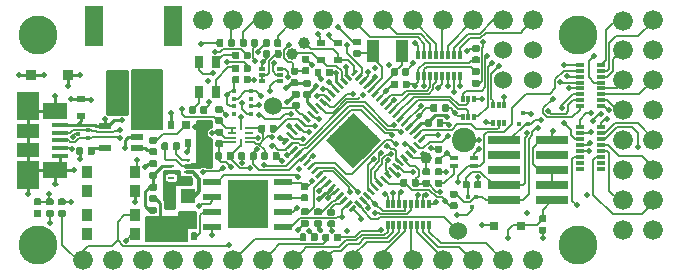
<source format=gbr>
G04 #@! TF.GenerationSoftware,KiCad,Pcbnew,5.1.4+dfsg1-1~bpo10+1*
G04 #@! TF.CreationDate,2020-01-31T15:28:30+01:00*
G04 #@! TF.ProjectId,quicklogic-quick-feather-board,71756963-6b6c-46f6-9769-632d71756963,rev?*
G04 #@! TF.SameCoordinates,Original*
G04 #@! TF.FileFunction,Copper,L1,Top*
G04 #@! TF.FilePolarity,Positive*
%FSLAX46Y46*%
G04 Gerber Fmt 4.6, Leading zero omitted, Abs format (unit mm)*
G04 Created by KiCad (PCBNEW 5.1.4+dfsg1-1~bpo10+1) date 2020-01-31 15:28:30*
%MOMM*%
%LPD*%
G04 APERTURE LIST*
%ADD10R,0.600000X0.300000*%
%ADD11R,0.300000X0.600000*%
%ADD12C,1.524000*%
%ADD13R,0.800000X1.000000*%
%ADD14R,0.800000X0.300000*%
%ADD15C,1.676400*%
%ADD16C,0.100000*%
%ADD17C,0.590000*%
%ADD18R,0.350000X0.350000*%
%ADD19R,0.550000X0.250000*%
%ADD20R,1.500000X0.500000*%
%ADD21R,1.700000X2.000000*%
%ADD22R,1.500000X3.400000*%
%ADD23R,1.000000X3.500000*%
%ADD24R,1.380000X0.450000*%
%ADD25R,2.100000X1.475000*%
%ADD26R,1.900000X1.175000*%
%ADD27R,1.900000X2.375000*%
%ADD28R,0.900000X0.950000*%
%ADD29R,0.800000X0.800000*%
%ADD30R,1.200000X1.200000*%
%ADD31R,0.800000X0.600000*%
%ADD32R,0.600000X0.800000*%
%ADD33R,1.100000X1.900000*%
%ADD34C,1.000000*%
%ADD35R,0.750000X0.450000*%
%ADD36C,2.060000*%
%ADD37R,2.790000X0.740000*%
%ADD38R,0.900000X1.000000*%
%ADD39R,0.650000X0.250000*%
%ADD40R,0.250000X0.650000*%
%ADD41R,0.300000X0.800000*%
%ADD42R,1.050000X0.600000*%
%ADD43C,3.302000*%
%ADD44C,0.550000*%
%ADD45C,1.100000*%
%ADD46C,0.270000*%
%ADD47R,0.300000X0.300000*%
%ADD48C,0.500000*%
%ADD49C,0.150000*%
%ADD50C,0.250000*%
%ADD51C,0.200000*%
%ADD52C,0.300000*%
%ADD53C,0.254000*%
G04 APERTURE END LIST*
D10*
X144630000Y-98940000D03*
X144630000Y-99440000D03*
X144630000Y-99940000D03*
X146130000Y-99940000D03*
X146130000Y-99440000D03*
X146130000Y-98940000D03*
D11*
X165140000Y-102010000D03*
X164640000Y-102010000D03*
X164140000Y-102010000D03*
X164140000Y-103510000D03*
X164640000Y-103510000D03*
X165140000Y-103510000D03*
X162590000Y-101480000D03*
X162090000Y-101480000D03*
X161590000Y-101480000D03*
X161590000Y-102980000D03*
X162090000Y-102980000D03*
X162590000Y-102980000D03*
D12*
X165011000Y-99923000D03*
X165011000Y-97383000D03*
X167551000Y-97383000D03*
X167551000Y-99923000D03*
D13*
X140700000Y-98380000D03*
X140700000Y-100880000D03*
X139300000Y-100880000D03*
X139300000Y-98380000D03*
D14*
X173311000Y-106893000D03*
X173311000Y-105893000D03*
X173311000Y-106393000D03*
X173311000Y-105393000D03*
X173311000Y-104893000D03*
X173311000Y-104393000D03*
X171511000Y-106893000D03*
X171511000Y-106393000D03*
X171511000Y-105893000D03*
X171511000Y-105393000D03*
X171511000Y-104893000D03*
X171511000Y-104393000D03*
X173311000Y-107393000D03*
X171511000Y-107393000D03*
X173311000Y-103893000D03*
X171511000Y-103893000D03*
D15*
X152311000Y-115163000D03*
X159931000Y-115163000D03*
X142151000Y-115163000D03*
X139611000Y-115163000D03*
X144691000Y-115163000D03*
X165011000Y-115163000D03*
X149771000Y-115163000D03*
X157391000Y-115163000D03*
X147231000Y-115163000D03*
X167551000Y-115163000D03*
X162471000Y-115163000D03*
X154851000Y-115163000D03*
X137061000Y-115163000D03*
X129441000Y-115163000D03*
X134521000Y-115163000D03*
X131981000Y-115163000D03*
D16*
G36*
X148486958Y-97820710D02*
G01*
X148501276Y-97822834D01*
X148515317Y-97826351D01*
X148528946Y-97831228D01*
X148542031Y-97837417D01*
X148554447Y-97844858D01*
X148566073Y-97853481D01*
X148576798Y-97863202D01*
X148586519Y-97873927D01*
X148595142Y-97885553D01*
X148602583Y-97897969D01*
X148608772Y-97911054D01*
X148613649Y-97924683D01*
X148617166Y-97938724D01*
X148619290Y-97953042D01*
X148620000Y-97967500D01*
X148620000Y-98262500D01*
X148619290Y-98276958D01*
X148617166Y-98291276D01*
X148613649Y-98305317D01*
X148608772Y-98318946D01*
X148602583Y-98332031D01*
X148595142Y-98344447D01*
X148586519Y-98356073D01*
X148576798Y-98366798D01*
X148566073Y-98376519D01*
X148554447Y-98385142D01*
X148542031Y-98392583D01*
X148528946Y-98398772D01*
X148515317Y-98403649D01*
X148501276Y-98407166D01*
X148486958Y-98409290D01*
X148472500Y-98410000D01*
X148127500Y-98410000D01*
X148113042Y-98409290D01*
X148098724Y-98407166D01*
X148084683Y-98403649D01*
X148071054Y-98398772D01*
X148057969Y-98392583D01*
X148045553Y-98385142D01*
X148033927Y-98376519D01*
X148023202Y-98366798D01*
X148013481Y-98356073D01*
X148004858Y-98344447D01*
X147997417Y-98332031D01*
X147991228Y-98318946D01*
X147986351Y-98305317D01*
X147982834Y-98291276D01*
X147980710Y-98276958D01*
X147980000Y-98262500D01*
X147980000Y-97967500D01*
X147980710Y-97953042D01*
X147982834Y-97938724D01*
X147986351Y-97924683D01*
X147991228Y-97911054D01*
X147997417Y-97897969D01*
X148004858Y-97885553D01*
X148013481Y-97873927D01*
X148023202Y-97863202D01*
X148033927Y-97853481D01*
X148045553Y-97844858D01*
X148057969Y-97837417D01*
X148071054Y-97831228D01*
X148084683Y-97826351D01*
X148098724Y-97822834D01*
X148113042Y-97820710D01*
X148127500Y-97820000D01*
X148472500Y-97820000D01*
X148486958Y-97820710D01*
X148486958Y-97820710D01*
G37*
D17*
X148300000Y-98115000D03*
D16*
G36*
X148486958Y-98790710D02*
G01*
X148501276Y-98792834D01*
X148515317Y-98796351D01*
X148528946Y-98801228D01*
X148542031Y-98807417D01*
X148554447Y-98814858D01*
X148566073Y-98823481D01*
X148576798Y-98833202D01*
X148586519Y-98843927D01*
X148595142Y-98855553D01*
X148602583Y-98867969D01*
X148608772Y-98881054D01*
X148613649Y-98894683D01*
X148617166Y-98908724D01*
X148619290Y-98923042D01*
X148620000Y-98937500D01*
X148620000Y-99232500D01*
X148619290Y-99246958D01*
X148617166Y-99261276D01*
X148613649Y-99275317D01*
X148608772Y-99288946D01*
X148602583Y-99302031D01*
X148595142Y-99314447D01*
X148586519Y-99326073D01*
X148576798Y-99336798D01*
X148566073Y-99346519D01*
X148554447Y-99355142D01*
X148542031Y-99362583D01*
X148528946Y-99368772D01*
X148515317Y-99373649D01*
X148501276Y-99377166D01*
X148486958Y-99379290D01*
X148472500Y-99380000D01*
X148127500Y-99380000D01*
X148113042Y-99379290D01*
X148098724Y-99377166D01*
X148084683Y-99373649D01*
X148071054Y-99368772D01*
X148057969Y-99362583D01*
X148045553Y-99355142D01*
X148033927Y-99346519D01*
X148023202Y-99336798D01*
X148013481Y-99326073D01*
X148004858Y-99314447D01*
X147997417Y-99302031D01*
X147991228Y-99288946D01*
X147986351Y-99275317D01*
X147982834Y-99261276D01*
X147980710Y-99246958D01*
X147980000Y-99232500D01*
X147980000Y-98937500D01*
X147980710Y-98923042D01*
X147982834Y-98908724D01*
X147986351Y-98894683D01*
X147991228Y-98881054D01*
X147997417Y-98867969D01*
X148004858Y-98855553D01*
X148013481Y-98843927D01*
X148023202Y-98833202D01*
X148033927Y-98823481D01*
X148045553Y-98814858D01*
X148057969Y-98807417D01*
X148071054Y-98801228D01*
X148084683Y-98796351D01*
X148098724Y-98792834D01*
X148113042Y-98790710D01*
X148127500Y-98790000D01*
X148472500Y-98790000D01*
X148486958Y-98790710D01*
X148486958Y-98790710D01*
G37*
D17*
X148300000Y-99085000D03*
D18*
X143670000Y-102760000D03*
X143670000Y-102110000D03*
X143670000Y-101460000D03*
X143670000Y-100810000D03*
X142220000Y-102760000D03*
X142220000Y-102110000D03*
X142220000Y-101460000D03*
X142220000Y-100810000D03*
D19*
X138285000Y-106650000D03*
X138285000Y-107150000D03*
X138285000Y-107650000D03*
X138285000Y-108150000D03*
X136935000Y-108150000D03*
X136935000Y-107650000D03*
X136935000Y-107150000D03*
X136935000Y-106650000D03*
D20*
X140400000Y-108495000D03*
X140400000Y-109765000D03*
X140400000Y-111035000D03*
X140400000Y-112305000D03*
X146400000Y-112305000D03*
X146400000Y-111035000D03*
X146400000Y-109765000D03*
X146400000Y-108495000D03*
D21*
X142550000Y-109400000D03*
X142550000Y-111400000D03*
X144250000Y-109400000D03*
X144250000Y-111400000D03*
D22*
X137119100Y-95350000D03*
X130419100Y-95350000D03*
D23*
X134769100Y-100900000D03*
X132769100Y-100900000D03*
D24*
X127480000Y-106303600D03*
X127480000Y-105653600D03*
X127480000Y-105003600D03*
X127480000Y-104353600D03*
X127480000Y-103703600D03*
D25*
X127120000Y-102541100D03*
D26*
X124820000Y-104166100D03*
D27*
X124820000Y-107916100D03*
X124820000Y-102091100D03*
D26*
X124820000Y-105841100D03*
D25*
X127120000Y-107466100D03*
D28*
X128175000Y-99450000D03*
X125025000Y-99450000D03*
D29*
X138180000Y-103730000D03*
X139680000Y-103730000D03*
D30*
X138370000Y-109680000D03*
X138370000Y-111780000D03*
D31*
X129290000Y-102930000D03*
X129290000Y-101530000D03*
D32*
X139750000Y-105200000D03*
X138350000Y-105200000D03*
X135490000Y-103720000D03*
X136890000Y-103720000D03*
D31*
X136680000Y-111880000D03*
X136680000Y-110480000D03*
D16*
G36*
X129336958Y-105570710D02*
G01*
X129351276Y-105572834D01*
X129365317Y-105576351D01*
X129378946Y-105581228D01*
X129392031Y-105587417D01*
X129404447Y-105594858D01*
X129416073Y-105603481D01*
X129426798Y-105613202D01*
X129436519Y-105623927D01*
X129445142Y-105635553D01*
X129452583Y-105647969D01*
X129458772Y-105661054D01*
X129463649Y-105674683D01*
X129467166Y-105688724D01*
X129469290Y-105703042D01*
X129470000Y-105717500D01*
X129470000Y-106062500D01*
X129469290Y-106076958D01*
X129467166Y-106091276D01*
X129463649Y-106105317D01*
X129458772Y-106118946D01*
X129452583Y-106132031D01*
X129445142Y-106144447D01*
X129436519Y-106156073D01*
X129426798Y-106166798D01*
X129416073Y-106176519D01*
X129404447Y-106185142D01*
X129392031Y-106192583D01*
X129378946Y-106198772D01*
X129365317Y-106203649D01*
X129351276Y-106207166D01*
X129336958Y-106209290D01*
X129322500Y-106210000D01*
X129027500Y-106210000D01*
X129013042Y-106209290D01*
X128998724Y-106207166D01*
X128984683Y-106203649D01*
X128971054Y-106198772D01*
X128957969Y-106192583D01*
X128945553Y-106185142D01*
X128933927Y-106176519D01*
X128923202Y-106166798D01*
X128913481Y-106156073D01*
X128904858Y-106144447D01*
X128897417Y-106132031D01*
X128891228Y-106118946D01*
X128886351Y-106105317D01*
X128882834Y-106091276D01*
X128880710Y-106076958D01*
X128880000Y-106062500D01*
X128880000Y-105717500D01*
X128880710Y-105703042D01*
X128882834Y-105688724D01*
X128886351Y-105674683D01*
X128891228Y-105661054D01*
X128897417Y-105647969D01*
X128904858Y-105635553D01*
X128913481Y-105623927D01*
X128923202Y-105613202D01*
X128933927Y-105603481D01*
X128945553Y-105594858D01*
X128957969Y-105587417D01*
X128971054Y-105581228D01*
X128984683Y-105576351D01*
X128998724Y-105572834D01*
X129013042Y-105570710D01*
X129027500Y-105570000D01*
X129322500Y-105570000D01*
X129336958Y-105570710D01*
X129336958Y-105570710D01*
G37*
D17*
X129175000Y-105890000D03*
D16*
G36*
X130306958Y-105570710D02*
G01*
X130321276Y-105572834D01*
X130335317Y-105576351D01*
X130348946Y-105581228D01*
X130362031Y-105587417D01*
X130374447Y-105594858D01*
X130386073Y-105603481D01*
X130396798Y-105613202D01*
X130406519Y-105623927D01*
X130415142Y-105635553D01*
X130422583Y-105647969D01*
X130428772Y-105661054D01*
X130433649Y-105674683D01*
X130437166Y-105688724D01*
X130439290Y-105703042D01*
X130440000Y-105717500D01*
X130440000Y-106062500D01*
X130439290Y-106076958D01*
X130437166Y-106091276D01*
X130433649Y-106105317D01*
X130428772Y-106118946D01*
X130422583Y-106132031D01*
X130415142Y-106144447D01*
X130406519Y-106156073D01*
X130396798Y-106166798D01*
X130386073Y-106176519D01*
X130374447Y-106185142D01*
X130362031Y-106192583D01*
X130348946Y-106198772D01*
X130335317Y-106203649D01*
X130321276Y-106207166D01*
X130306958Y-106209290D01*
X130292500Y-106210000D01*
X129997500Y-106210000D01*
X129983042Y-106209290D01*
X129968724Y-106207166D01*
X129954683Y-106203649D01*
X129941054Y-106198772D01*
X129927969Y-106192583D01*
X129915553Y-106185142D01*
X129903927Y-106176519D01*
X129893202Y-106166798D01*
X129883481Y-106156073D01*
X129874858Y-106144447D01*
X129867417Y-106132031D01*
X129861228Y-106118946D01*
X129856351Y-106105317D01*
X129852834Y-106091276D01*
X129850710Y-106076958D01*
X129850000Y-106062500D01*
X129850000Y-105717500D01*
X129850710Y-105703042D01*
X129852834Y-105688724D01*
X129856351Y-105674683D01*
X129861228Y-105661054D01*
X129867417Y-105647969D01*
X129874858Y-105635553D01*
X129883481Y-105623927D01*
X129893202Y-105613202D01*
X129903927Y-105603481D01*
X129915553Y-105594858D01*
X129927969Y-105587417D01*
X129941054Y-105581228D01*
X129954683Y-105576351D01*
X129968724Y-105572834D01*
X129983042Y-105570710D01*
X129997500Y-105570000D01*
X130292500Y-105570000D01*
X130306958Y-105570710D01*
X130306958Y-105570710D01*
G37*
D17*
X130145000Y-105890000D03*
D16*
G36*
X135586958Y-105650710D02*
G01*
X135601276Y-105652834D01*
X135615317Y-105656351D01*
X135628946Y-105661228D01*
X135642031Y-105667417D01*
X135654447Y-105674858D01*
X135666073Y-105683481D01*
X135676798Y-105693202D01*
X135686519Y-105703927D01*
X135695142Y-105715553D01*
X135702583Y-105727969D01*
X135708772Y-105741054D01*
X135713649Y-105754683D01*
X135717166Y-105768724D01*
X135719290Y-105783042D01*
X135720000Y-105797500D01*
X135720000Y-106092500D01*
X135719290Y-106106958D01*
X135717166Y-106121276D01*
X135713649Y-106135317D01*
X135708772Y-106148946D01*
X135702583Y-106162031D01*
X135695142Y-106174447D01*
X135686519Y-106186073D01*
X135676798Y-106196798D01*
X135666073Y-106206519D01*
X135654447Y-106215142D01*
X135642031Y-106222583D01*
X135628946Y-106228772D01*
X135615317Y-106233649D01*
X135601276Y-106237166D01*
X135586958Y-106239290D01*
X135572500Y-106240000D01*
X135227500Y-106240000D01*
X135213042Y-106239290D01*
X135198724Y-106237166D01*
X135184683Y-106233649D01*
X135171054Y-106228772D01*
X135157969Y-106222583D01*
X135145553Y-106215142D01*
X135133927Y-106206519D01*
X135123202Y-106196798D01*
X135113481Y-106186073D01*
X135104858Y-106174447D01*
X135097417Y-106162031D01*
X135091228Y-106148946D01*
X135086351Y-106135317D01*
X135082834Y-106121276D01*
X135080710Y-106106958D01*
X135080000Y-106092500D01*
X135080000Y-105797500D01*
X135080710Y-105783042D01*
X135082834Y-105768724D01*
X135086351Y-105754683D01*
X135091228Y-105741054D01*
X135097417Y-105727969D01*
X135104858Y-105715553D01*
X135113481Y-105703927D01*
X135123202Y-105693202D01*
X135133927Y-105683481D01*
X135145553Y-105674858D01*
X135157969Y-105667417D01*
X135171054Y-105661228D01*
X135184683Y-105656351D01*
X135198724Y-105652834D01*
X135213042Y-105650710D01*
X135227500Y-105650000D01*
X135572500Y-105650000D01*
X135586958Y-105650710D01*
X135586958Y-105650710D01*
G37*
D17*
X135400000Y-105945000D03*
D16*
G36*
X135586958Y-104680710D02*
G01*
X135601276Y-104682834D01*
X135615317Y-104686351D01*
X135628946Y-104691228D01*
X135642031Y-104697417D01*
X135654447Y-104704858D01*
X135666073Y-104713481D01*
X135676798Y-104723202D01*
X135686519Y-104733927D01*
X135695142Y-104745553D01*
X135702583Y-104757969D01*
X135708772Y-104771054D01*
X135713649Y-104784683D01*
X135717166Y-104798724D01*
X135719290Y-104813042D01*
X135720000Y-104827500D01*
X135720000Y-105122500D01*
X135719290Y-105136958D01*
X135717166Y-105151276D01*
X135713649Y-105165317D01*
X135708772Y-105178946D01*
X135702583Y-105192031D01*
X135695142Y-105204447D01*
X135686519Y-105216073D01*
X135676798Y-105226798D01*
X135666073Y-105236519D01*
X135654447Y-105245142D01*
X135642031Y-105252583D01*
X135628946Y-105258772D01*
X135615317Y-105263649D01*
X135601276Y-105267166D01*
X135586958Y-105269290D01*
X135572500Y-105270000D01*
X135227500Y-105270000D01*
X135213042Y-105269290D01*
X135198724Y-105267166D01*
X135184683Y-105263649D01*
X135171054Y-105258772D01*
X135157969Y-105252583D01*
X135145553Y-105245142D01*
X135133927Y-105236519D01*
X135123202Y-105226798D01*
X135113481Y-105216073D01*
X135104858Y-105204447D01*
X135097417Y-105192031D01*
X135091228Y-105178946D01*
X135086351Y-105165317D01*
X135082834Y-105151276D01*
X135080710Y-105136958D01*
X135080000Y-105122500D01*
X135080000Y-104827500D01*
X135080710Y-104813042D01*
X135082834Y-104798724D01*
X135086351Y-104784683D01*
X135091228Y-104771054D01*
X135097417Y-104757969D01*
X135104858Y-104745553D01*
X135113481Y-104733927D01*
X135123202Y-104723202D01*
X135133927Y-104713481D01*
X135145553Y-104704858D01*
X135157969Y-104697417D01*
X135171054Y-104691228D01*
X135184683Y-104686351D01*
X135198724Y-104682834D01*
X135213042Y-104680710D01*
X135227500Y-104680000D01*
X135572500Y-104680000D01*
X135586958Y-104680710D01*
X135586958Y-104680710D01*
G37*
D17*
X135400000Y-104975000D03*
D16*
G36*
X135586958Y-108660710D02*
G01*
X135601276Y-108662834D01*
X135615317Y-108666351D01*
X135628946Y-108671228D01*
X135642031Y-108677417D01*
X135654447Y-108684858D01*
X135666073Y-108693481D01*
X135676798Y-108703202D01*
X135686519Y-108713927D01*
X135695142Y-108725553D01*
X135702583Y-108737969D01*
X135708772Y-108751054D01*
X135713649Y-108764683D01*
X135717166Y-108778724D01*
X135719290Y-108793042D01*
X135720000Y-108807500D01*
X135720000Y-109102500D01*
X135719290Y-109116958D01*
X135717166Y-109131276D01*
X135713649Y-109145317D01*
X135708772Y-109158946D01*
X135702583Y-109172031D01*
X135695142Y-109184447D01*
X135686519Y-109196073D01*
X135676798Y-109206798D01*
X135666073Y-109216519D01*
X135654447Y-109225142D01*
X135642031Y-109232583D01*
X135628946Y-109238772D01*
X135615317Y-109243649D01*
X135601276Y-109247166D01*
X135586958Y-109249290D01*
X135572500Y-109250000D01*
X135227500Y-109250000D01*
X135213042Y-109249290D01*
X135198724Y-109247166D01*
X135184683Y-109243649D01*
X135171054Y-109238772D01*
X135157969Y-109232583D01*
X135145553Y-109225142D01*
X135133927Y-109216519D01*
X135123202Y-109206798D01*
X135113481Y-109196073D01*
X135104858Y-109184447D01*
X135097417Y-109172031D01*
X135091228Y-109158946D01*
X135086351Y-109145317D01*
X135082834Y-109131276D01*
X135080710Y-109116958D01*
X135080000Y-109102500D01*
X135080000Y-108807500D01*
X135080710Y-108793042D01*
X135082834Y-108778724D01*
X135086351Y-108764683D01*
X135091228Y-108751054D01*
X135097417Y-108737969D01*
X135104858Y-108725553D01*
X135113481Y-108713927D01*
X135123202Y-108703202D01*
X135133927Y-108693481D01*
X135145553Y-108684858D01*
X135157969Y-108677417D01*
X135171054Y-108671228D01*
X135184683Y-108666351D01*
X135198724Y-108662834D01*
X135213042Y-108660710D01*
X135227500Y-108660000D01*
X135572500Y-108660000D01*
X135586958Y-108660710D01*
X135586958Y-108660710D01*
G37*
D17*
X135400000Y-108955000D03*
D16*
G36*
X135586958Y-109630710D02*
G01*
X135601276Y-109632834D01*
X135615317Y-109636351D01*
X135628946Y-109641228D01*
X135642031Y-109647417D01*
X135654447Y-109654858D01*
X135666073Y-109663481D01*
X135676798Y-109673202D01*
X135686519Y-109683927D01*
X135695142Y-109695553D01*
X135702583Y-109707969D01*
X135708772Y-109721054D01*
X135713649Y-109734683D01*
X135717166Y-109748724D01*
X135719290Y-109763042D01*
X135720000Y-109777500D01*
X135720000Y-110072500D01*
X135719290Y-110086958D01*
X135717166Y-110101276D01*
X135713649Y-110115317D01*
X135708772Y-110128946D01*
X135702583Y-110142031D01*
X135695142Y-110154447D01*
X135686519Y-110166073D01*
X135676798Y-110176798D01*
X135666073Y-110186519D01*
X135654447Y-110195142D01*
X135642031Y-110202583D01*
X135628946Y-110208772D01*
X135615317Y-110213649D01*
X135601276Y-110217166D01*
X135586958Y-110219290D01*
X135572500Y-110220000D01*
X135227500Y-110220000D01*
X135213042Y-110219290D01*
X135198724Y-110217166D01*
X135184683Y-110213649D01*
X135171054Y-110208772D01*
X135157969Y-110202583D01*
X135145553Y-110195142D01*
X135133927Y-110186519D01*
X135123202Y-110176798D01*
X135113481Y-110166073D01*
X135104858Y-110154447D01*
X135097417Y-110142031D01*
X135091228Y-110128946D01*
X135086351Y-110115317D01*
X135082834Y-110101276D01*
X135080710Y-110086958D01*
X135080000Y-110072500D01*
X135080000Y-109777500D01*
X135080710Y-109763042D01*
X135082834Y-109748724D01*
X135086351Y-109734683D01*
X135091228Y-109721054D01*
X135097417Y-109707969D01*
X135104858Y-109695553D01*
X135113481Y-109683927D01*
X135123202Y-109673202D01*
X135133927Y-109663481D01*
X135145553Y-109654858D01*
X135157969Y-109647417D01*
X135171054Y-109641228D01*
X135184683Y-109636351D01*
X135198724Y-109632834D01*
X135213042Y-109630710D01*
X135227500Y-109630000D01*
X135572500Y-109630000D01*
X135586958Y-109630710D01*
X135586958Y-109630710D01*
G37*
D17*
X135400000Y-109925000D03*
D16*
G36*
X135576958Y-106670710D02*
G01*
X135591276Y-106672834D01*
X135605317Y-106676351D01*
X135618946Y-106681228D01*
X135632031Y-106687417D01*
X135644447Y-106694858D01*
X135656073Y-106703481D01*
X135666798Y-106713202D01*
X135676519Y-106723927D01*
X135685142Y-106735553D01*
X135692583Y-106747969D01*
X135698772Y-106761054D01*
X135703649Y-106774683D01*
X135707166Y-106788724D01*
X135709290Y-106803042D01*
X135710000Y-106817500D01*
X135710000Y-107112500D01*
X135709290Y-107126958D01*
X135707166Y-107141276D01*
X135703649Y-107155317D01*
X135698772Y-107168946D01*
X135692583Y-107182031D01*
X135685142Y-107194447D01*
X135676519Y-107206073D01*
X135666798Y-107216798D01*
X135656073Y-107226519D01*
X135644447Y-107235142D01*
X135632031Y-107242583D01*
X135618946Y-107248772D01*
X135605317Y-107253649D01*
X135591276Y-107257166D01*
X135576958Y-107259290D01*
X135562500Y-107260000D01*
X135217500Y-107260000D01*
X135203042Y-107259290D01*
X135188724Y-107257166D01*
X135174683Y-107253649D01*
X135161054Y-107248772D01*
X135147969Y-107242583D01*
X135135553Y-107235142D01*
X135123927Y-107226519D01*
X135113202Y-107216798D01*
X135103481Y-107206073D01*
X135094858Y-107194447D01*
X135087417Y-107182031D01*
X135081228Y-107168946D01*
X135076351Y-107155317D01*
X135072834Y-107141276D01*
X135070710Y-107126958D01*
X135070000Y-107112500D01*
X135070000Y-106817500D01*
X135070710Y-106803042D01*
X135072834Y-106788724D01*
X135076351Y-106774683D01*
X135081228Y-106761054D01*
X135087417Y-106747969D01*
X135094858Y-106735553D01*
X135103481Y-106723927D01*
X135113202Y-106713202D01*
X135123927Y-106703481D01*
X135135553Y-106694858D01*
X135147969Y-106687417D01*
X135161054Y-106681228D01*
X135174683Y-106676351D01*
X135188724Y-106672834D01*
X135203042Y-106670710D01*
X135217500Y-106670000D01*
X135562500Y-106670000D01*
X135576958Y-106670710D01*
X135576958Y-106670710D01*
G37*
D17*
X135390000Y-106965000D03*
D16*
G36*
X135576958Y-107640710D02*
G01*
X135591276Y-107642834D01*
X135605317Y-107646351D01*
X135618946Y-107651228D01*
X135632031Y-107657417D01*
X135644447Y-107664858D01*
X135656073Y-107673481D01*
X135666798Y-107683202D01*
X135676519Y-107693927D01*
X135685142Y-107705553D01*
X135692583Y-107717969D01*
X135698772Y-107731054D01*
X135703649Y-107744683D01*
X135707166Y-107758724D01*
X135709290Y-107773042D01*
X135710000Y-107787500D01*
X135710000Y-108082500D01*
X135709290Y-108096958D01*
X135707166Y-108111276D01*
X135703649Y-108125317D01*
X135698772Y-108138946D01*
X135692583Y-108152031D01*
X135685142Y-108164447D01*
X135676519Y-108176073D01*
X135666798Y-108186798D01*
X135656073Y-108196519D01*
X135644447Y-108205142D01*
X135632031Y-108212583D01*
X135618946Y-108218772D01*
X135605317Y-108223649D01*
X135591276Y-108227166D01*
X135576958Y-108229290D01*
X135562500Y-108230000D01*
X135217500Y-108230000D01*
X135203042Y-108229290D01*
X135188724Y-108227166D01*
X135174683Y-108223649D01*
X135161054Y-108218772D01*
X135147969Y-108212583D01*
X135135553Y-108205142D01*
X135123927Y-108196519D01*
X135113202Y-108186798D01*
X135103481Y-108176073D01*
X135094858Y-108164447D01*
X135087417Y-108152031D01*
X135081228Y-108138946D01*
X135076351Y-108125317D01*
X135072834Y-108111276D01*
X135070710Y-108096958D01*
X135070000Y-108082500D01*
X135070000Y-107787500D01*
X135070710Y-107773042D01*
X135072834Y-107758724D01*
X135076351Y-107744683D01*
X135081228Y-107731054D01*
X135087417Y-107717969D01*
X135094858Y-107705553D01*
X135103481Y-107693927D01*
X135113202Y-107683202D01*
X135123927Y-107673481D01*
X135135553Y-107664858D01*
X135147969Y-107657417D01*
X135161054Y-107651228D01*
X135174683Y-107646351D01*
X135188724Y-107642834D01*
X135203042Y-107640710D01*
X135217500Y-107640000D01*
X135562500Y-107640000D01*
X135576958Y-107640710D01*
X135576958Y-107640710D01*
G37*
D17*
X135390000Y-107935000D03*
D16*
G36*
X135566958Y-110600710D02*
G01*
X135581276Y-110602834D01*
X135595317Y-110606351D01*
X135608946Y-110611228D01*
X135622031Y-110617417D01*
X135634447Y-110624858D01*
X135646073Y-110633481D01*
X135656798Y-110643202D01*
X135666519Y-110653927D01*
X135675142Y-110665553D01*
X135682583Y-110677969D01*
X135688772Y-110691054D01*
X135693649Y-110704683D01*
X135697166Y-110718724D01*
X135699290Y-110733042D01*
X135700000Y-110747500D01*
X135700000Y-111042500D01*
X135699290Y-111056958D01*
X135697166Y-111071276D01*
X135693649Y-111085317D01*
X135688772Y-111098946D01*
X135682583Y-111112031D01*
X135675142Y-111124447D01*
X135666519Y-111136073D01*
X135656798Y-111146798D01*
X135646073Y-111156519D01*
X135634447Y-111165142D01*
X135622031Y-111172583D01*
X135608946Y-111178772D01*
X135595317Y-111183649D01*
X135581276Y-111187166D01*
X135566958Y-111189290D01*
X135552500Y-111190000D01*
X135207500Y-111190000D01*
X135193042Y-111189290D01*
X135178724Y-111187166D01*
X135164683Y-111183649D01*
X135151054Y-111178772D01*
X135137969Y-111172583D01*
X135125553Y-111165142D01*
X135113927Y-111156519D01*
X135103202Y-111146798D01*
X135093481Y-111136073D01*
X135084858Y-111124447D01*
X135077417Y-111112031D01*
X135071228Y-111098946D01*
X135066351Y-111085317D01*
X135062834Y-111071276D01*
X135060710Y-111056958D01*
X135060000Y-111042500D01*
X135060000Y-110747500D01*
X135060710Y-110733042D01*
X135062834Y-110718724D01*
X135066351Y-110704683D01*
X135071228Y-110691054D01*
X135077417Y-110677969D01*
X135084858Y-110665553D01*
X135093481Y-110653927D01*
X135103202Y-110643202D01*
X135113927Y-110633481D01*
X135125553Y-110624858D01*
X135137969Y-110617417D01*
X135151054Y-110611228D01*
X135164683Y-110606351D01*
X135178724Y-110602834D01*
X135193042Y-110600710D01*
X135207500Y-110600000D01*
X135552500Y-110600000D01*
X135566958Y-110600710D01*
X135566958Y-110600710D01*
G37*
D17*
X135380000Y-110895000D03*
D16*
G36*
X135566958Y-111570710D02*
G01*
X135581276Y-111572834D01*
X135595317Y-111576351D01*
X135608946Y-111581228D01*
X135622031Y-111587417D01*
X135634447Y-111594858D01*
X135646073Y-111603481D01*
X135656798Y-111613202D01*
X135666519Y-111623927D01*
X135675142Y-111635553D01*
X135682583Y-111647969D01*
X135688772Y-111661054D01*
X135693649Y-111674683D01*
X135697166Y-111688724D01*
X135699290Y-111703042D01*
X135700000Y-111717500D01*
X135700000Y-112012500D01*
X135699290Y-112026958D01*
X135697166Y-112041276D01*
X135693649Y-112055317D01*
X135688772Y-112068946D01*
X135682583Y-112082031D01*
X135675142Y-112094447D01*
X135666519Y-112106073D01*
X135656798Y-112116798D01*
X135646073Y-112126519D01*
X135634447Y-112135142D01*
X135622031Y-112142583D01*
X135608946Y-112148772D01*
X135595317Y-112153649D01*
X135581276Y-112157166D01*
X135566958Y-112159290D01*
X135552500Y-112160000D01*
X135207500Y-112160000D01*
X135193042Y-112159290D01*
X135178724Y-112157166D01*
X135164683Y-112153649D01*
X135151054Y-112148772D01*
X135137969Y-112142583D01*
X135125553Y-112135142D01*
X135113927Y-112126519D01*
X135103202Y-112116798D01*
X135093481Y-112106073D01*
X135084858Y-112094447D01*
X135077417Y-112082031D01*
X135071228Y-112068946D01*
X135066351Y-112055317D01*
X135062834Y-112041276D01*
X135060710Y-112026958D01*
X135060000Y-112012500D01*
X135060000Y-111717500D01*
X135060710Y-111703042D01*
X135062834Y-111688724D01*
X135066351Y-111674683D01*
X135071228Y-111661054D01*
X135077417Y-111647969D01*
X135084858Y-111635553D01*
X135093481Y-111623927D01*
X135103202Y-111613202D01*
X135113927Y-111603481D01*
X135125553Y-111594858D01*
X135137969Y-111587417D01*
X135151054Y-111581228D01*
X135164683Y-111576351D01*
X135178724Y-111572834D01*
X135193042Y-111570710D01*
X135207500Y-111570000D01*
X135552500Y-111570000D01*
X135566958Y-111570710D01*
X135566958Y-111570710D01*
G37*
D17*
X135380000Y-111865000D03*
D33*
X154025000Y-97430000D03*
X156435000Y-97430000D03*
D16*
G36*
X152846958Y-96370710D02*
G01*
X152861276Y-96372834D01*
X152875317Y-96376351D01*
X152888946Y-96381228D01*
X152902031Y-96387417D01*
X152914447Y-96394858D01*
X152926073Y-96403481D01*
X152936798Y-96413202D01*
X152946519Y-96423927D01*
X152955142Y-96435553D01*
X152962583Y-96447969D01*
X152968772Y-96461054D01*
X152973649Y-96474683D01*
X152977166Y-96488724D01*
X152979290Y-96503042D01*
X152980000Y-96517500D01*
X152980000Y-96812500D01*
X152979290Y-96826958D01*
X152977166Y-96841276D01*
X152973649Y-96855317D01*
X152968772Y-96868946D01*
X152962583Y-96882031D01*
X152955142Y-96894447D01*
X152946519Y-96906073D01*
X152936798Y-96916798D01*
X152926073Y-96926519D01*
X152914447Y-96935142D01*
X152902031Y-96942583D01*
X152888946Y-96948772D01*
X152875317Y-96953649D01*
X152861276Y-96957166D01*
X152846958Y-96959290D01*
X152832500Y-96960000D01*
X152487500Y-96960000D01*
X152473042Y-96959290D01*
X152458724Y-96957166D01*
X152444683Y-96953649D01*
X152431054Y-96948772D01*
X152417969Y-96942583D01*
X152405553Y-96935142D01*
X152393927Y-96926519D01*
X152383202Y-96916798D01*
X152373481Y-96906073D01*
X152364858Y-96894447D01*
X152357417Y-96882031D01*
X152351228Y-96868946D01*
X152346351Y-96855317D01*
X152342834Y-96841276D01*
X152340710Y-96826958D01*
X152340000Y-96812500D01*
X152340000Y-96517500D01*
X152340710Y-96503042D01*
X152342834Y-96488724D01*
X152346351Y-96474683D01*
X152351228Y-96461054D01*
X152357417Y-96447969D01*
X152364858Y-96435553D01*
X152373481Y-96423927D01*
X152383202Y-96413202D01*
X152393927Y-96403481D01*
X152405553Y-96394858D01*
X152417969Y-96387417D01*
X152431054Y-96381228D01*
X152444683Y-96376351D01*
X152458724Y-96372834D01*
X152473042Y-96370710D01*
X152487500Y-96370000D01*
X152832500Y-96370000D01*
X152846958Y-96370710D01*
X152846958Y-96370710D01*
G37*
D17*
X152660000Y-96665000D03*
D16*
G36*
X152846958Y-97340710D02*
G01*
X152861276Y-97342834D01*
X152875317Y-97346351D01*
X152888946Y-97351228D01*
X152902031Y-97357417D01*
X152914447Y-97364858D01*
X152926073Y-97373481D01*
X152936798Y-97383202D01*
X152946519Y-97393927D01*
X152955142Y-97405553D01*
X152962583Y-97417969D01*
X152968772Y-97431054D01*
X152973649Y-97444683D01*
X152977166Y-97458724D01*
X152979290Y-97473042D01*
X152980000Y-97487500D01*
X152980000Y-97782500D01*
X152979290Y-97796958D01*
X152977166Y-97811276D01*
X152973649Y-97825317D01*
X152968772Y-97838946D01*
X152962583Y-97852031D01*
X152955142Y-97864447D01*
X152946519Y-97876073D01*
X152936798Y-97886798D01*
X152926073Y-97896519D01*
X152914447Y-97905142D01*
X152902031Y-97912583D01*
X152888946Y-97918772D01*
X152875317Y-97923649D01*
X152861276Y-97927166D01*
X152846958Y-97929290D01*
X152832500Y-97930000D01*
X152487500Y-97930000D01*
X152473042Y-97929290D01*
X152458724Y-97927166D01*
X152444683Y-97923649D01*
X152431054Y-97918772D01*
X152417969Y-97912583D01*
X152405553Y-97905142D01*
X152393927Y-97896519D01*
X152383202Y-97886798D01*
X152373481Y-97876073D01*
X152364858Y-97864447D01*
X152357417Y-97852031D01*
X152351228Y-97838946D01*
X152346351Y-97825317D01*
X152342834Y-97811276D01*
X152340710Y-97796958D01*
X152340000Y-97782500D01*
X152340000Y-97487500D01*
X152340710Y-97473042D01*
X152342834Y-97458724D01*
X152346351Y-97444683D01*
X152351228Y-97431054D01*
X152357417Y-97417969D01*
X152364858Y-97405553D01*
X152373481Y-97393927D01*
X152383202Y-97383202D01*
X152393927Y-97373481D01*
X152405553Y-97364858D01*
X152417969Y-97357417D01*
X152431054Y-97351228D01*
X152444683Y-97346351D01*
X152458724Y-97342834D01*
X152473042Y-97340710D01*
X152487500Y-97340000D01*
X152832500Y-97340000D01*
X152846958Y-97340710D01*
X152846958Y-97340710D01*
G37*
D17*
X152660000Y-97635000D03*
D16*
G36*
X148616958Y-99870710D02*
G01*
X148631276Y-99872834D01*
X148645317Y-99876351D01*
X148658946Y-99881228D01*
X148672031Y-99887417D01*
X148684447Y-99894858D01*
X148696073Y-99903481D01*
X148706798Y-99913202D01*
X148716519Y-99923927D01*
X148725142Y-99935553D01*
X148732583Y-99947969D01*
X148738772Y-99961054D01*
X148743649Y-99974683D01*
X148747166Y-99988724D01*
X148749290Y-100003042D01*
X148750000Y-100017500D01*
X148750000Y-100312500D01*
X148749290Y-100326958D01*
X148747166Y-100341276D01*
X148743649Y-100355317D01*
X148738772Y-100368946D01*
X148732583Y-100382031D01*
X148725142Y-100394447D01*
X148716519Y-100406073D01*
X148706798Y-100416798D01*
X148696073Y-100426519D01*
X148684447Y-100435142D01*
X148672031Y-100442583D01*
X148658946Y-100448772D01*
X148645317Y-100453649D01*
X148631276Y-100457166D01*
X148616958Y-100459290D01*
X148602500Y-100460000D01*
X148257500Y-100460000D01*
X148243042Y-100459290D01*
X148228724Y-100457166D01*
X148214683Y-100453649D01*
X148201054Y-100448772D01*
X148187969Y-100442583D01*
X148175553Y-100435142D01*
X148163927Y-100426519D01*
X148153202Y-100416798D01*
X148143481Y-100406073D01*
X148134858Y-100394447D01*
X148127417Y-100382031D01*
X148121228Y-100368946D01*
X148116351Y-100355317D01*
X148112834Y-100341276D01*
X148110710Y-100326958D01*
X148110000Y-100312500D01*
X148110000Y-100017500D01*
X148110710Y-100003042D01*
X148112834Y-99988724D01*
X148116351Y-99974683D01*
X148121228Y-99961054D01*
X148127417Y-99947969D01*
X148134858Y-99935553D01*
X148143481Y-99923927D01*
X148153202Y-99913202D01*
X148163927Y-99903481D01*
X148175553Y-99894858D01*
X148187969Y-99887417D01*
X148201054Y-99881228D01*
X148214683Y-99876351D01*
X148228724Y-99872834D01*
X148243042Y-99870710D01*
X148257500Y-99870000D01*
X148602500Y-99870000D01*
X148616958Y-99870710D01*
X148616958Y-99870710D01*
G37*
D17*
X148430000Y-100165000D03*
D16*
G36*
X148616958Y-100840710D02*
G01*
X148631276Y-100842834D01*
X148645317Y-100846351D01*
X148658946Y-100851228D01*
X148672031Y-100857417D01*
X148684447Y-100864858D01*
X148696073Y-100873481D01*
X148706798Y-100883202D01*
X148716519Y-100893927D01*
X148725142Y-100905553D01*
X148732583Y-100917969D01*
X148738772Y-100931054D01*
X148743649Y-100944683D01*
X148747166Y-100958724D01*
X148749290Y-100973042D01*
X148750000Y-100987500D01*
X148750000Y-101282500D01*
X148749290Y-101296958D01*
X148747166Y-101311276D01*
X148743649Y-101325317D01*
X148738772Y-101338946D01*
X148732583Y-101352031D01*
X148725142Y-101364447D01*
X148716519Y-101376073D01*
X148706798Y-101386798D01*
X148696073Y-101396519D01*
X148684447Y-101405142D01*
X148672031Y-101412583D01*
X148658946Y-101418772D01*
X148645317Y-101423649D01*
X148631276Y-101427166D01*
X148616958Y-101429290D01*
X148602500Y-101430000D01*
X148257500Y-101430000D01*
X148243042Y-101429290D01*
X148228724Y-101427166D01*
X148214683Y-101423649D01*
X148201054Y-101418772D01*
X148187969Y-101412583D01*
X148175553Y-101405142D01*
X148163927Y-101396519D01*
X148153202Y-101386798D01*
X148143481Y-101376073D01*
X148134858Y-101364447D01*
X148127417Y-101352031D01*
X148121228Y-101338946D01*
X148116351Y-101325317D01*
X148112834Y-101311276D01*
X148110710Y-101296958D01*
X148110000Y-101282500D01*
X148110000Y-100987500D01*
X148110710Y-100973042D01*
X148112834Y-100958724D01*
X148116351Y-100944683D01*
X148121228Y-100931054D01*
X148127417Y-100917969D01*
X148134858Y-100905553D01*
X148143481Y-100893927D01*
X148153202Y-100883202D01*
X148163927Y-100873481D01*
X148175553Y-100864858D01*
X148187969Y-100857417D01*
X148201054Y-100851228D01*
X148214683Y-100846351D01*
X148228724Y-100842834D01*
X148243042Y-100840710D01*
X148257500Y-100840000D01*
X148602500Y-100840000D01*
X148616958Y-100840710D01*
X148616958Y-100840710D01*
G37*
D17*
X148430000Y-101135000D03*
D16*
G36*
X127856958Y-110880710D02*
G01*
X127871276Y-110882834D01*
X127885317Y-110886351D01*
X127898946Y-110891228D01*
X127912031Y-110897417D01*
X127924447Y-110904858D01*
X127936073Y-110913481D01*
X127946798Y-110923202D01*
X127956519Y-110933927D01*
X127965142Y-110945553D01*
X127972583Y-110957969D01*
X127978772Y-110971054D01*
X127983649Y-110984683D01*
X127987166Y-110998724D01*
X127989290Y-111013042D01*
X127990000Y-111027500D01*
X127990000Y-111322500D01*
X127989290Y-111336958D01*
X127987166Y-111351276D01*
X127983649Y-111365317D01*
X127978772Y-111378946D01*
X127972583Y-111392031D01*
X127965142Y-111404447D01*
X127956519Y-111416073D01*
X127946798Y-111426798D01*
X127936073Y-111436519D01*
X127924447Y-111445142D01*
X127912031Y-111452583D01*
X127898946Y-111458772D01*
X127885317Y-111463649D01*
X127871276Y-111467166D01*
X127856958Y-111469290D01*
X127842500Y-111470000D01*
X127497500Y-111470000D01*
X127483042Y-111469290D01*
X127468724Y-111467166D01*
X127454683Y-111463649D01*
X127441054Y-111458772D01*
X127427969Y-111452583D01*
X127415553Y-111445142D01*
X127403927Y-111436519D01*
X127393202Y-111426798D01*
X127383481Y-111416073D01*
X127374858Y-111404447D01*
X127367417Y-111392031D01*
X127361228Y-111378946D01*
X127356351Y-111365317D01*
X127352834Y-111351276D01*
X127350710Y-111336958D01*
X127350000Y-111322500D01*
X127350000Y-111027500D01*
X127350710Y-111013042D01*
X127352834Y-110998724D01*
X127356351Y-110984683D01*
X127361228Y-110971054D01*
X127367417Y-110957969D01*
X127374858Y-110945553D01*
X127383481Y-110933927D01*
X127393202Y-110923202D01*
X127403927Y-110913481D01*
X127415553Y-110904858D01*
X127427969Y-110897417D01*
X127441054Y-110891228D01*
X127454683Y-110886351D01*
X127468724Y-110882834D01*
X127483042Y-110880710D01*
X127497500Y-110880000D01*
X127842500Y-110880000D01*
X127856958Y-110880710D01*
X127856958Y-110880710D01*
G37*
D17*
X127670000Y-111175000D03*
D16*
G36*
X127856958Y-109910710D02*
G01*
X127871276Y-109912834D01*
X127885317Y-109916351D01*
X127898946Y-109921228D01*
X127912031Y-109927417D01*
X127924447Y-109934858D01*
X127936073Y-109943481D01*
X127946798Y-109953202D01*
X127956519Y-109963927D01*
X127965142Y-109975553D01*
X127972583Y-109987969D01*
X127978772Y-110001054D01*
X127983649Y-110014683D01*
X127987166Y-110028724D01*
X127989290Y-110043042D01*
X127990000Y-110057500D01*
X127990000Y-110352500D01*
X127989290Y-110366958D01*
X127987166Y-110381276D01*
X127983649Y-110395317D01*
X127978772Y-110408946D01*
X127972583Y-110422031D01*
X127965142Y-110434447D01*
X127956519Y-110446073D01*
X127946798Y-110456798D01*
X127936073Y-110466519D01*
X127924447Y-110475142D01*
X127912031Y-110482583D01*
X127898946Y-110488772D01*
X127885317Y-110493649D01*
X127871276Y-110497166D01*
X127856958Y-110499290D01*
X127842500Y-110500000D01*
X127497500Y-110500000D01*
X127483042Y-110499290D01*
X127468724Y-110497166D01*
X127454683Y-110493649D01*
X127441054Y-110488772D01*
X127427969Y-110482583D01*
X127415553Y-110475142D01*
X127403927Y-110466519D01*
X127393202Y-110456798D01*
X127383481Y-110446073D01*
X127374858Y-110434447D01*
X127367417Y-110422031D01*
X127361228Y-110408946D01*
X127356351Y-110395317D01*
X127352834Y-110381276D01*
X127350710Y-110366958D01*
X127350000Y-110352500D01*
X127350000Y-110057500D01*
X127350710Y-110043042D01*
X127352834Y-110028724D01*
X127356351Y-110014683D01*
X127361228Y-110001054D01*
X127367417Y-109987969D01*
X127374858Y-109975553D01*
X127383481Y-109963927D01*
X127393202Y-109953202D01*
X127403927Y-109943481D01*
X127415553Y-109934858D01*
X127427969Y-109927417D01*
X127441054Y-109921228D01*
X127454683Y-109916351D01*
X127468724Y-109912834D01*
X127483042Y-109910710D01*
X127497500Y-109910000D01*
X127842500Y-109910000D01*
X127856958Y-109910710D01*
X127856958Y-109910710D01*
G37*
D17*
X127670000Y-110205000D03*
D16*
G36*
X150656958Y-111770710D02*
G01*
X150671276Y-111772834D01*
X150685317Y-111776351D01*
X150698946Y-111781228D01*
X150712031Y-111787417D01*
X150724447Y-111794858D01*
X150736073Y-111803481D01*
X150746798Y-111813202D01*
X150756519Y-111823927D01*
X150765142Y-111835553D01*
X150772583Y-111847969D01*
X150778772Y-111861054D01*
X150783649Y-111874683D01*
X150787166Y-111888724D01*
X150789290Y-111903042D01*
X150790000Y-111917500D01*
X150790000Y-112212500D01*
X150789290Y-112226958D01*
X150787166Y-112241276D01*
X150783649Y-112255317D01*
X150778772Y-112268946D01*
X150772583Y-112282031D01*
X150765142Y-112294447D01*
X150756519Y-112306073D01*
X150746798Y-112316798D01*
X150736073Y-112326519D01*
X150724447Y-112335142D01*
X150712031Y-112342583D01*
X150698946Y-112348772D01*
X150685317Y-112353649D01*
X150671276Y-112357166D01*
X150656958Y-112359290D01*
X150642500Y-112360000D01*
X150297500Y-112360000D01*
X150283042Y-112359290D01*
X150268724Y-112357166D01*
X150254683Y-112353649D01*
X150241054Y-112348772D01*
X150227969Y-112342583D01*
X150215553Y-112335142D01*
X150203927Y-112326519D01*
X150193202Y-112316798D01*
X150183481Y-112306073D01*
X150174858Y-112294447D01*
X150167417Y-112282031D01*
X150161228Y-112268946D01*
X150156351Y-112255317D01*
X150152834Y-112241276D01*
X150150710Y-112226958D01*
X150150000Y-112212500D01*
X150150000Y-111917500D01*
X150150710Y-111903042D01*
X150152834Y-111888724D01*
X150156351Y-111874683D01*
X150161228Y-111861054D01*
X150167417Y-111847969D01*
X150174858Y-111835553D01*
X150183481Y-111823927D01*
X150193202Y-111813202D01*
X150203927Y-111803481D01*
X150215553Y-111794858D01*
X150227969Y-111787417D01*
X150241054Y-111781228D01*
X150254683Y-111776351D01*
X150268724Y-111772834D01*
X150283042Y-111770710D01*
X150297500Y-111770000D01*
X150642500Y-111770000D01*
X150656958Y-111770710D01*
X150656958Y-111770710D01*
G37*
D17*
X150470000Y-112065000D03*
D16*
G36*
X150656958Y-110800710D02*
G01*
X150671276Y-110802834D01*
X150685317Y-110806351D01*
X150698946Y-110811228D01*
X150712031Y-110817417D01*
X150724447Y-110824858D01*
X150736073Y-110833481D01*
X150746798Y-110843202D01*
X150756519Y-110853927D01*
X150765142Y-110865553D01*
X150772583Y-110877969D01*
X150778772Y-110891054D01*
X150783649Y-110904683D01*
X150787166Y-110918724D01*
X150789290Y-110933042D01*
X150790000Y-110947500D01*
X150790000Y-111242500D01*
X150789290Y-111256958D01*
X150787166Y-111271276D01*
X150783649Y-111285317D01*
X150778772Y-111298946D01*
X150772583Y-111312031D01*
X150765142Y-111324447D01*
X150756519Y-111336073D01*
X150746798Y-111346798D01*
X150736073Y-111356519D01*
X150724447Y-111365142D01*
X150712031Y-111372583D01*
X150698946Y-111378772D01*
X150685317Y-111383649D01*
X150671276Y-111387166D01*
X150656958Y-111389290D01*
X150642500Y-111390000D01*
X150297500Y-111390000D01*
X150283042Y-111389290D01*
X150268724Y-111387166D01*
X150254683Y-111383649D01*
X150241054Y-111378772D01*
X150227969Y-111372583D01*
X150215553Y-111365142D01*
X150203927Y-111356519D01*
X150193202Y-111346798D01*
X150183481Y-111336073D01*
X150174858Y-111324447D01*
X150167417Y-111312031D01*
X150161228Y-111298946D01*
X150156351Y-111285317D01*
X150152834Y-111271276D01*
X150150710Y-111256958D01*
X150150000Y-111242500D01*
X150150000Y-110947500D01*
X150150710Y-110933042D01*
X150152834Y-110918724D01*
X150156351Y-110904683D01*
X150161228Y-110891054D01*
X150167417Y-110877969D01*
X150174858Y-110865553D01*
X150183481Y-110853927D01*
X150193202Y-110843202D01*
X150203927Y-110833481D01*
X150215553Y-110824858D01*
X150227969Y-110817417D01*
X150241054Y-110811228D01*
X150254683Y-110806351D01*
X150268724Y-110802834D01*
X150283042Y-110800710D01*
X150297500Y-110800000D01*
X150642500Y-110800000D01*
X150656958Y-110800710D01*
X150656958Y-110800710D01*
G37*
D17*
X150470000Y-111095000D03*
D16*
G36*
X148406958Y-109570710D02*
G01*
X148421276Y-109572834D01*
X148435317Y-109576351D01*
X148448946Y-109581228D01*
X148462031Y-109587417D01*
X148474447Y-109594858D01*
X148486073Y-109603481D01*
X148496798Y-109613202D01*
X148506519Y-109623927D01*
X148515142Y-109635553D01*
X148522583Y-109647969D01*
X148528772Y-109661054D01*
X148533649Y-109674683D01*
X148537166Y-109688724D01*
X148539290Y-109703042D01*
X148540000Y-109717500D01*
X148540000Y-110012500D01*
X148539290Y-110026958D01*
X148537166Y-110041276D01*
X148533649Y-110055317D01*
X148528772Y-110068946D01*
X148522583Y-110082031D01*
X148515142Y-110094447D01*
X148506519Y-110106073D01*
X148496798Y-110116798D01*
X148486073Y-110126519D01*
X148474447Y-110135142D01*
X148462031Y-110142583D01*
X148448946Y-110148772D01*
X148435317Y-110153649D01*
X148421276Y-110157166D01*
X148406958Y-110159290D01*
X148392500Y-110160000D01*
X148047500Y-110160000D01*
X148033042Y-110159290D01*
X148018724Y-110157166D01*
X148004683Y-110153649D01*
X147991054Y-110148772D01*
X147977969Y-110142583D01*
X147965553Y-110135142D01*
X147953927Y-110126519D01*
X147943202Y-110116798D01*
X147933481Y-110106073D01*
X147924858Y-110094447D01*
X147917417Y-110082031D01*
X147911228Y-110068946D01*
X147906351Y-110055317D01*
X147902834Y-110041276D01*
X147900710Y-110026958D01*
X147900000Y-110012500D01*
X147900000Y-109717500D01*
X147900710Y-109703042D01*
X147902834Y-109688724D01*
X147906351Y-109674683D01*
X147911228Y-109661054D01*
X147917417Y-109647969D01*
X147924858Y-109635553D01*
X147933481Y-109623927D01*
X147943202Y-109613202D01*
X147953927Y-109603481D01*
X147965553Y-109594858D01*
X147977969Y-109587417D01*
X147991054Y-109581228D01*
X148004683Y-109576351D01*
X148018724Y-109572834D01*
X148033042Y-109570710D01*
X148047500Y-109570000D01*
X148392500Y-109570000D01*
X148406958Y-109570710D01*
X148406958Y-109570710D01*
G37*
D17*
X148220000Y-109865000D03*
D16*
G36*
X148406958Y-108600710D02*
G01*
X148421276Y-108602834D01*
X148435317Y-108606351D01*
X148448946Y-108611228D01*
X148462031Y-108617417D01*
X148474447Y-108624858D01*
X148486073Y-108633481D01*
X148496798Y-108643202D01*
X148506519Y-108653927D01*
X148515142Y-108665553D01*
X148522583Y-108677969D01*
X148528772Y-108691054D01*
X148533649Y-108704683D01*
X148537166Y-108718724D01*
X148539290Y-108733042D01*
X148540000Y-108747500D01*
X148540000Y-109042500D01*
X148539290Y-109056958D01*
X148537166Y-109071276D01*
X148533649Y-109085317D01*
X148528772Y-109098946D01*
X148522583Y-109112031D01*
X148515142Y-109124447D01*
X148506519Y-109136073D01*
X148496798Y-109146798D01*
X148486073Y-109156519D01*
X148474447Y-109165142D01*
X148462031Y-109172583D01*
X148448946Y-109178772D01*
X148435317Y-109183649D01*
X148421276Y-109187166D01*
X148406958Y-109189290D01*
X148392500Y-109190000D01*
X148047500Y-109190000D01*
X148033042Y-109189290D01*
X148018724Y-109187166D01*
X148004683Y-109183649D01*
X147991054Y-109178772D01*
X147977969Y-109172583D01*
X147965553Y-109165142D01*
X147953927Y-109156519D01*
X147943202Y-109146798D01*
X147933481Y-109136073D01*
X147924858Y-109124447D01*
X147917417Y-109112031D01*
X147911228Y-109098946D01*
X147906351Y-109085317D01*
X147902834Y-109071276D01*
X147900710Y-109056958D01*
X147900000Y-109042500D01*
X147900000Y-108747500D01*
X147900710Y-108733042D01*
X147902834Y-108718724D01*
X147906351Y-108704683D01*
X147911228Y-108691054D01*
X147917417Y-108677969D01*
X147924858Y-108665553D01*
X147933481Y-108653927D01*
X147943202Y-108643202D01*
X147953927Y-108633481D01*
X147965553Y-108624858D01*
X147977969Y-108617417D01*
X147991054Y-108611228D01*
X148004683Y-108606351D01*
X148018724Y-108602834D01*
X148033042Y-108600710D01*
X148047500Y-108600000D01*
X148392500Y-108600000D01*
X148406958Y-108600710D01*
X148406958Y-108600710D01*
G37*
D17*
X148220000Y-108895000D03*
D34*
X148160000Y-96710000D03*
X147140000Y-97720000D03*
D16*
G36*
X149546958Y-111730710D02*
G01*
X149561276Y-111732834D01*
X149575317Y-111736351D01*
X149588946Y-111741228D01*
X149602031Y-111747417D01*
X149614447Y-111754858D01*
X149626073Y-111763481D01*
X149636798Y-111773202D01*
X149646519Y-111783927D01*
X149655142Y-111795553D01*
X149662583Y-111807969D01*
X149668772Y-111821054D01*
X149673649Y-111834683D01*
X149677166Y-111848724D01*
X149679290Y-111863042D01*
X149680000Y-111877500D01*
X149680000Y-112172500D01*
X149679290Y-112186958D01*
X149677166Y-112201276D01*
X149673649Y-112215317D01*
X149668772Y-112228946D01*
X149662583Y-112242031D01*
X149655142Y-112254447D01*
X149646519Y-112266073D01*
X149636798Y-112276798D01*
X149626073Y-112286519D01*
X149614447Y-112295142D01*
X149602031Y-112302583D01*
X149588946Y-112308772D01*
X149575317Y-112313649D01*
X149561276Y-112317166D01*
X149546958Y-112319290D01*
X149532500Y-112320000D01*
X149187500Y-112320000D01*
X149173042Y-112319290D01*
X149158724Y-112317166D01*
X149144683Y-112313649D01*
X149131054Y-112308772D01*
X149117969Y-112302583D01*
X149105553Y-112295142D01*
X149093927Y-112286519D01*
X149083202Y-112276798D01*
X149073481Y-112266073D01*
X149064858Y-112254447D01*
X149057417Y-112242031D01*
X149051228Y-112228946D01*
X149046351Y-112215317D01*
X149042834Y-112201276D01*
X149040710Y-112186958D01*
X149040000Y-112172500D01*
X149040000Y-111877500D01*
X149040710Y-111863042D01*
X149042834Y-111848724D01*
X149046351Y-111834683D01*
X149051228Y-111821054D01*
X149057417Y-111807969D01*
X149064858Y-111795553D01*
X149073481Y-111783927D01*
X149083202Y-111773202D01*
X149093927Y-111763481D01*
X149105553Y-111754858D01*
X149117969Y-111747417D01*
X149131054Y-111741228D01*
X149144683Y-111736351D01*
X149158724Y-111732834D01*
X149173042Y-111730710D01*
X149187500Y-111730000D01*
X149532500Y-111730000D01*
X149546958Y-111730710D01*
X149546958Y-111730710D01*
G37*
D17*
X149360000Y-112025000D03*
D16*
G36*
X149546958Y-110760710D02*
G01*
X149561276Y-110762834D01*
X149575317Y-110766351D01*
X149588946Y-110771228D01*
X149602031Y-110777417D01*
X149614447Y-110784858D01*
X149626073Y-110793481D01*
X149636798Y-110803202D01*
X149646519Y-110813927D01*
X149655142Y-110825553D01*
X149662583Y-110837969D01*
X149668772Y-110851054D01*
X149673649Y-110864683D01*
X149677166Y-110878724D01*
X149679290Y-110893042D01*
X149680000Y-110907500D01*
X149680000Y-111202500D01*
X149679290Y-111216958D01*
X149677166Y-111231276D01*
X149673649Y-111245317D01*
X149668772Y-111258946D01*
X149662583Y-111272031D01*
X149655142Y-111284447D01*
X149646519Y-111296073D01*
X149636798Y-111306798D01*
X149626073Y-111316519D01*
X149614447Y-111325142D01*
X149602031Y-111332583D01*
X149588946Y-111338772D01*
X149575317Y-111343649D01*
X149561276Y-111347166D01*
X149546958Y-111349290D01*
X149532500Y-111350000D01*
X149187500Y-111350000D01*
X149173042Y-111349290D01*
X149158724Y-111347166D01*
X149144683Y-111343649D01*
X149131054Y-111338772D01*
X149117969Y-111332583D01*
X149105553Y-111325142D01*
X149093927Y-111316519D01*
X149083202Y-111306798D01*
X149073481Y-111296073D01*
X149064858Y-111284447D01*
X149057417Y-111272031D01*
X149051228Y-111258946D01*
X149046351Y-111245317D01*
X149042834Y-111231276D01*
X149040710Y-111216958D01*
X149040000Y-111202500D01*
X149040000Y-110907500D01*
X149040710Y-110893042D01*
X149042834Y-110878724D01*
X149046351Y-110864683D01*
X149051228Y-110851054D01*
X149057417Y-110837969D01*
X149064858Y-110825553D01*
X149073481Y-110813927D01*
X149083202Y-110803202D01*
X149093927Y-110793481D01*
X149105553Y-110784858D01*
X149117969Y-110777417D01*
X149131054Y-110771228D01*
X149144683Y-110766351D01*
X149158724Y-110762834D01*
X149173042Y-110760710D01*
X149187500Y-110760000D01*
X149532500Y-110760000D01*
X149546958Y-110760710D01*
X149546958Y-110760710D01*
G37*
D17*
X149360000Y-111055000D03*
D16*
G36*
X148436958Y-111710710D02*
G01*
X148451276Y-111712834D01*
X148465317Y-111716351D01*
X148478946Y-111721228D01*
X148492031Y-111727417D01*
X148504447Y-111734858D01*
X148516073Y-111743481D01*
X148526798Y-111753202D01*
X148536519Y-111763927D01*
X148545142Y-111775553D01*
X148552583Y-111787969D01*
X148558772Y-111801054D01*
X148563649Y-111814683D01*
X148567166Y-111828724D01*
X148569290Y-111843042D01*
X148570000Y-111857500D01*
X148570000Y-112152500D01*
X148569290Y-112166958D01*
X148567166Y-112181276D01*
X148563649Y-112195317D01*
X148558772Y-112208946D01*
X148552583Y-112222031D01*
X148545142Y-112234447D01*
X148536519Y-112246073D01*
X148526798Y-112256798D01*
X148516073Y-112266519D01*
X148504447Y-112275142D01*
X148492031Y-112282583D01*
X148478946Y-112288772D01*
X148465317Y-112293649D01*
X148451276Y-112297166D01*
X148436958Y-112299290D01*
X148422500Y-112300000D01*
X148077500Y-112300000D01*
X148063042Y-112299290D01*
X148048724Y-112297166D01*
X148034683Y-112293649D01*
X148021054Y-112288772D01*
X148007969Y-112282583D01*
X147995553Y-112275142D01*
X147983927Y-112266519D01*
X147973202Y-112256798D01*
X147963481Y-112246073D01*
X147954858Y-112234447D01*
X147947417Y-112222031D01*
X147941228Y-112208946D01*
X147936351Y-112195317D01*
X147932834Y-112181276D01*
X147930710Y-112166958D01*
X147930000Y-112152500D01*
X147930000Y-111857500D01*
X147930710Y-111843042D01*
X147932834Y-111828724D01*
X147936351Y-111814683D01*
X147941228Y-111801054D01*
X147947417Y-111787969D01*
X147954858Y-111775553D01*
X147963481Y-111763927D01*
X147973202Y-111753202D01*
X147983927Y-111743481D01*
X147995553Y-111734858D01*
X148007969Y-111727417D01*
X148021054Y-111721228D01*
X148034683Y-111716351D01*
X148048724Y-111712834D01*
X148063042Y-111710710D01*
X148077500Y-111710000D01*
X148422500Y-111710000D01*
X148436958Y-111710710D01*
X148436958Y-111710710D01*
G37*
D17*
X148250000Y-112005000D03*
D16*
G36*
X148436958Y-110740710D02*
G01*
X148451276Y-110742834D01*
X148465317Y-110746351D01*
X148478946Y-110751228D01*
X148492031Y-110757417D01*
X148504447Y-110764858D01*
X148516073Y-110773481D01*
X148526798Y-110783202D01*
X148536519Y-110793927D01*
X148545142Y-110805553D01*
X148552583Y-110817969D01*
X148558772Y-110831054D01*
X148563649Y-110844683D01*
X148567166Y-110858724D01*
X148569290Y-110873042D01*
X148570000Y-110887500D01*
X148570000Y-111182500D01*
X148569290Y-111196958D01*
X148567166Y-111211276D01*
X148563649Y-111225317D01*
X148558772Y-111238946D01*
X148552583Y-111252031D01*
X148545142Y-111264447D01*
X148536519Y-111276073D01*
X148526798Y-111286798D01*
X148516073Y-111296519D01*
X148504447Y-111305142D01*
X148492031Y-111312583D01*
X148478946Y-111318772D01*
X148465317Y-111323649D01*
X148451276Y-111327166D01*
X148436958Y-111329290D01*
X148422500Y-111330000D01*
X148077500Y-111330000D01*
X148063042Y-111329290D01*
X148048724Y-111327166D01*
X148034683Y-111323649D01*
X148021054Y-111318772D01*
X148007969Y-111312583D01*
X147995553Y-111305142D01*
X147983927Y-111296519D01*
X147973202Y-111286798D01*
X147963481Y-111276073D01*
X147954858Y-111264447D01*
X147947417Y-111252031D01*
X147941228Y-111238946D01*
X147936351Y-111225317D01*
X147932834Y-111211276D01*
X147930710Y-111196958D01*
X147930000Y-111182500D01*
X147930000Y-110887500D01*
X147930710Y-110873042D01*
X147932834Y-110858724D01*
X147936351Y-110844683D01*
X147941228Y-110831054D01*
X147947417Y-110817969D01*
X147954858Y-110805553D01*
X147963481Y-110793927D01*
X147973202Y-110783202D01*
X147983927Y-110773481D01*
X147995553Y-110764858D01*
X148007969Y-110757417D01*
X148021054Y-110751228D01*
X148034683Y-110746351D01*
X148048724Y-110742834D01*
X148063042Y-110740710D01*
X148077500Y-110740000D01*
X148422500Y-110740000D01*
X148436958Y-110740710D01*
X148436958Y-110740710D01*
G37*
D17*
X148250000Y-111035000D03*
D35*
X162540000Y-106460000D03*
X162540000Y-107170000D03*
X160840000Y-106470000D03*
X160840000Y-107170000D03*
D36*
X161690000Y-104980000D03*
D16*
G36*
X159746958Y-107360710D02*
G01*
X159761276Y-107362834D01*
X159775317Y-107366351D01*
X159788946Y-107371228D01*
X159802031Y-107377417D01*
X159814447Y-107384858D01*
X159826073Y-107393481D01*
X159836798Y-107403202D01*
X159846519Y-107413927D01*
X159855142Y-107425553D01*
X159862583Y-107437969D01*
X159868772Y-107451054D01*
X159873649Y-107464683D01*
X159877166Y-107478724D01*
X159879290Y-107493042D01*
X159880000Y-107507500D01*
X159880000Y-107802500D01*
X159879290Y-107816958D01*
X159877166Y-107831276D01*
X159873649Y-107845317D01*
X159868772Y-107858946D01*
X159862583Y-107872031D01*
X159855142Y-107884447D01*
X159846519Y-107896073D01*
X159836798Y-107906798D01*
X159826073Y-107916519D01*
X159814447Y-107925142D01*
X159802031Y-107932583D01*
X159788946Y-107938772D01*
X159775317Y-107943649D01*
X159761276Y-107947166D01*
X159746958Y-107949290D01*
X159732500Y-107950000D01*
X159387500Y-107950000D01*
X159373042Y-107949290D01*
X159358724Y-107947166D01*
X159344683Y-107943649D01*
X159331054Y-107938772D01*
X159317969Y-107932583D01*
X159305553Y-107925142D01*
X159293927Y-107916519D01*
X159283202Y-107906798D01*
X159273481Y-107896073D01*
X159264858Y-107884447D01*
X159257417Y-107872031D01*
X159251228Y-107858946D01*
X159246351Y-107845317D01*
X159242834Y-107831276D01*
X159240710Y-107816958D01*
X159240000Y-107802500D01*
X159240000Y-107507500D01*
X159240710Y-107493042D01*
X159242834Y-107478724D01*
X159246351Y-107464683D01*
X159251228Y-107451054D01*
X159257417Y-107437969D01*
X159264858Y-107425553D01*
X159273481Y-107413927D01*
X159283202Y-107403202D01*
X159293927Y-107393481D01*
X159305553Y-107384858D01*
X159317969Y-107377417D01*
X159331054Y-107371228D01*
X159344683Y-107366351D01*
X159358724Y-107362834D01*
X159373042Y-107360710D01*
X159387500Y-107360000D01*
X159732500Y-107360000D01*
X159746958Y-107360710D01*
X159746958Y-107360710D01*
G37*
D17*
X159560000Y-107655000D03*
D16*
G36*
X159746958Y-108330710D02*
G01*
X159761276Y-108332834D01*
X159775317Y-108336351D01*
X159788946Y-108341228D01*
X159802031Y-108347417D01*
X159814447Y-108354858D01*
X159826073Y-108363481D01*
X159836798Y-108373202D01*
X159846519Y-108383927D01*
X159855142Y-108395553D01*
X159862583Y-108407969D01*
X159868772Y-108421054D01*
X159873649Y-108434683D01*
X159877166Y-108448724D01*
X159879290Y-108463042D01*
X159880000Y-108477500D01*
X159880000Y-108772500D01*
X159879290Y-108786958D01*
X159877166Y-108801276D01*
X159873649Y-108815317D01*
X159868772Y-108828946D01*
X159862583Y-108842031D01*
X159855142Y-108854447D01*
X159846519Y-108866073D01*
X159836798Y-108876798D01*
X159826073Y-108886519D01*
X159814447Y-108895142D01*
X159802031Y-108902583D01*
X159788946Y-108908772D01*
X159775317Y-108913649D01*
X159761276Y-108917166D01*
X159746958Y-108919290D01*
X159732500Y-108920000D01*
X159387500Y-108920000D01*
X159373042Y-108919290D01*
X159358724Y-108917166D01*
X159344683Y-108913649D01*
X159331054Y-108908772D01*
X159317969Y-108902583D01*
X159305553Y-108895142D01*
X159293927Y-108886519D01*
X159283202Y-108876798D01*
X159273481Y-108866073D01*
X159264858Y-108854447D01*
X159257417Y-108842031D01*
X159251228Y-108828946D01*
X159246351Y-108815317D01*
X159242834Y-108801276D01*
X159240710Y-108786958D01*
X159240000Y-108772500D01*
X159240000Y-108477500D01*
X159240710Y-108463042D01*
X159242834Y-108448724D01*
X159246351Y-108434683D01*
X159251228Y-108421054D01*
X159257417Y-108407969D01*
X159264858Y-108395553D01*
X159273481Y-108383927D01*
X159283202Y-108373202D01*
X159293927Y-108363481D01*
X159305553Y-108354858D01*
X159317969Y-108347417D01*
X159331054Y-108341228D01*
X159344683Y-108336351D01*
X159358724Y-108332834D01*
X159373042Y-108330710D01*
X159387500Y-108330000D01*
X159732500Y-108330000D01*
X159746958Y-108330710D01*
X159746958Y-108330710D01*
G37*
D17*
X159560000Y-108625000D03*
D16*
G36*
X159756958Y-106400710D02*
G01*
X159771276Y-106402834D01*
X159785317Y-106406351D01*
X159798946Y-106411228D01*
X159812031Y-106417417D01*
X159824447Y-106424858D01*
X159836073Y-106433481D01*
X159846798Y-106443202D01*
X159856519Y-106453927D01*
X159865142Y-106465553D01*
X159872583Y-106477969D01*
X159878772Y-106491054D01*
X159883649Y-106504683D01*
X159887166Y-106518724D01*
X159889290Y-106533042D01*
X159890000Y-106547500D01*
X159890000Y-106842500D01*
X159889290Y-106856958D01*
X159887166Y-106871276D01*
X159883649Y-106885317D01*
X159878772Y-106898946D01*
X159872583Y-106912031D01*
X159865142Y-106924447D01*
X159856519Y-106936073D01*
X159846798Y-106946798D01*
X159836073Y-106956519D01*
X159824447Y-106965142D01*
X159812031Y-106972583D01*
X159798946Y-106978772D01*
X159785317Y-106983649D01*
X159771276Y-106987166D01*
X159756958Y-106989290D01*
X159742500Y-106990000D01*
X159397500Y-106990000D01*
X159383042Y-106989290D01*
X159368724Y-106987166D01*
X159354683Y-106983649D01*
X159341054Y-106978772D01*
X159327969Y-106972583D01*
X159315553Y-106965142D01*
X159303927Y-106956519D01*
X159293202Y-106946798D01*
X159283481Y-106936073D01*
X159274858Y-106924447D01*
X159267417Y-106912031D01*
X159261228Y-106898946D01*
X159256351Y-106885317D01*
X159252834Y-106871276D01*
X159250710Y-106856958D01*
X159250000Y-106842500D01*
X159250000Y-106547500D01*
X159250710Y-106533042D01*
X159252834Y-106518724D01*
X159256351Y-106504683D01*
X159261228Y-106491054D01*
X159267417Y-106477969D01*
X159274858Y-106465553D01*
X159283481Y-106453927D01*
X159293202Y-106443202D01*
X159303927Y-106433481D01*
X159315553Y-106424858D01*
X159327969Y-106417417D01*
X159341054Y-106411228D01*
X159354683Y-106406351D01*
X159368724Y-106402834D01*
X159383042Y-106400710D01*
X159397500Y-106400000D01*
X159742500Y-106400000D01*
X159756958Y-106400710D01*
X159756958Y-106400710D01*
G37*
D17*
X159570000Y-106695000D03*
D16*
G36*
X159756958Y-105430710D02*
G01*
X159771276Y-105432834D01*
X159785317Y-105436351D01*
X159798946Y-105441228D01*
X159812031Y-105447417D01*
X159824447Y-105454858D01*
X159836073Y-105463481D01*
X159846798Y-105473202D01*
X159856519Y-105483927D01*
X159865142Y-105495553D01*
X159872583Y-105507969D01*
X159878772Y-105521054D01*
X159883649Y-105534683D01*
X159887166Y-105548724D01*
X159889290Y-105563042D01*
X159890000Y-105577500D01*
X159890000Y-105872500D01*
X159889290Y-105886958D01*
X159887166Y-105901276D01*
X159883649Y-105915317D01*
X159878772Y-105928946D01*
X159872583Y-105942031D01*
X159865142Y-105954447D01*
X159856519Y-105966073D01*
X159846798Y-105976798D01*
X159836073Y-105986519D01*
X159824447Y-105995142D01*
X159812031Y-106002583D01*
X159798946Y-106008772D01*
X159785317Y-106013649D01*
X159771276Y-106017166D01*
X159756958Y-106019290D01*
X159742500Y-106020000D01*
X159397500Y-106020000D01*
X159383042Y-106019290D01*
X159368724Y-106017166D01*
X159354683Y-106013649D01*
X159341054Y-106008772D01*
X159327969Y-106002583D01*
X159315553Y-105995142D01*
X159303927Y-105986519D01*
X159293202Y-105976798D01*
X159283481Y-105966073D01*
X159274858Y-105954447D01*
X159267417Y-105942031D01*
X159261228Y-105928946D01*
X159256351Y-105915317D01*
X159252834Y-105901276D01*
X159250710Y-105886958D01*
X159250000Y-105872500D01*
X159250000Y-105577500D01*
X159250710Y-105563042D01*
X159252834Y-105548724D01*
X159256351Y-105534683D01*
X159261228Y-105521054D01*
X159267417Y-105507969D01*
X159274858Y-105495553D01*
X159283481Y-105483927D01*
X159293202Y-105473202D01*
X159303927Y-105463481D01*
X159315553Y-105454858D01*
X159327969Y-105447417D01*
X159341054Y-105441228D01*
X159354683Y-105436351D01*
X159368724Y-105432834D01*
X159383042Y-105430710D01*
X159397500Y-105430000D01*
X159742500Y-105430000D01*
X159756958Y-105430710D01*
X159756958Y-105430710D01*
G37*
D17*
X159570000Y-105725000D03*
D16*
G36*
X143516958Y-99530710D02*
G01*
X143531276Y-99532834D01*
X143545317Y-99536351D01*
X143558946Y-99541228D01*
X143572031Y-99547417D01*
X143584447Y-99554858D01*
X143596073Y-99563481D01*
X143606798Y-99573202D01*
X143616519Y-99583927D01*
X143625142Y-99595553D01*
X143632583Y-99607969D01*
X143638772Y-99621054D01*
X143643649Y-99634683D01*
X143647166Y-99648724D01*
X143649290Y-99663042D01*
X143650000Y-99677500D01*
X143650000Y-100022500D01*
X143649290Y-100036958D01*
X143647166Y-100051276D01*
X143643649Y-100065317D01*
X143638772Y-100078946D01*
X143632583Y-100092031D01*
X143625142Y-100104447D01*
X143616519Y-100116073D01*
X143606798Y-100126798D01*
X143596073Y-100136519D01*
X143584447Y-100145142D01*
X143572031Y-100152583D01*
X143558946Y-100158772D01*
X143545317Y-100163649D01*
X143531276Y-100167166D01*
X143516958Y-100169290D01*
X143502500Y-100170000D01*
X143207500Y-100170000D01*
X143193042Y-100169290D01*
X143178724Y-100167166D01*
X143164683Y-100163649D01*
X143151054Y-100158772D01*
X143137969Y-100152583D01*
X143125553Y-100145142D01*
X143113927Y-100136519D01*
X143103202Y-100126798D01*
X143093481Y-100116073D01*
X143084858Y-100104447D01*
X143077417Y-100092031D01*
X143071228Y-100078946D01*
X143066351Y-100065317D01*
X143062834Y-100051276D01*
X143060710Y-100036958D01*
X143060000Y-100022500D01*
X143060000Y-99677500D01*
X143060710Y-99663042D01*
X143062834Y-99648724D01*
X143066351Y-99634683D01*
X143071228Y-99621054D01*
X143077417Y-99607969D01*
X143084858Y-99595553D01*
X143093481Y-99583927D01*
X143103202Y-99573202D01*
X143113927Y-99563481D01*
X143125553Y-99554858D01*
X143137969Y-99547417D01*
X143151054Y-99541228D01*
X143164683Y-99536351D01*
X143178724Y-99532834D01*
X143193042Y-99530710D01*
X143207500Y-99530000D01*
X143502500Y-99530000D01*
X143516958Y-99530710D01*
X143516958Y-99530710D01*
G37*
D17*
X143355000Y-99850000D03*
D16*
G36*
X142546958Y-99530710D02*
G01*
X142561276Y-99532834D01*
X142575317Y-99536351D01*
X142588946Y-99541228D01*
X142602031Y-99547417D01*
X142614447Y-99554858D01*
X142626073Y-99563481D01*
X142636798Y-99573202D01*
X142646519Y-99583927D01*
X142655142Y-99595553D01*
X142662583Y-99607969D01*
X142668772Y-99621054D01*
X142673649Y-99634683D01*
X142677166Y-99648724D01*
X142679290Y-99663042D01*
X142680000Y-99677500D01*
X142680000Y-100022500D01*
X142679290Y-100036958D01*
X142677166Y-100051276D01*
X142673649Y-100065317D01*
X142668772Y-100078946D01*
X142662583Y-100092031D01*
X142655142Y-100104447D01*
X142646519Y-100116073D01*
X142636798Y-100126798D01*
X142626073Y-100136519D01*
X142614447Y-100145142D01*
X142602031Y-100152583D01*
X142588946Y-100158772D01*
X142575317Y-100163649D01*
X142561276Y-100167166D01*
X142546958Y-100169290D01*
X142532500Y-100170000D01*
X142237500Y-100170000D01*
X142223042Y-100169290D01*
X142208724Y-100167166D01*
X142194683Y-100163649D01*
X142181054Y-100158772D01*
X142167969Y-100152583D01*
X142155553Y-100145142D01*
X142143927Y-100136519D01*
X142133202Y-100126798D01*
X142123481Y-100116073D01*
X142114858Y-100104447D01*
X142107417Y-100092031D01*
X142101228Y-100078946D01*
X142096351Y-100065317D01*
X142092834Y-100051276D01*
X142090710Y-100036958D01*
X142090000Y-100022500D01*
X142090000Y-99677500D01*
X142090710Y-99663042D01*
X142092834Y-99648724D01*
X142096351Y-99634683D01*
X142101228Y-99621054D01*
X142107417Y-99607969D01*
X142114858Y-99595553D01*
X142123481Y-99583927D01*
X142133202Y-99573202D01*
X142143927Y-99563481D01*
X142155553Y-99554858D01*
X142167969Y-99547417D01*
X142181054Y-99541228D01*
X142194683Y-99536351D01*
X142208724Y-99532834D01*
X142223042Y-99530710D01*
X142237500Y-99530000D01*
X142532500Y-99530000D01*
X142546958Y-99530710D01*
X142546958Y-99530710D01*
G37*
D17*
X142385000Y-99850000D03*
D16*
G36*
X141176958Y-104000710D02*
G01*
X141191276Y-104002834D01*
X141205317Y-104006351D01*
X141218946Y-104011228D01*
X141232031Y-104017417D01*
X141244447Y-104024858D01*
X141256073Y-104033481D01*
X141266798Y-104043202D01*
X141276519Y-104053927D01*
X141285142Y-104065553D01*
X141292583Y-104077969D01*
X141298772Y-104091054D01*
X141303649Y-104104683D01*
X141307166Y-104118724D01*
X141309290Y-104133042D01*
X141310000Y-104147500D01*
X141310000Y-104442500D01*
X141309290Y-104456958D01*
X141307166Y-104471276D01*
X141303649Y-104485317D01*
X141298772Y-104498946D01*
X141292583Y-104512031D01*
X141285142Y-104524447D01*
X141276519Y-104536073D01*
X141266798Y-104546798D01*
X141256073Y-104556519D01*
X141244447Y-104565142D01*
X141232031Y-104572583D01*
X141218946Y-104578772D01*
X141205317Y-104583649D01*
X141191276Y-104587166D01*
X141176958Y-104589290D01*
X141162500Y-104590000D01*
X140817500Y-104590000D01*
X140803042Y-104589290D01*
X140788724Y-104587166D01*
X140774683Y-104583649D01*
X140761054Y-104578772D01*
X140747969Y-104572583D01*
X140735553Y-104565142D01*
X140723927Y-104556519D01*
X140713202Y-104546798D01*
X140703481Y-104536073D01*
X140694858Y-104524447D01*
X140687417Y-104512031D01*
X140681228Y-104498946D01*
X140676351Y-104485317D01*
X140672834Y-104471276D01*
X140670710Y-104456958D01*
X140670000Y-104442500D01*
X140670000Y-104147500D01*
X140670710Y-104133042D01*
X140672834Y-104118724D01*
X140676351Y-104104683D01*
X140681228Y-104091054D01*
X140687417Y-104077969D01*
X140694858Y-104065553D01*
X140703481Y-104053927D01*
X140713202Y-104043202D01*
X140723927Y-104033481D01*
X140735553Y-104024858D01*
X140747969Y-104017417D01*
X140761054Y-104011228D01*
X140774683Y-104006351D01*
X140788724Y-104002834D01*
X140803042Y-104000710D01*
X140817500Y-104000000D01*
X141162500Y-104000000D01*
X141176958Y-104000710D01*
X141176958Y-104000710D01*
G37*
D17*
X140990000Y-104295000D03*
D16*
G36*
X141176958Y-104970710D02*
G01*
X141191276Y-104972834D01*
X141205317Y-104976351D01*
X141218946Y-104981228D01*
X141232031Y-104987417D01*
X141244447Y-104994858D01*
X141256073Y-105003481D01*
X141266798Y-105013202D01*
X141276519Y-105023927D01*
X141285142Y-105035553D01*
X141292583Y-105047969D01*
X141298772Y-105061054D01*
X141303649Y-105074683D01*
X141307166Y-105088724D01*
X141309290Y-105103042D01*
X141310000Y-105117500D01*
X141310000Y-105412500D01*
X141309290Y-105426958D01*
X141307166Y-105441276D01*
X141303649Y-105455317D01*
X141298772Y-105468946D01*
X141292583Y-105482031D01*
X141285142Y-105494447D01*
X141276519Y-105506073D01*
X141266798Y-105516798D01*
X141256073Y-105526519D01*
X141244447Y-105535142D01*
X141232031Y-105542583D01*
X141218946Y-105548772D01*
X141205317Y-105553649D01*
X141191276Y-105557166D01*
X141176958Y-105559290D01*
X141162500Y-105560000D01*
X140817500Y-105560000D01*
X140803042Y-105559290D01*
X140788724Y-105557166D01*
X140774683Y-105553649D01*
X140761054Y-105548772D01*
X140747969Y-105542583D01*
X140735553Y-105535142D01*
X140723927Y-105526519D01*
X140713202Y-105516798D01*
X140703481Y-105506073D01*
X140694858Y-105494447D01*
X140687417Y-105482031D01*
X140681228Y-105468946D01*
X140676351Y-105455317D01*
X140672834Y-105441276D01*
X140670710Y-105426958D01*
X140670000Y-105412500D01*
X140670000Y-105117500D01*
X140670710Y-105103042D01*
X140672834Y-105088724D01*
X140676351Y-105074683D01*
X140681228Y-105061054D01*
X140687417Y-105047969D01*
X140694858Y-105035553D01*
X140703481Y-105023927D01*
X140713202Y-105013202D01*
X140723927Y-105003481D01*
X140735553Y-104994858D01*
X140747969Y-104987417D01*
X140761054Y-104981228D01*
X140774683Y-104976351D01*
X140788724Y-104972834D01*
X140803042Y-104970710D01*
X140817500Y-104970000D01*
X141162500Y-104970000D01*
X141176958Y-104970710D01*
X141176958Y-104970710D01*
G37*
D17*
X140990000Y-105265000D03*
D16*
G36*
X144746958Y-103690710D02*
G01*
X144761276Y-103692834D01*
X144775317Y-103696351D01*
X144788946Y-103701228D01*
X144802031Y-103707417D01*
X144814447Y-103714858D01*
X144826073Y-103723481D01*
X144836798Y-103733202D01*
X144846519Y-103743927D01*
X144855142Y-103755553D01*
X144862583Y-103767969D01*
X144868772Y-103781054D01*
X144873649Y-103794683D01*
X144877166Y-103808724D01*
X144879290Y-103823042D01*
X144880000Y-103837500D01*
X144880000Y-104182500D01*
X144879290Y-104196958D01*
X144877166Y-104211276D01*
X144873649Y-104225317D01*
X144868772Y-104238946D01*
X144862583Y-104252031D01*
X144855142Y-104264447D01*
X144846519Y-104276073D01*
X144836798Y-104286798D01*
X144826073Y-104296519D01*
X144814447Y-104305142D01*
X144802031Y-104312583D01*
X144788946Y-104318772D01*
X144775317Y-104323649D01*
X144761276Y-104327166D01*
X144746958Y-104329290D01*
X144732500Y-104330000D01*
X144437500Y-104330000D01*
X144423042Y-104329290D01*
X144408724Y-104327166D01*
X144394683Y-104323649D01*
X144381054Y-104318772D01*
X144367969Y-104312583D01*
X144355553Y-104305142D01*
X144343927Y-104296519D01*
X144333202Y-104286798D01*
X144323481Y-104276073D01*
X144314858Y-104264447D01*
X144307417Y-104252031D01*
X144301228Y-104238946D01*
X144296351Y-104225317D01*
X144292834Y-104211276D01*
X144290710Y-104196958D01*
X144290000Y-104182500D01*
X144290000Y-103837500D01*
X144290710Y-103823042D01*
X144292834Y-103808724D01*
X144296351Y-103794683D01*
X144301228Y-103781054D01*
X144307417Y-103767969D01*
X144314858Y-103755553D01*
X144323481Y-103743927D01*
X144333202Y-103733202D01*
X144343927Y-103723481D01*
X144355553Y-103714858D01*
X144367969Y-103707417D01*
X144381054Y-103701228D01*
X144394683Y-103696351D01*
X144408724Y-103692834D01*
X144423042Y-103690710D01*
X144437500Y-103690000D01*
X144732500Y-103690000D01*
X144746958Y-103690710D01*
X144746958Y-103690710D01*
G37*
D17*
X144585000Y-104010000D03*
D16*
G36*
X145716958Y-103690710D02*
G01*
X145731276Y-103692834D01*
X145745317Y-103696351D01*
X145758946Y-103701228D01*
X145772031Y-103707417D01*
X145784447Y-103714858D01*
X145796073Y-103723481D01*
X145806798Y-103733202D01*
X145816519Y-103743927D01*
X145825142Y-103755553D01*
X145832583Y-103767969D01*
X145838772Y-103781054D01*
X145843649Y-103794683D01*
X145847166Y-103808724D01*
X145849290Y-103823042D01*
X145850000Y-103837500D01*
X145850000Y-104182500D01*
X145849290Y-104196958D01*
X145847166Y-104211276D01*
X145843649Y-104225317D01*
X145838772Y-104238946D01*
X145832583Y-104252031D01*
X145825142Y-104264447D01*
X145816519Y-104276073D01*
X145806798Y-104286798D01*
X145796073Y-104296519D01*
X145784447Y-104305142D01*
X145772031Y-104312583D01*
X145758946Y-104318772D01*
X145745317Y-104323649D01*
X145731276Y-104327166D01*
X145716958Y-104329290D01*
X145702500Y-104330000D01*
X145407500Y-104330000D01*
X145393042Y-104329290D01*
X145378724Y-104327166D01*
X145364683Y-104323649D01*
X145351054Y-104318772D01*
X145337969Y-104312583D01*
X145325553Y-104305142D01*
X145313927Y-104296519D01*
X145303202Y-104286798D01*
X145293481Y-104276073D01*
X145284858Y-104264447D01*
X145277417Y-104252031D01*
X145271228Y-104238946D01*
X145266351Y-104225317D01*
X145262834Y-104211276D01*
X145260710Y-104196958D01*
X145260000Y-104182500D01*
X145260000Y-103837500D01*
X145260710Y-103823042D01*
X145262834Y-103808724D01*
X145266351Y-103794683D01*
X145271228Y-103781054D01*
X145277417Y-103767969D01*
X145284858Y-103755553D01*
X145293481Y-103743927D01*
X145303202Y-103733202D01*
X145313927Y-103723481D01*
X145325553Y-103714858D01*
X145337969Y-103707417D01*
X145351054Y-103701228D01*
X145364683Y-103696351D01*
X145378724Y-103692834D01*
X145393042Y-103690710D01*
X145407500Y-103690000D01*
X145702500Y-103690000D01*
X145716958Y-103690710D01*
X145716958Y-103690710D01*
G37*
D17*
X145555000Y-104010000D03*
D16*
G36*
X147666958Y-100790710D02*
G01*
X147681276Y-100792834D01*
X147695317Y-100796351D01*
X147708946Y-100801228D01*
X147722031Y-100807417D01*
X147734447Y-100814858D01*
X147746073Y-100823481D01*
X147756798Y-100833202D01*
X147766519Y-100843927D01*
X147775142Y-100855553D01*
X147782583Y-100867969D01*
X147788772Y-100881054D01*
X147793649Y-100894683D01*
X147797166Y-100908724D01*
X147799290Y-100923042D01*
X147800000Y-100937500D01*
X147800000Y-101232500D01*
X147799290Y-101246958D01*
X147797166Y-101261276D01*
X147793649Y-101275317D01*
X147788772Y-101288946D01*
X147782583Y-101302031D01*
X147775142Y-101314447D01*
X147766519Y-101326073D01*
X147756798Y-101336798D01*
X147746073Y-101346519D01*
X147734447Y-101355142D01*
X147722031Y-101362583D01*
X147708946Y-101368772D01*
X147695317Y-101373649D01*
X147681276Y-101377166D01*
X147666958Y-101379290D01*
X147652500Y-101380000D01*
X147307500Y-101380000D01*
X147293042Y-101379290D01*
X147278724Y-101377166D01*
X147264683Y-101373649D01*
X147251054Y-101368772D01*
X147237969Y-101362583D01*
X147225553Y-101355142D01*
X147213927Y-101346519D01*
X147203202Y-101336798D01*
X147193481Y-101326073D01*
X147184858Y-101314447D01*
X147177417Y-101302031D01*
X147171228Y-101288946D01*
X147166351Y-101275317D01*
X147162834Y-101261276D01*
X147160710Y-101246958D01*
X147160000Y-101232500D01*
X147160000Y-100937500D01*
X147160710Y-100923042D01*
X147162834Y-100908724D01*
X147166351Y-100894683D01*
X147171228Y-100881054D01*
X147177417Y-100867969D01*
X147184858Y-100855553D01*
X147193481Y-100843927D01*
X147203202Y-100833202D01*
X147213927Y-100823481D01*
X147225553Y-100814858D01*
X147237969Y-100807417D01*
X147251054Y-100801228D01*
X147264683Y-100796351D01*
X147278724Y-100792834D01*
X147293042Y-100790710D01*
X147307500Y-100790000D01*
X147652500Y-100790000D01*
X147666958Y-100790710D01*
X147666958Y-100790710D01*
G37*
D17*
X147480000Y-101085000D03*
D16*
G36*
X147666958Y-101760710D02*
G01*
X147681276Y-101762834D01*
X147695317Y-101766351D01*
X147708946Y-101771228D01*
X147722031Y-101777417D01*
X147734447Y-101784858D01*
X147746073Y-101793481D01*
X147756798Y-101803202D01*
X147766519Y-101813927D01*
X147775142Y-101825553D01*
X147782583Y-101837969D01*
X147788772Y-101851054D01*
X147793649Y-101864683D01*
X147797166Y-101878724D01*
X147799290Y-101893042D01*
X147800000Y-101907500D01*
X147800000Y-102202500D01*
X147799290Y-102216958D01*
X147797166Y-102231276D01*
X147793649Y-102245317D01*
X147788772Y-102258946D01*
X147782583Y-102272031D01*
X147775142Y-102284447D01*
X147766519Y-102296073D01*
X147756798Y-102306798D01*
X147746073Y-102316519D01*
X147734447Y-102325142D01*
X147722031Y-102332583D01*
X147708946Y-102338772D01*
X147695317Y-102343649D01*
X147681276Y-102347166D01*
X147666958Y-102349290D01*
X147652500Y-102350000D01*
X147307500Y-102350000D01*
X147293042Y-102349290D01*
X147278724Y-102347166D01*
X147264683Y-102343649D01*
X147251054Y-102338772D01*
X147237969Y-102332583D01*
X147225553Y-102325142D01*
X147213927Y-102316519D01*
X147203202Y-102306798D01*
X147193481Y-102296073D01*
X147184858Y-102284447D01*
X147177417Y-102272031D01*
X147171228Y-102258946D01*
X147166351Y-102245317D01*
X147162834Y-102231276D01*
X147160710Y-102216958D01*
X147160000Y-102202500D01*
X147160000Y-101907500D01*
X147160710Y-101893042D01*
X147162834Y-101878724D01*
X147166351Y-101864683D01*
X147171228Y-101851054D01*
X147177417Y-101837969D01*
X147184858Y-101825553D01*
X147193481Y-101813927D01*
X147203202Y-101803202D01*
X147213927Y-101793481D01*
X147225553Y-101784858D01*
X147237969Y-101777417D01*
X147251054Y-101771228D01*
X147264683Y-101766351D01*
X147278724Y-101762834D01*
X147293042Y-101760710D01*
X147307500Y-101760000D01*
X147652500Y-101760000D01*
X147666958Y-101760710D01*
X147666958Y-101760710D01*
G37*
D17*
X147480000Y-102055000D03*
D16*
G36*
X141166958Y-102065710D02*
G01*
X141181276Y-102067834D01*
X141195317Y-102071351D01*
X141208946Y-102076228D01*
X141222031Y-102082417D01*
X141234447Y-102089858D01*
X141246073Y-102098481D01*
X141256798Y-102108202D01*
X141266519Y-102118927D01*
X141275142Y-102130553D01*
X141282583Y-102142969D01*
X141288772Y-102156054D01*
X141293649Y-102169683D01*
X141297166Y-102183724D01*
X141299290Y-102198042D01*
X141300000Y-102212500D01*
X141300000Y-102507500D01*
X141299290Y-102521958D01*
X141297166Y-102536276D01*
X141293649Y-102550317D01*
X141288772Y-102563946D01*
X141282583Y-102577031D01*
X141275142Y-102589447D01*
X141266519Y-102601073D01*
X141256798Y-102611798D01*
X141246073Y-102621519D01*
X141234447Y-102630142D01*
X141222031Y-102637583D01*
X141208946Y-102643772D01*
X141195317Y-102648649D01*
X141181276Y-102652166D01*
X141166958Y-102654290D01*
X141152500Y-102655000D01*
X140807500Y-102655000D01*
X140793042Y-102654290D01*
X140778724Y-102652166D01*
X140764683Y-102648649D01*
X140751054Y-102643772D01*
X140737969Y-102637583D01*
X140725553Y-102630142D01*
X140713927Y-102621519D01*
X140703202Y-102611798D01*
X140693481Y-102601073D01*
X140684858Y-102589447D01*
X140677417Y-102577031D01*
X140671228Y-102563946D01*
X140666351Y-102550317D01*
X140662834Y-102536276D01*
X140660710Y-102521958D01*
X140660000Y-102507500D01*
X140660000Y-102212500D01*
X140660710Y-102198042D01*
X140662834Y-102183724D01*
X140666351Y-102169683D01*
X140671228Y-102156054D01*
X140677417Y-102142969D01*
X140684858Y-102130553D01*
X140693481Y-102118927D01*
X140703202Y-102108202D01*
X140713927Y-102098481D01*
X140725553Y-102089858D01*
X140737969Y-102082417D01*
X140751054Y-102076228D01*
X140764683Y-102071351D01*
X140778724Y-102067834D01*
X140793042Y-102065710D01*
X140807500Y-102065000D01*
X141152500Y-102065000D01*
X141166958Y-102065710D01*
X141166958Y-102065710D01*
G37*
D17*
X140980000Y-102360000D03*
D16*
G36*
X141166958Y-103035710D02*
G01*
X141181276Y-103037834D01*
X141195317Y-103041351D01*
X141208946Y-103046228D01*
X141222031Y-103052417D01*
X141234447Y-103059858D01*
X141246073Y-103068481D01*
X141256798Y-103078202D01*
X141266519Y-103088927D01*
X141275142Y-103100553D01*
X141282583Y-103112969D01*
X141288772Y-103126054D01*
X141293649Y-103139683D01*
X141297166Y-103153724D01*
X141299290Y-103168042D01*
X141300000Y-103182500D01*
X141300000Y-103477500D01*
X141299290Y-103491958D01*
X141297166Y-103506276D01*
X141293649Y-103520317D01*
X141288772Y-103533946D01*
X141282583Y-103547031D01*
X141275142Y-103559447D01*
X141266519Y-103571073D01*
X141256798Y-103581798D01*
X141246073Y-103591519D01*
X141234447Y-103600142D01*
X141222031Y-103607583D01*
X141208946Y-103613772D01*
X141195317Y-103618649D01*
X141181276Y-103622166D01*
X141166958Y-103624290D01*
X141152500Y-103625000D01*
X140807500Y-103625000D01*
X140793042Y-103624290D01*
X140778724Y-103622166D01*
X140764683Y-103618649D01*
X140751054Y-103613772D01*
X140737969Y-103607583D01*
X140725553Y-103600142D01*
X140713927Y-103591519D01*
X140703202Y-103581798D01*
X140693481Y-103571073D01*
X140684858Y-103559447D01*
X140677417Y-103547031D01*
X140671228Y-103533946D01*
X140666351Y-103520317D01*
X140662834Y-103506276D01*
X140660710Y-103491958D01*
X140660000Y-103477500D01*
X140660000Y-103182500D01*
X140660710Y-103168042D01*
X140662834Y-103153724D01*
X140666351Y-103139683D01*
X140671228Y-103126054D01*
X140677417Y-103112969D01*
X140684858Y-103100553D01*
X140693481Y-103088927D01*
X140703202Y-103078202D01*
X140713927Y-103068481D01*
X140725553Y-103059858D01*
X140737969Y-103052417D01*
X140751054Y-103046228D01*
X140764683Y-103041351D01*
X140778724Y-103037834D01*
X140793042Y-103035710D01*
X140807500Y-103035000D01*
X141152500Y-103035000D01*
X141166958Y-103035710D01*
X141166958Y-103035710D01*
G37*
D17*
X140980000Y-103330000D03*
D16*
G36*
X147536958Y-99800710D02*
G01*
X147551276Y-99802834D01*
X147565317Y-99806351D01*
X147578946Y-99811228D01*
X147592031Y-99817417D01*
X147604447Y-99824858D01*
X147616073Y-99833481D01*
X147626798Y-99843202D01*
X147636519Y-99853927D01*
X147645142Y-99865553D01*
X147652583Y-99877969D01*
X147658772Y-99891054D01*
X147663649Y-99904683D01*
X147667166Y-99918724D01*
X147669290Y-99933042D01*
X147670000Y-99947500D01*
X147670000Y-100242500D01*
X147669290Y-100256958D01*
X147667166Y-100271276D01*
X147663649Y-100285317D01*
X147658772Y-100298946D01*
X147652583Y-100312031D01*
X147645142Y-100324447D01*
X147636519Y-100336073D01*
X147626798Y-100346798D01*
X147616073Y-100356519D01*
X147604447Y-100365142D01*
X147592031Y-100372583D01*
X147578946Y-100378772D01*
X147565317Y-100383649D01*
X147551276Y-100387166D01*
X147536958Y-100389290D01*
X147522500Y-100390000D01*
X147177500Y-100390000D01*
X147163042Y-100389290D01*
X147148724Y-100387166D01*
X147134683Y-100383649D01*
X147121054Y-100378772D01*
X147107969Y-100372583D01*
X147095553Y-100365142D01*
X147083927Y-100356519D01*
X147073202Y-100346798D01*
X147063481Y-100336073D01*
X147054858Y-100324447D01*
X147047417Y-100312031D01*
X147041228Y-100298946D01*
X147036351Y-100285317D01*
X147032834Y-100271276D01*
X147030710Y-100256958D01*
X147030000Y-100242500D01*
X147030000Y-99947500D01*
X147030710Y-99933042D01*
X147032834Y-99918724D01*
X147036351Y-99904683D01*
X147041228Y-99891054D01*
X147047417Y-99877969D01*
X147054858Y-99865553D01*
X147063481Y-99853927D01*
X147073202Y-99843202D01*
X147083927Y-99833481D01*
X147095553Y-99824858D01*
X147107969Y-99817417D01*
X147121054Y-99811228D01*
X147134683Y-99806351D01*
X147148724Y-99802834D01*
X147163042Y-99800710D01*
X147177500Y-99800000D01*
X147522500Y-99800000D01*
X147536958Y-99800710D01*
X147536958Y-99800710D01*
G37*
D17*
X147350000Y-100095000D03*
D16*
G36*
X147536958Y-98830710D02*
G01*
X147551276Y-98832834D01*
X147565317Y-98836351D01*
X147578946Y-98841228D01*
X147592031Y-98847417D01*
X147604447Y-98854858D01*
X147616073Y-98863481D01*
X147626798Y-98873202D01*
X147636519Y-98883927D01*
X147645142Y-98895553D01*
X147652583Y-98907969D01*
X147658772Y-98921054D01*
X147663649Y-98934683D01*
X147667166Y-98948724D01*
X147669290Y-98963042D01*
X147670000Y-98977500D01*
X147670000Y-99272500D01*
X147669290Y-99286958D01*
X147667166Y-99301276D01*
X147663649Y-99315317D01*
X147658772Y-99328946D01*
X147652583Y-99342031D01*
X147645142Y-99354447D01*
X147636519Y-99366073D01*
X147626798Y-99376798D01*
X147616073Y-99386519D01*
X147604447Y-99395142D01*
X147592031Y-99402583D01*
X147578946Y-99408772D01*
X147565317Y-99413649D01*
X147551276Y-99417166D01*
X147536958Y-99419290D01*
X147522500Y-99420000D01*
X147177500Y-99420000D01*
X147163042Y-99419290D01*
X147148724Y-99417166D01*
X147134683Y-99413649D01*
X147121054Y-99408772D01*
X147107969Y-99402583D01*
X147095553Y-99395142D01*
X147083927Y-99386519D01*
X147073202Y-99376798D01*
X147063481Y-99366073D01*
X147054858Y-99354447D01*
X147047417Y-99342031D01*
X147041228Y-99328946D01*
X147036351Y-99315317D01*
X147032834Y-99301276D01*
X147030710Y-99286958D01*
X147030000Y-99272500D01*
X147030000Y-98977500D01*
X147030710Y-98963042D01*
X147032834Y-98948724D01*
X147036351Y-98934683D01*
X147041228Y-98921054D01*
X147047417Y-98907969D01*
X147054858Y-98895553D01*
X147063481Y-98883927D01*
X147073202Y-98873202D01*
X147083927Y-98863481D01*
X147095553Y-98854858D01*
X147107969Y-98847417D01*
X147121054Y-98841228D01*
X147134683Y-98836351D01*
X147148724Y-98832834D01*
X147163042Y-98830710D01*
X147177500Y-98830000D01*
X147522500Y-98830000D01*
X147536958Y-98830710D01*
X147536958Y-98830710D01*
G37*
D17*
X147350000Y-99125000D03*
D16*
G36*
X156006958Y-99940710D02*
G01*
X156021276Y-99942834D01*
X156035317Y-99946351D01*
X156048946Y-99951228D01*
X156062031Y-99957417D01*
X156074447Y-99964858D01*
X156086073Y-99973481D01*
X156096798Y-99983202D01*
X156106519Y-99993927D01*
X156115142Y-100005553D01*
X156122583Y-100017969D01*
X156128772Y-100031054D01*
X156133649Y-100044683D01*
X156137166Y-100058724D01*
X156139290Y-100073042D01*
X156140000Y-100087500D01*
X156140000Y-100432500D01*
X156139290Y-100446958D01*
X156137166Y-100461276D01*
X156133649Y-100475317D01*
X156128772Y-100488946D01*
X156122583Y-100502031D01*
X156115142Y-100514447D01*
X156106519Y-100526073D01*
X156096798Y-100536798D01*
X156086073Y-100546519D01*
X156074447Y-100555142D01*
X156062031Y-100562583D01*
X156048946Y-100568772D01*
X156035317Y-100573649D01*
X156021276Y-100577166D01*
X156006958Y-100579290D01*
X155992500Y-100580000D01*
X155697500Y-100580000D01*
X155683042Y-100579290D01*
X155668724Y-100577166D01*
X155654683Y-100573649D01*
X155641054Y-100568772D01*
X155627969Y-100562583D01*
X155615553Y-100555142D01*
X155603927Y-100546519D01*
X155593202Y-100536798D01*
X155583481Y-100526073D01*
X155574858Y-100514447D01*
X155567417Y-100502031D01*
X155561228Y-100488946D01*
X155556351Y-100475317D01*
X155552834Y-100461276D01*
X155550710Y-100446958D01*
X155550000Y-100432500D01*
X155550000Y-100087500D01*
X155550710Y-100073042D01*
X155552834Y-100058724D01*
X155556351Y-100044683D01*
X155561228Y-100031054D01*
X155567417Y-100017969D01*
X155574858Y-100005553D01*
X155583481Y-99993927D01*
X155593202Y-99983202D01*
X155603927Y-99973481D01*
X155615553Y-99964858D01*
X155627969Y-99957417D01*
X155641054Y-99951228D01*
X155654683Y-99946351D01*
X155668724Y-99942834D01*
X155683042Y-99940710D01*
X155697500Y-99940000D01*
X155992500Y-99940000D01*
X156006958Y-99940710D01*
X156006958Y-99940710D01*
G37*
D17*
X155845000Y-100260000D03*
D16*
G36*
X156976958Y-99940710D02*
G01*
X156991276Y-99942834D01*
X157005317Y-99946351D01*
X157018946Y-99951228D01*
X157032031Y-99957417D01*
X157044447Y-99964858D01*
X157056073Y-99973481D01*
X157066798Y-99983202D01*
X157076519Y-99993927D01*
X157085142Y-100005553D01*
X157092583Y-100017969D01*
X157098772Y-100031054D01*
X157103649Y-100044683D01*
X157107166Y-100058724D01*
X157109290Y-100073042D01*
X157110000Y-100087500D01*
X157110000Y-100432500D01*
X157109290Y-100446958D01*
X157107166Y-100461276D01*
X157103649Y-100475317D01*
X157098772Y-100488946D01*
X157092583Y-100502031D01*
X157085142Y-100514447D01*
X157076519Y-100526073D01*
X157066798Y-100536798D01*
X157056073Y-100546519D01*
X157044447Y-100555142D01*
X157032031Y-100562583D01*
X157018946Y-100568772D01*
X157005317Y-100573649D01*
X156991276Y-100577166D01*
X156976958Y-100579290D01*
X156962500Y-100580000D01*
X156667500Y-100580000D01*
X156653042Y-100579290D01*
X156638724Y-100577166D01*
X156624683Y-100573649D01*
X156611054Y-100568772D01*
X156597969Y-100562583D01*
X156585553Y-100555142D01*
X156573927Y-100546519D01*
X156563202Y-100536798D01*
X156553481Y-100526073D01*
X156544858Y-100514447D01*
X156537417Y-100502031D01*
X156531228Y-100488946D01*
X156526351Y-100475317D01*
X156522834Y-100461276D01*
X156520710Y-100446958D01*
X156520000Y-100432500D01*
X156520000Y-100087500D01*
X156520710Y-100073042D01*
X156522834Y-100058724D01*
X156526351Y-100044683D01*
X156531228Y-100031054D01*
X156537417Y-100017969D01*
X156544858Y-100005553D01*
X156553481Y-99993927D01*
X156563202Y-99983202D01*
X156573927Y-99973481D01*
X156585553Y-99964858D01*
X156597969Y-99957417D01*
X156611054Y-99951228D01*
X156624683Y-99946351D01*
X156638724Y-99942834D01*
X156653042Y-99940710D01*
X156667500Y-99940000D01*
X156962500Y-99940000D01*
X156976958Y-99940710D01*
X156976958Y-99940710D01*
G37*
D17*
X156815000Y-100260000D03*
D16*
G36*
X159326958Y-101930710D02*
G01*
X159341276Y-101932834D01*
X159355317Y-101936351D01*
X159368946Y-101941228D01*
X159382031Y-101947417D01*
X159394447Y-101954858D01*
X159406073Y-101963481D01*
X159416798Y-101973202D01*
X159426519Y-101983927D01*
X159435142Y-101995553D01*
X159442583Y-102007969D01*
X159448772Y-102021054D01*
X159453649Y-102034683D01*
X159457166Y-102048724D01*
X159459290Y-102063042D01*
X159460000Y-102077500D01*
X159460000Y-102422500D01*
X159459290Y-102436958D01*
X159457166Y-102451276D01*
X159453649Y-102465317D01*
X159448772Y-102478946D01*
X159442583Y-102492031D01*
X159435142Y-102504447D01*
X159426519Y-102516073D01*
X159416798Y-102526798D01*
X159406073Y-102536519D01*
X159394447Y-102545142D01*
X159382031Y-102552583D01*
X159368946Y-102558772D01*
X159355317Y-102563649D01*
X159341276Y-102567166D01*
X159326958Y-102569290D01*
X159312500Y-102570000D01*
X159017500Y-102570000D01*
X159003042Y-102569290D01*
X158988724Y-102567166D01*
X158974683Y-102563649D01*
X158961054Y-102558772D01*
X158947969Y-102552583D01*
X158935553Y-102545142D01*
X158923927Y-102536519D01*
X158913202Y-102526798D01*
X158903481Y-102516073D01*
X158894858Y-102504447D01*
X158887417Y-102492031D01*
X158881228Y-102478946D01*
X158876351Y-102465317D01*
X158872834Y-102451276D01*
X158870710Y-102436958D01*
X158870000Y-102422500D01*
X158870000Y-102077500D01*
X158870710Y-102063042D01*
X158872834Y-102048724D01*
X158876351Y-102034683D01*
X158881228Y-102021054D01*
X158887417Y-102007969D01*
X158894858Y-101995553D01*
X158903481Y-101983927D01*
X158913202Y-101973202D01*
X158923927Y-101963481D01*
X158935553Y-101954858D01*
X158947969Y-101947417D01*
X158961054Y-101941228D01*
X158974683Y-101936351D01*
X158988724Y-101932834D01*
X159003042Y-101930710D01*
X159017500Y-101930000D01*
X159312500Y-101930000D01*
X159326958Y-101930710D01*
X159326958Y-101930710D01*
G37*
D17*
X159165000Y-102250000D03*
D16*
G36*
X160296958Y-101930710D02*
G01*
X160311276Y-101932834D01*
X160325317Y-101936351D01*
X160338946Y-101941228D01*
X160352031Y-101947417D01*
X160364447Y-101954858D01*
X160376073Y-101963481D01*
X160386798Y-101973202D01*
X160396519Y-101983927D01*
X160405142Y-101995553D01*
X160412583Y-102007969D01*
X160418772Y-102021054D01*
X160423649Y-102034683D01*
X160427166Y-102048724D01*
X160429290Y-102063042D01*
X160430000Y-102077500D01*
X160430000Y-102422500D01*
X160429290Y-102436958D01*
X160427166Y-102451276D01*
X160423649Y-102465317D01*
X160418772Y-102478946D01*
X160412583Y-102492031D01*
X160405142Y-102504447D01*
X160396519Y-102516073D01*
X160386798Y-102526798D01*
X160376073Y-102536519D01*
X160364447Y-102545142D01*
X160352031Y-102552583D01*
X160338946Y-102558772D01*
X160325317Y-102563649D01*
X160311276Y-102567166D01*
X160296958Y-102569290D01*
X160282500Y-102570000D01*
X159987500Y-102570000D01*
X159973042Y-102569290D01*
X159958724Y-102567166D01*
X159944683Y-102563649D01*
X159931054Y-102558772D01*
X159917969Y-102552583D01*
X159905553Y-102545142D01*
X159893927Y-102536519D01*
X159883202Y-102526798D01*
X159873481Y-102516073D01*
X159864858Y-102504447D01*
X159857417Y-102492031D01*
X159851228Y-102478946D01*
X159846351Y-102465317D01*
X159842834Y-102451276D01*
X159840710Y-102436958D01*
X159840000Y-102422500D01*
X159840000Y-102077500D01*
X159840710Y-102063042D01*
X159842834Y-102048724D01*
X159846351Y-102034683D01*
X159851228Y-102021054D01*
X159857417Y-102007969D01*
X159864858Y-101995553D01*
X159873481Y-101983927D01*
X159883202Y-101973202D01*
X159893927Y-101963481D01*
X159905553Y-101954858D01*
X159917969Y-101947417D01*
X159931054Y-101941228D01*
X159944683Y-101936351D01*
X159958724Y-101932834D01*
X159973042Y-101930710D01*
X159987500Y-101930000D01*
X160282500Y-101930000D01*
X160296958Y-101930710D01*
X160296958Y-101930710D01*
G37*
D17*
X160135000Y-102250000D03*
D16*
G36*
X146136958Y-97350710D02*
G01*
X146151276Y-97352834D01*
X146165317Y-97356351D01*
X146178946Y-97361228D01*
X146192031Y-97367417D01*
X146204447Y-97374858D01*
X146216073Y-97383481D01*
X146226798Y-97393202D01*
X146236519Y-97403927D01*
X146245142Y-97415553D01*
X146252583Y-97427969D01*
X146258772Y-97441054D01*
X146263649Y-97454683D01*
X146267166Y-97468724D01*
X146269290Y-97483042D01*
X146270000Y-97497500D01*
X146270000Y-97842500D01*
X146269290Y-97856958D01*
X146267166Y-97871276D01*
X146263649Y-97885317D01*
X146258772Y-97898946D01*
X146252583Y-97912031D01*
X146245142Y-97924447D01*
X146236519Y-97936073D01*
X146226798Y-97946798D01*
X146216073Y-97956519D01*
X146204447Y-97965142D01*
X146192031Y-97972583D01*
X146178946Y-97978772D01*
X146165317Y-97983649D01*
X146151276Y-97987166D01*
X146136958Y-97989290D01*
X146122500Y-97990000D01*
X145827500Y-97990000D01*
X145813042Y-97989290D01*
X145798724Y-97987166D01*
X145784683Y-97983649D01*
X145771054Y-97978772D01*
X145757969Y-97972583D01*
X145745553Y-97965142D01*
X145733927Y-97956519D01*
X145723202Y-97946798D01*
X145713481Y-97936073D01*
X145704858Y-97924447D01*
X145697417Y-97912031D01*
X145691228Y-97898946D01*
X145686351Y-97885317D01*
X145682834Y-97871276D01*
X145680710Y-97856958D01*
X145680000Y-97842500D01*
X145680000Y-97497500D01*
X145680710Y-97483042D01*
X145682834Y-97468724D01*
X145686351Y-97454683D01*
X145691228Y-97441054D01*
X145697417Y-97427969D01*
X145704858Y-97415553D01*
X145713481Y-97403927D01*
X145723202Y-97393202D01*
X145733927Y-97383481D01*
X145745553Y-97374858D01*
X145757969Y-97367417D01*
X145771054Y-97361228D01*
X145784683Y-97356351D01*
X145798724Y-97352834D01*
X145813042Y-97350710D01*
X145827500Y-97350000D01*
X146122500Y-97350000D01*
X146136958Y-97350710D01*
X146136958Y-97350710D01*
G37*
D17*
X145975000Y-97670000D03*
D16*
G36*
X145166958Y-97350710D02*
G01*
X145181276Y-97352834D01*
X145195317Y-97356351D01*
X145208946Y-97361228D01*
X145222031Y-97367417D01*
X145234447Y-97374858D01*
X145246073Y-97383481D01*
X145256798Y-97393202D01*
X145266519Y-97403927D01*
X145275142Y-97415553D01*
X145282583Y-97427969D01*
X145288772Y-97441054D01*
X145293649Y-97454683D01*
X145297166Y-97468724D01*
X145299290Y-97483042D01*
X145300000Y-97497500D01*
X145300000Y-97842500D01*
X145299290Y-97856958D01*
X145297166Y-97871276D01*
X145293649Y-97885317D01*
X145288772Y-97898946D01*
X145282583Y-97912031D01*
X145275142Y-97924447D01*
X145266519Y-97936073D01*
X145256798Y-97946798D01*
X145246073Y-97956519D01*
X145234447Y-97965142D01*
X145222031Y-97972583D01*
X145208946Y-97978772D01*
X145195317Y-97983649D01*
X145181276Y-97987166D01*
X145166958Y-97989290D01*
X145152500Y-97990000D01*
X144857500Y-97990000D01*
X144843042Y-97989290D01*
X144828724Y-97987166D01*
X144814683Y-97983649D01*
X144801054Y-97978772D01*
X144787969Y-97972583D01*
X144775553Y-97965142D01*
X144763927Y-97956519D01*
X144753202Y-97946798D01*
X144743481Y-97936073D01*
X144734858Y-97924447D01*
X144727417Y-97912031D01*
X144721228Y-97898946D01*
X144716351Y-97885317D01*
X144712834Y-97871276D01*
X144710710Y-97856958D01*
X144710000Y-97842500D01*
X144710000Y-97497500D01*
X144710710Y-97483042D01*
X144712834Y-97468724D01*
X144716351Y-97454683D01*
X144721228Y-97441054D01*
X144727417Y-97427969D01*
X144734858Y-97415553D01*
X144743481Y-97403927D01*
X144753202Y-97393202D01*
X144763927Y-97383481D01*
X144775553Y-97374858D01*
X144787969Y-97367417D01*
X144801054Y-97361228D01*
X144814683Y-97356351D01*
X144828724Y-97352834D01*
X144843042Y-97350710D01*
X144857500Y-97350000D01*
X145152500Y-97350000D01*
X145166958Y-97350710D01*
X145166958Y-97350710D01*
G37*
D17*
X145005000Y-97670000D03*
D16*
G36*
X149516958Y-98910710D02*
G01*
X149531276Y-98912834D01*
X149545317Y-98916351D01*
X149558946Y-98921228D01*
X149572031Y-98927417D01*
X149584447Y-98934858D01*
X149596073Y-98943481D01*
X149606798Y-98953202D01*
X149616519Y-98963927D01*
X149625142Y-98975553D01*
X149632583Y-98987969D01*
X149638772Y-99001054D01*
X149643649Y-99014683D01*
X149647166Y-99028724D01*
X149649290Y-99043042D01*
X149650000Y-99057500D01*
X149650000Y-99402500D01*
X149649290Y-99416958D01*
X149647166Y-99431276D01*
X149643649Y-99445317D01*
X149638772Y-99458946D01*
X149632583Y-99472031D01*
X149625142Y-99484447D01*
X149616519Y-99496073D01*
X149606798Y-99506798D01*
X149596073Y-99516519D01*
X149584447Y-99525142D01*
X149572031Y-99532583D01*
X149558946Y-99538772D01*
X149545317Y-99543649D01*
X149531276Y-99547166D01*
X149516958Y-99549290D01*
X149502500Y-99550000D01*
X149207500Y-99550000D01*
X149193042Y-99549290D01*
X149178724Y-99547166D01*
X149164683Y-99543649D01*
X149151054Y-99538772D01*
X149137969Y-99532583D01*
X149125553Y-99525142D01*
X149113927Y-99516519D01*
X149103202Y-99506798D01*
X149093481Y-99496073D01*
X149084858Y-99484447D01*
X149077417Y-99472031D01*
X149071228Y-99458946D01*
X149066351Y-99445317D01*
X149062834Y-99431276D01*
X149060710Y-99416958D01*
X149060000Y-99402500D01*
X149060000Y-99057500D01*
X149060710Y-99043042D01*
X149062834Y-99028724D01*
X149066351Y-99014683D01*
X149071228Y-99001054D01*
X149077417Y-98987969D01*
X149084858Y-98975553D01*
X149093481Y-98963927D01*
X149103202Y-98953202D01*
X149113927Y-98943481D01*
X149125553Y-98934858D01*
X149137969Y-98927417D01*
X149151054Y-98921228D01*
X149164683Y-98916351D01*
X149178724Y-98912834D01*
X149193042Y-98910710D01*
X149207500Y-98910000D01*
X149502500Y-98910000D01*
X149516958Y-98910710D01*
X149516958Y-98910710D01*
G37*
D17*
X149355000Y-99230000D03*
D16*
G36*
X150486958Y-98910710D02*
G01*
X150501276Y-98912834D01*
X150515317Y-98916351D01*
X150528946Y-98921228D01*
X150542031Y-98927417D01*
X150554447Y-98934858D01*
X150566073Y-98943481D01*
X150576798Y-98953202D01*
X150586519Y-98963927D01*
X150595142Y-98975553D01*
X150602583Y-98987969D01*
X150608772Y-99001054D01*
X150613649Y-99014683D01*
X150617166Y-99028724D01*
X150619290Y-99043042D01*
X150620000Y-99057500D01*
X150620000Y-99402500D01*
X150619290Y-99416958D01*
X150617166Y-99431276D01*
X150613649Y-99445317D01*
X150608772Y-99458946D01*
X150602583Y-99472031D01*
X150595142Y-99484447D01*
X150586519Y-99496073D01*
X150576798Y-99506798D01*
X150566073Y-99516519D01*
X150554447Y-99525142D01*
X150542031Y-99532583D01*
X150528946Y-99538772D01*
X150515317Y-99543649D01*
X150501276Y-99547166D01*
X150486958Y-99549290D01*
X150472500Y-99550000D01*
X150177500Y-99550000D01*
X150163042Y-99549290D01*
X150148724Y-99547166D01*
X150134683Y-99543649D01*
X150121054Y-99538772D01*
X150107969Y-99532583D01*
X150095553Y-99525142D01*
X150083927Y-99516519D01*
X150073202Y-99506798D01*
X150063481Y-99496073D01*
X150054858Y-99484447D01*
X150047417Y-99472031D01*
X150041228Y-99458946D01*
X150036351Y-99445317D01*
X150032834Y-99431276D01*
X150030710Y-99416958D01*
X150030000Y-99402500D01*
X150030000Y-99057500D01*
X150030710Y-99043042D01*
X150032834Y-99028724D01*
X150036351Y-99014683D01*
X150041228Y-99001054D01*
X150047417Y-98987969D01*
X150054858Y-98975553D01*
X150063481Y-98963927D01*
X150073202Y-98953202D01*
X150083927Y-98943481D01*
X150095553Y-98934858D01*
X150107969Y-98927417D01*
X150121054Y-98921228D01*
X150134683Y-98916351D01*
X150148724Y-98912834D01*
X150163042Y-98910710D01*
X150177500Y-98910000D01*
X150472500Y-98910000D01*
X150486958Y-98910710D01*
X150486958Y-98910710D01*
G37*
D17*
X150325000Y-99230000D03*
D16*
G36*
X159846958Y-103200710D02*
G01*
X159861276Y-103202834D01*
X159875317Y-103206351D01*
X159888946Y-103211228D01*
X159902031Y-103217417D01*
X159914447Y-103224858D01*
X159926073Y-103233481D01*
X159936798Y-103243202D01*
X159946519Y-103253927D01*
X159955142Y-103265553D01*
X159962583Y-103277969D01*
X159968772Y-103291054D01*
X159973649Y-103304683D01*
X159977166Y-103318724D01*
X159979290Y-103333042D01*
X159980000Y-103347500D01*
X159980000Y-103692500D01*
X159979290Y-103706958D01*
X159977166Y-103721276D01*
X159973649Y-103735317D01*
X159968772Y-103748946D01*
X159962583Y-103762031D01*
X159955142Y-103774447D01*
X159946519Y-103786073D01*
X159936798Y-103796798D01*
X159926073Y-103806519D01*
X159914447Y-103815142D01*
X159902031Y-103822583D01*
X159888946Y-103828772D01*
X159875317Y-103833649D01*
X159861276Y-103837166D01*
X159846958Y-103839290D01*
X159832500Y-103840000D01*
X159537500Y-103840000D01*
X159523042Y-103839290D01*
X159508724Y-103837166D01*
X159494683Y-103833649D01*
X159481054Y-103828772D01*
X159467969Y-103822583D01*
X159455553Y-103815142D01*
X159443927Y-103806519D01*
X159433202Y-103796798D01*
X159423481Y-103786073D01*
X159414858Y-103774447D01*
X159407417Y-103762031D01*
X159401228Y-103748946D01*
X159396351Y-103735317D01*
X159392834Y-103721276D01*
X159390710Y-103706958D01*
X159390000Y-103692500D01*
X159390000Y-103347500D01*
X159390710Y-103333042D01*
X159392834Y-103318724D01*
X159396351Y-103304683D01*
X159401228Y-103291054D01*
X159407417Y-103277969D01*
X159414858Y-103265553D01*
X159423481Y-103253927D01*
X159433202Y-103243202D01*
X159443927Y-103233481D01*
X159455553Y-103224858D01*
X159467969Y-103217417D01*
X159481054Y-103211228D01*
X159494683Y-103206351D01*
X159508724Y-103202834D01*
X159523042Y-103200710D01*
X159537500Y-103200000D01*
X159832500Y-103200000D01*
X159846958Y-103200710D01*
X159846958Y-103200710D01*
G37*
D17*
X159685000Y-103520000D03*
D16*
G36*
X158876958Y-103200710D02*
G01*
X158891276Y-103202834D01*
X158905317Y-103206351D01*
X158918946Y-103211228D01*
X158932031Y-103217417D01*
X158944447Y-103224858D01*
X158956073Y-103233481D01*
X158966798Y-103243202D01*
X158976519Y-103253927D01*
X158985142Y-103265553D01*
X158992583Y-103277969D01*
X158998772Y-103291054D01*
X159003649Y-103304683D01*
X159007166Y-103318724D01*
X159009290Y-103333042D01*
X159010000Y-103347500D01*
X159010000Y-103692500D01*
X159009290Y-103706958D01*
X159007166Y-103721276D01*
X159003649Y-103735317D01*
X158998772Y-103748946D01*
X158992583Y-103762031D01*
X158985142Y-103774447D01*
X158976519Y-103786073D01*
X158966798Y-103796798D01*
X158956073Y-103806519D01*
X158944447Y-103815142D01*
X158932031Y-103822583D01*
X158918946Y-103828772D01*
X158905317Y-103833649D01*
X158891276Y-103837166D01*
X158876958Y-103839290D01*
X158862500Y-103840000D01*
X158567500Y-103840000D01*
X158553042Y-103839290D01*
X158538724Y-103837166D01*
X158524683Y-103833649D01*
X158511054Y-103828772D01*
X158497969Y-103822583D01*
X158485553Y-103815142D01*
X158473927Y-103806519D01*
X158463202Y-103796798D01*
X158453481Y-103786073D01*
X158444858Y-103774447D01*
X158437417Y-103762031D01*
X158431228Y-103748946D01*
X158426351Y-103735317D01*
X158422834Y-103721276D01*
X158420710Y-103706958D01*
X158420000Y-103692500D01*
X158420000Y-103347500D01*
X158420710Y-103333042D01*
X158422834Y-103318724D01*
X158426351Y-103304683D01*
X158431228Y-103291054D01*
X158437417Y-103277969D01*
X158444858Y-103265553D01*
X158453481Y-103253927D01*
X158463202Y-103243202D01*
X158473927Y-103233481D01*
X158485553Y-103224858D01*
X158497969Y-103217417D01*
X158511054Y-103211228D01*
X158524683Y-103206351D01*
X158538724Y-103202834D01*
X158553042Y-103200710D01*
X158567500Y-103200000D01*
X158862500Y-103200000D01*
X158876958Y-103200710D01*
X158876958Y-103200710D01*
G37*
D17*
X158715000Y-103520000D03*
D31*
X149650000Y-98150000D03*
X149650000Y-96750000D03*
D16*
G36*
X144991958Y-106000710D02*
G01*
X145006276Y-106002834D01*
X145020317Y-106006351D01*
X145033946Y-106011228D01*
X145047031Y-106017417D01*
X145059447Y-106024858D01*
X145071073Y-106033481D01*
X145081798Y-106043202D01*
X145091519Y-106053927D01*
X145100142Y-106065553D01*
X145107583Y-106077969D01*
X145113772Y-106091054D01*
X145118649Y-106104683D01*
X145122166Y-106118724D01*
X145124290Y-106133042D01*
X145125000Y-106147500D01*
X145125000Y-106492500D01*
X145124290Y-106506958D01*
X145122166Y-106521276D01*
X145118649Y-106535317D01*
X145113772Y-106548946D01*
X145107583Y-106562031D01*
X145100142Y-106574447D01*
X145091519Y-106586073D01*
X145081798Y-106596798D01*
X145071073Y-106606519D01*
X145059447Y-106615142D01*
X145047031Y-106622583D01*
X145033946Y-106628772D01*
X145020317Y-106633649D01*
X145006276Y-106637166D01*
X144991958Y-106639290D01*
X144977500Y-106640000D01*
X144682500Y-106640000D01*
X144668042Y-106639290D01*
X144653724Y-106637166D01*
X144639683Y-106633649D01*
X144626054Y-106628772D01*
X144612969Y-106622583D01*
X144600553Y-106615142D01*
X144588927Y-106606519D01*
X144578202Y-106596798D01*
X144568481Y-106586073D01*
X144559858Y-106574447D01*
X144552417Y-106562031D01*
X144546228Y-106548946D01*
X144541351Y-106535317D01*
X144537834Y-106521276D01*
X144535710Y-106506958D01*
X144535000Y-106492500D01*
X144535000Y-106147500D01*
X144535710Y-106133042D01*
X144537834Y-106118724D01*
X144541351Y-106104683D01*
X144546228Y-106091054D01*
X144552417Y-106077969D01*
X144559858Y-106065553D01*
X144568481Y-106053927D01*
X144578202Y-106043202D01*
X144588927Y-106033481D01*
X144600553Y-106024858D01*
X144612969Y-106017417D01*
X144626054Y-106011228D01*
X144639683Y-106006351D01*
X144653724Y-106002834D01*
X144668042Y-106000710D01*
X144682500Y-106000000D01*
X144977500Y-106000000D01*
X144991958Y-106000710D01*
X144991958Y-106000710D01*
G37*
D17*
X144830000Y-106320000D03*
D16*
G36*
X145961958Y-106000710D02*
G01*
X145976276Y-106002834D01*
X145990317Y-106006351D01*
X146003946Y-106011228D01*
X146017031Y-106017417D01*
X146029447Y-106024858D01*
X146041073Y-106033481D01*
X146051798Y-106043202D01*
X146061519Y-106053927D01*
X146070142Y-106065553D01*
X146077583Y-106077969D01*
X146083772Y-106091054D01*
X146088649Y-106104683D01*
X146092166Y-106118724D01*
X146094290Y-106133042D01*
X146095000Y-106147500D01*
X146095000Y-106492500D01*
X146094290Y-106506958D01*
X146092166Y-106521276D01*
X146088649Y-106535317D01*
X146083772Y-106548946D01*
X146077583Y-106562031D01*
X146070142Y-106574447D01*
X146061519Y-106586073D01*
X146051798Y-106596798D01*
X146041073Y-106606519D01*
X146029447Y-106615142D01*
X146017031Y-106622583D01*
X146003946Y-106628772D01*
X145990317Y-106633649D01*
X145976276Y-106637166D01*
X145961958Y-106639290D01*
X145947500Y-106640000D01*
X145652500Y-106640000D01*
X145638042Y-106639290D01*
X145623724Y-106637166D01*
X145609683Y-106633649D01*
X145596054Y-106628772D01*
X145582969Y-106622583D01*
X145570553Y-106615142D01*
X145558927Y-106606519D01*
X145548202Y-106596798D01*
X145538481Y-106586073D01*
X145529858Y-106574447D01*
X145522417Y-106562031D01*
X145516228Y-106548946D01*
X145511351Y-106535317D01*
X145507834Y-106521276D01*
X145505710Y-106506958D01*
X145505000Y-106492500D01*
X145505000Y-106147500D01*
X145505710Y-106133042D01*
X145507834Y-106118724D01*
X145511351Y-106104683D01*
X145516228Y-106091054D01*
X145522417Y-106077969D01*
X145529858Y-106065553D01*
X145538481Y-106053927D01*
X145548202Y-106043202D01*
X145558927Y-106033481D01*
X145570553Y-106024858D01*
X145582969Y-106017417D01*
X145596054Y-106011228D01*
X145609683Y-106006351D01*
X145623724Y-106002834D01*
X145638042Y-106000710D01*
X145652500Y-106000000D01*
X145947500Y-106000000D01*
X145961958Y-106000710D01*
X145961958Y-106000710D01*
G37*
D17*
X145800000Y-106320000D03*
D31*
X151040000Y-98150000D03*
X151040000Y-96750000D03*
D16*
G36*
X157756958Y-108270710D02*
G01*
X157771276Y-108272834D01*
X157785317Y-108276351D01*
X157798946Y-108281228D01*
X157812031Y-108287417D01*
X157824447Y-108294858D01*
X157836073Y-108303481D01*
X157846798Y-108313202D01*
X157856519Y-108323927D01*
X157865142Y-108335553D01*
X157872583Y-108347969D01*
X157878772Y-108361054D01*
X157883649Y-108374683D01*
X157887166Y-108388724D01*
X157889290Y-108403042D01*
X157890000Y-108417500D01*
X157890000Y-108762500D01*
X157889290Y-108776958D01*
X157887166Y-108791276D01*
X157883649Y-108805317D01*
X157878772Y-108818946D01*
X157872583Y-108832031D01*
X157865142Y-108844447D01*
X157856519Y-108856073D01*
X157846798Y-108866798D01*
X157836073Y-108876519D01*
X157824447Y-108885142D01*
X157812031Y-108892583D01*
X157798946Y-108898772D01*
X157785317Y-108903649D01*
X157771276Y-108907166D01*
X157756958Y-108909290D01*
X157742500Y-108910000D01*
X157447500Y-108910000D01*
X157433042Y-108909290D01*
X157418724Y-108907166D01*
X157404683Y-108903649D01*
X157391054Y-108898772D01*
X157377969Y-108892583D01*
X157365553Y-108885142D01*
X157353927Y-108876519D01*
X157343202Y-108866798D01*
X157333481Y-108856073D01*
X157324858Y-108844447D01*
X157317417Y-108832031D01*
X157311228Y-108818946D01*
X157306351Y-108805317D01*
X157302834Y-108791276D01*
X157300710Y-108776958D01*
X157300000Y-108762500D01*
X157300000Y-108417500D01*
X157300710Y-108403042D01*
X157302834Y-108388724D01*
X157306351Y-108374683D01*
X157311228Y-108361054D01*
X157317417Y-108347969D01*
X157324858Y-108335553D01*
X157333481Y-108323927D01*
X157343202Y-108313202D01*
X157353927Y-108303481D01*
X157365553Y-108294858D01*
X157377969Y-108287417D01*
X157391054Y-108281228D01*
X157404683Y-108276351D01*
X157418724Y-108272834D01*
X157433042Y-108270710D01*
X157447500Y-108270000D01*
X157742500Y-108270000D01*
X157756958Y-108270710D01*
X157756958Y-108270710D01*
G37*
D17*
X157595000Y-108590000D03*
D16*
G36*
X156786958Y-108270710D02*
G01*
X156801276Y-108272834D01*
X156815317Y-108276351D01*
X156828946Y-108281228D01*
X156842031Y-108287417D01*
X156854447Y-108294858D01*
X156866073Y-108303481D01*
X156876798Y-108313202D01*
X156886519Y-108323927D01*
X156895142Y-108335553D01*
X156902583Y-108347969D01*
X156908772Y-108361054D01*
X156913649Y-108374683D01*
X156917166Y-108388724D01*
X156919290Y-108403042D01*
X156920000Y-108417500D01*
X156920000Y-108762500D01*
X156919290Y-108776958D01*
X156917166Y-108791276D01*
X156913649Y-108805317D01*
X156908772Y-108818946D01*
X156902583Y-108832031D01*
X156895142Y-108844447D01*
X156886519Y-108856073D01*
X156876798Y-108866798D01*
X156866073Y-108876519D01*
X156854447Y-108885142D01*
X156842031Y-108892583D01*
X156828946Y-108898772D01*
X156815317Y-108903649D01*
X156801276Y-108907166D01*
X156786958Y-108909290D01*
X156772500Y-108910000D01*
X156477500Y-108910000D01*
X156463042Y-108909290D01*
X156448724Y-108907166D01*
X156434683Y-108903649D01*
X156421054Y-108898772D01*
X156407969Y-108892583D01*
X156395553Y-108885142D01*
X156383927Y-108876519D01*
X156373202Y-108866798D01*
X156363481Y-108856073D01*
X156354858Y-108844447D01*
X156347417Y-108832031D01*
X156341228Y-108818946D01*
X156336351Y-108805317D01*
X156332834Y-108791276D01*
X156330710Y-108776958D01*
X156330000Y-108762500D01*
X156330000Y-108417500D01*
X156330710Y-108403042D01*
X156332834Y-108388724D01*
X156336351Y-108374683D01*
X156341228Y-108361054D01*
X156347417Y-108347969D01*
X156354858Y-108335553D01*
X156363481Y-108323927D01*
X156373202Y-108313202D01*
X156383927Y-108303481D01*
X156395553Y-108294858D01*
X156407969Y-108287417D01*
X156421054Y-108281228D01*
X156434683Y-108276351D01*
X156448724Y-108272834D01*
X156463042Y-108270710D01*
X156477500Y-108270000D01*
X156772500Y-108270000D01*
X156786958Y-108270710D01*
X156786958Y-108270710D01*
G37*
D17*
X156625000Y-108590000D03*
D16*
G36*
X142076958Y-105990710D02*
G01*
X142091276Y-105992834D01*
X142105317Y-105996351D01*
X142118946Y-106001228D01*
X142132031Y-106007417D01*
X142144447Y-106014858D01*
X142156073Y-106023481D01*
X142166798Y-106033202D01*
X142176519Y-106043927D01*
X142185142Y-106055553D01*
X142192583Y-106067969D01*
X142198772Y-106081054D01*
X142203649Y-106094683D01*
X142207166Y-106108724D01*
X142209290Y-106123042D01*
X142210000Y-106137500D01*
X142210000Y-106482500D01*
X142209290Y-106496958D01*
X142207166Y-106511276D01*
X142203649Y-106525317D01*
X142198772Y-106538946D01*
X142192583Y-106552031D01*
X142185142Y-106564447D01*
X142176519Y-106576073D01*
X142166798Y-106586798D01*
X142156073Y-106596519D01*
X142144447Y-106605142D01*
X142132031Y-106612583D01*
X142118946Y-106618772D01*
X142105317Y-106623649D01*
X142091276Y-106627166D01*
X142076958Y-106629290D01*
X142062500Y-106630000D01*
X141767500Y-106630000D01*
X141753042Y-106629290D01*
X141738724Y-106627166D01*
X141724683Y-106623649D01*
X141711054Y-106618772D01*
X141697969Y-106612583D01*
X141685553Y-106605142D01*
X141673927Y-106596519D01*
X141663202Y-106586798D01*
X141653481Y-106576073D01*
X141644858Y-106564447D01*
X141637417Y-106552031D01*
X141631228Y-106538946D01*
X141626351Y-106525317D01*
X141622834Y-106511276D01*
X141620710Y-106496958D01*
X141620000Y-106482500D01*
X141620000Y-106137500D01*
X141620710Y-106123042D01*
X141622834Y-106108724D01*
X141626351Y-106094683D01*
X141631228Y-106081054D01*
X141637417Y-106067969D01*
X141644858Y-106055553D01*
X141653481Y-106043927D01*
X141663202Y-106033202D01*
X141673927Y-106023481D01*
X141685553Y-106014858D01*
X141697969Y-106007417D01*
X141711054Y-106001228D01*
X141724683Y-105996351D01*
X141738724Y-105992834D01*
X141753042Y-105990710D01*
X141767500Y-105990000D01*
X142062500Y-105990000D01*
X142076958Y-105990710D01*
X142076958Y-105990710D01*
G37*
D17*
X141915000Y-106310000D03*
D16*
G36*
X141106958Y-105990710D02*
G01*
X141121276Y-105992834D01*
X141135317Y-105996351D01*
X141148946Y-106001228D01*
X141162031Y-106007417D01*
X141174447Y-106014858D01*
X141186073Y-106023481D01*
X141196798Y-106033202D01*
X141206519Y-106043927D01*
X141215142Y-106055553D01*
X141222583Y-106067969D01*
X141228772Y-106081054D01*
X141233649Y-106094683D01*
X141237166Y-106108724D01*
X141239290Y-106123042D01*
X141240000Y-106137500D01*
X141240000Y-106482500D01*
X141239290Y-106496958D01*
X141237166Y-106511276D01*
X141233649Y-106525317D01*
X141228772Y-106538946D01*
X141222583Y-106552031D01*
X141215142Y-106564447D01*
X141206519Y-106576073D01*
X141196798Y-106586798D01*
X141186073Y-106596519D01*
X141174447Y-106605142D01*
X141162031Y-106612583D01*
X141148946Y-106618772D01*
X141135317Y-106623649D01*
X141121276Y-106627166D01*
X141106958Y-106629290D01*
X141092500Y-106630000D01*
X140797500Y-106630000D01*
X140783042Y-106629290D01*
X140768724Y-106627166D01*
X140754683Y-106623649D01*
X140741054Y-106618772D01*
X140727969Y-106612583D01*
X140715553Y-106605142D01*
X140703927Y-106596519D01*
X140693202Y-106586798D01*
X140683481Y-106576073D01*
X140674858Y-106564447D01*
X140667417Y-106552031D01*
X140661228Y-106538946D01*
X140656351Y-106525317D01*
X140652834Y-106511276D01*
X140650710Y-106496958D01*
X140650000Y-106482500D01*
X140650000Y-106137500D01*
X140650710Y-106123042D01*
X140652834Y-106108724D01*
X140656351Y-106094683D01*
X140661228Y-106081054D01*
X140667417Y-106067969D01*
X140674858Y-106055553D01*
X140683481Y-106043927D01*
X140693202Y-106033202D01*
X140703927Y-106023481D01*
X140715553Y-106014858D01*
X140727969Y-106007417D01*
X140741054Y-106001228D01*
X140754683Y-105996351D01*
X140768724Y-105992834D01*
X140783042Y-105990710D01*
X140797500Y-105990000D01*
X141092500Y-105990000D01*
X141106958Y-105990710D01*
X141106958Y-105990710D01*
G37*
D17*
X140945000Y-106310000D03*
D16*
G36*
X144026958Y-106000710D02*
G01*
X144041276Y-106002834D01*
X144055317Y-106006351D01*
X144068946Y-106011228D01*
X144082031Y-106017417D01*
X144094447Y-106024858D01*
X144106073Y-106033481D01*
X144116798Y-106043202D01*
X144126519Y-106053927D01*
X144135142Y-106065553D01*
X144142583Y-106077969D01*
X144148772Y-106091054D01*
X144153649Y-106104683D01*
X144157166Y-106118724D01*
X144159290Y-106133042D01*
X144160000Y-106147500D01*
X144160000Y-106492500D01*
X144159290Y-106506958D01*
X144157166Y-106521276D01*
X144153649Y-106535317D01*
X144148772Y-106548946D01*
X144142583Y-106562031D01*
X144135142Y-106574447D01*
X144126519Y-106586073D01*
X144116798Y-106596798D01*
X144106073Y-106606519D01*
X144094447Y-106615142D01*
X144082031Y-106622583D01*
X144068946Y-106628772D01*
X144055317Y-106633649D01*
X144041276Y-106637166D01*
X144026958Y-106639290D01*
X144012500Y-106640000D01*
X143717500Y-106640000D01*
X143703042Y-106639290D01*
X143688724Y-106637166D01*
X143674683Y-106633649D01*
X143661054Y-106628772D01*
X143647969Y-106622583D01*
X143635553Y-106615142D01*
X143623927Y-106606519D01*
X143613202Y-106596798D01*
X143603481Y-106586073D01*
X143594858Y-106574447D01*
X143587417Y-106562031D01*
X143581228Y-106548946D01*
X143576351Y-106535317D01*
X143572834Y-106521276D01*
X143570710Y-106506958D01*
X143570000Y-106492500D01*
X143570000Y-106147500D01*
X143570710Y-106133042D01*
X143572834Y-106118724D01*
X143576351Y-106104683D01*
X143581228Y-106091054D01*
X143587417Y-106077969D01*
X143594858Y-106065553D01*
X143603481Y-106053927D01*
X143613202Y-106043202D01*
X143623927Y-106033481D01*
X143635553Y-106024858D01*
X143647969Y-106017417D01*
X143661054Y-106011228D01*
X143674683Y-106006351D01*
X143688724Y-106002834D01*
X143703042Y-106000710D01*
X143717500Y-106000000D01*
X144012500Y-106000000D01*
X144026958Y-106000710D01*
X144026958Y-106000710D01*
G37*
D17*
X143865000Y-106320000D03*
D16*
G36*
X143056958Y-106000710D02*
G01*
X143071276Y-106002834D01*
X143085317Y-106006351D01*
X143098946Y-106011228D01*
X143112031Y-106017417D01*
X143124447Y-106024858D01*
X143136073Y-106033481D01*
X143146798Y-106043202D01*
X143156519Y-106053927D01*
X143165142Y-106065553D01*
X143172583Y-106077969D01*
X143178772Y-106091054D01*
X143183649Y-106104683D01*
X143187166Y-106118724D01*
X143189290Y-106133042D01*
X143190000Y-106147500D01*
X143190000Y-106492500D01*
X143189290Y-106506958D01*
X143187166Y-106521276D01*
X143183649Y-106535317D01*
X143178772Y-106548946D01*
X143172583Y-106562031D01*
X143165142Y-106574447D01*
X143156519Y-106586073D01*
X143146798Y-106596798D01*
X143136073Y-106606519D01*
X143124447Y-106615142D01*
X143112031Y-106622583D01*
X143098946Y-106628772D01*
X143085317Y-106633649D01*
X143071276Y-106637166D01*
X143056958Y-106639290D01*
X143042500Y-106640000D01*
X142747500Y-106640000D01*
X142733042Y-106639290D01*
X142718724Y-106637166D01*
X142704683Y-106633649D01*
X142691054Y-106628772D01*
X142677969Y-106622583D01*
X142665553Y-106615142D01*
X142653927Y-106606519D01*
X142643202Y-106596798D01*
X142633481Y-106586073D01*
X142624858Y-106574447D01*
X142617417Y-106562031D01*
X142611228Y-106548946D01*
X142606351Y-106535317D01*
X142602834Y-106521276D01*
X142600710Y-106506958D01*
X142600000Y-106492500D01*
X142600000Y-106147500D01*
X142600710Y-106133042D01*
X142602834Y-106118724D01*
X142606351Y-106104683D01*
X142611228Y-106091054D01*
X142617417Y-106077969D01*
X142624858Y-106065553D01*
X142633481Y-106053927D01*
X142643202Y-106043202D01*
X142653927Y-106033481D01*
X142665553Y-106024858D01*
X142677969Y-106017417D01*
X142691054Y-106011228D01*
X142704683Y-106006351D01*
X142718724Y-106002834D01*
X142733042Y-106000710D01*
X142747500Y-106000000D01*
X143042500Y-106000000D01*
X143056958Y-106000710D01*
X143056958Y-106000710D01*
G37*
D17*
X142895000Y-106320000D03*
D16*
G36*
X162906958Y-99860710D02*
G01*
X162921276Y-99862834D01*
X162935317Y-99866351D01*
X162948946Y-99871228D01*
X162962031Y-99877417D01*
X162974447Y-99884858D01*
X162986073Y-99893481D01*
X162996798Y-99903202D01*
X163006519Y-99913927D01*
X163015142Y-99925553D01*
X163022583Y-99937969D01*
X163028772Y-99951054D01*
X163033649Y-99964683D01*
X163037166Y-99978724D01*
X163039290Y-99993042D01*
X163040000Y-100007500D01*
X163040000Y-100302500D01*
X163039290Y-100316958D01*
X163037166Y-100331276D01*
X163033649Y-100345317D01*
X163028772Y-100358946D01*
X163022583Y-100372031D01*
X163015142Y-100384447D01*
X163006519Y-100396073D01*
X162996798Y-100406798D01*
X162986073Y-100416519D01*
X162974447Y-100425142D01*
X162962031Y-100432583D01*
X162948946Y-100438772D01*
X162935317Y-100443649D01*
X162921276Y-100447166D01*
X162906958Y-100449290D01*
X162892500Y-100450000D01*
X162547500Y-100450000D01*
X162533042Y-100449290D01*
X162518724Y-100447166D01*
X162504683Y-100443649D01*
X162491054Y-100438772D01*
X162477969Y-100432583D01*
X162465553Y-100425142D01*
X162453927Y-100416519D01*
X162443202Y-100406798D01*
X162433481Y-100396073D01*
X162424858Y-100384447D01*
X162417417Y-100372031D01*
X162411228Y-100358946D01*
X162406351Y-100345317D01*
X162402834Y-100331276D01*
X162400710Y-100316958D01*
X162400000Y-100302500D01*
X162400000Y-100007500D01*
X162400710Y-99993042D01*
X162402834Y-99978724D01*
X162406351Y-99964683D01*
X162411228Y-99951054D01*
X162417417Y-99937969D01*
X162424858Y-99925553D01*
X162433481Y-99913927D01*
X162443202Y-99903202D01*
X162453927Y-99893481D01*
X162465553Y-99884858D01*
X162477969Y-99877417D01*
X162491054Y-99871228D01*
X162504683Y-99866351D01*
X162518724Y-99862834D01*
X162533042Y-99860710D01*
X162547500Y-99860000D01*
X162892500Y-99860000D01*
X162906958Y-99860710D01*
X162906958Y-99860710D01*
G37*
D17*
X162720000Y-100155000D03*
D16*
G36*
X162906958Y-98890710D02*
G01*
X162921276Y-98892834D01*
X162935317Y-98896351D01*
X162948946Y-98901228D01*
X162962031Y-98907417D01*
X162974447Y-98914858D01*
X162986073Y-98923481D01*
X162996798Y-98933202D01*
X163006519Y-98943927D01*
X163015142Y-98955553D01*
X163022583Y-98967969D01*
X163028772Y-98981054D01*
X163033649Y-98994683D01*
X163037166Y-99008724D01*
X163039290Y-99023042D01*
X163040000Y-99037500D01*
X163040000Y-99332500D01*
X163039290Y-99346958D01*
X163037166Y-99361276D01*
X163033649Y-99375317D01*
X163028772Y-99388946D01*
X163022583Y-99402031D01*
X163015142Y-99414447D01*
X163006519Y-99426073D01*
X162996798Y-99436798D01*
X162986073Y-99446519D01*
X162974447Y-99455142D01*
X162962031Y-99462583D01*
X162948946Y-99468772D01*
X162935317Y-99473649D01*
X162921276Y-99477166D01*
X162906958Y-99479290D01*
X162892500Y-99480000D01*
X162547500Y-99480000D01*
X162533042Y-99479290D01*
X162518724Y-99477166D01*
X162504683Y-99473649D01*
X162491054Y-99468772D01*
X162477969Y-99462583D01*
X162465553Y-99455142D01*
X162453927Y-99446519D01*
X162443202Y-99436798D01*
X162433481Y-99426073D01*
X162424858Y-99414447D01*
X162417417Y-99402031D01*
X162411228Y-99388946D01*
X162406351Y-99375317D01*
X162402834Y-99361276D01*
X162400710Y-99346958D01*
X162400000Y-99332500D01*
X162400000Y-99037500D01*
X162400710Y-99023042D01*
X162402834Y-99008724D01*
X162406351Y-98994683D01*
X162411228Y-98981054D01*
X162417417Y-98967969D01*
X162424858Y-98955553D01*
X162433481Y-98943927D01*
X162443202Y-98933202D01*
X162453927Y-98923481D01*
X162465553Y-98914858D01*
X162477969Y-98907417D01*
X162491054Y-98901228D01*
X162504683Y-98896351D01*
X162518724Y-98892834D01*
X162533042Y-98890710D01*
X162547500Y-98890000D01*
X162892500Y-98890000D01*
X162906958Y-98890710D01*
X162906958Y-98890710D01*
G37*
D17*
X162720000Y-99185000D03*
D34*
X158530000Y-106490000D03*
D16*
G36*
X138876958Y-102100710D02*
G01*
X138891276Y-102102834D01*
X138905317Y-102106351D01*
X138918946Y-102111228D01*
X138932031Y-102117417D01*
X138944447Y-102124858D01*
X138956073Y-102133481D01*
X138966798Y-102143202D01*
X138976519Y-102153927D01*
X138985142Y-102165553D01*
X138992583Y-102177969D01*
X138998772Y-102191054D01*
X139003649Y-102204683D01*
X139007166Y-102218724D01*
X139009290Y-102233042D01*
X139010000Y-102247500D01*
X139010000Y-102592500D01*
X139009290Y-102606958D01*
X139007166Y-102621276D01*
X139003649Y-102635317D01*
X138998772Y-102648946D01*
X138992583Y-102662031D01*
X138985142Y-102674447D01*
X138976519Y-102686073D01*
X138966798Y-102696798D01*
X138956073Y-102706519D01*
X138944447Y-102715142D01*
X138932031Y-102722583D01*
X138918946Y-102728772D01*
X138905317Y-102733649D01*
X138891276Y-102737166D01*
X138876958Y-102739290D01*
X138862500Y-102740000D01*
X138567500Y-102740000D01*
X138553042Y-102739290D01*
X138538724Y-102737166D01*
X138524683Y-102733649D01*
X138511054Y-102728772D01*
X138497969Y-102722583D01*
X138485553Y-102715142D01*
X138473927Y-102706519D01*
X138463202Y-102696798D01*
X138453481Y-102686073D01*
X138444858Y-102674447D01*
X138437417Y-102662031D01*
X138431228Y-102648946D01*
X138426351Y-102635317D01*
X138422834Y-102621276D01*
X138420710Y-102606958D01*
X138420000Y-102592500D01*
X138420000Y-102247500D01*
X138420710Y-102233042D01*
X138422834Y-102218724D01*
X138426351Y-102204683D01*
X138431228Y-102191054D01*
X138437417Y-102177969D01*
X138444858Y-102165553D01*
X138453481Y-102153927D01*
X138463202Y-102143202D01*
X138473927Y-102133481D01*
X138485553Y-102124858D01*
X138497969Y-102117417D01*
X138511054Y-102111228D01*
X138524683Y-102106351D01*
X138538724Y-102102834D01*
X138553042Y-102100710D01*
X138567500Y-102100000D01*
X138862500Y-102100000D01*
X138876958Y-102100710D01*
X138876958Y-102100710D01*
G37*
D17*
X138715000Y-102420000D03*
D16*
G36*
X139846958Y-102100710D02*
G01*
X139861276Y-102102834D01*
X139875317Y-102106351D01*
X139888946Y-102111228D01*
X139902031Y-102117417D01*
X139914447Y-102124858D01*
X139926073Y-102133481D01*
X139936798Y-102143202D01*
X139946519Y-102153927D01*
X139955142Y-102165553D01*
X139962583Y-102177969D01*
X139968772Y-102191054D01*
X139973649Y-102204683D01*
X139977166Y-102218724D01*
X139979290Y-102233042D01*
X139980000Y-102247500D01*
X139980000Y-102592500D01*
X139979290Y-102606958D01*
X139977166Y-102621276D01*
X139973649Y-102635317D01*
X139968772Y-102648946D01*
X139962583Y-102662031D01*
X139955142Y-102674447D01*
X139946519Y-102686073D01*
X139936798Y-102696798D01*
X139926073Y-102706519D01*
X139914447Y-102715142D01*
X139902031Y-102722583D01*
X139888946Y-102728772D01*
X139875317Y-102733649D01*
X139861276Y-102737166D01*
X139846958Y-102739290D01*
X139832500Y-102740000D01*
X139537500Y-102740000D01*
X139523042Y-102739290D01*
X139508724Y-102737166D01*
X139494683Y-102733649D01*
X139481054Y-102728772D01*
X139467969Y-102722583D01*
X139455553Y-102715142D01*
X139443927Y-102706519D01*
X139433202Y-102696798D01*
X139423481Y-102686073D01*
X139414858Y-102674447D01*
X139407417Y-102662031D01*
X139401228Y-102648946D01*
X139396351Y-102635317D01*
X139392834Y-102621276D01*
X139390710Y-102606958D01*
X139390000Y-102592500D01*
X139390000Y-102247500D01*
X139390710Y-102233042D01*
X139392834Y-102218724D01*
X139396351Y-102204683D01*
X139401228Y-102191054D01*
X139407417Y-102177969D01*
X139414858Y-102165553D01*
X139423481Y-102153927D01*
X139433202Y-102143202D01*
X139443927Y-102133481D01*
X139455553Y-102124858D01*
X139467969Y-102117417D01*
X139481054Y-102111228D01*
X139494683Y-102106351D01*
X139508724Y-102102834D01*
X139523042Y-102100710D01*
X139537500Y-102100000D01*
X139832500Y-102100000D01*
X139846958Y-102100710D01*
X139846958Y-102100710D01*
G37*
D17*
X139685000Y-102420000D03*
D16*
G36*
X142536958Y-98580710D02*
G01*
X142551276Y-98582834D01*
X142565317Y-98586351D01*
X142578946Y-98591228D01*
X142592031Y-98597417D01*
X142604447Y-98604858D01*
X142616073Y-98613481D01*
X142626798Y-98623202D01*
X142636519Y-98633927D01*
X142645142Y-98645553D01*
X142652583Y-98657969D01*
X142658772Y-98671054D01*
X142663649Y-98684683D01*
X142667166Y-98698724D01*
X142669290Y-98713042D01*
X142670000Y-98727500D01*
X142670000Y-99072500D01*
X142669290Y-99086958D01*
X142667166Y-99101276D01*
X142663649Y-99115317D01*
X142658772Y-99128946D01*
X142652583Y-99142031D01*
X142645142Y-99154447D01*
X142636519Y-99166073D01*
X142626798Y-99176798D01*
X142616073Y-99186519D01*
X142604447Y-99195142D01*
X142592031Y-99202583D01*
X142578946Y-99208772D01*
X142565317Y-99213649D01*
X142551276Y-99217166D01*
X142536958Y-99219290D01*
X142522500Y-99220000D01*
X142227500Y-99220000D01*
X142213042Y-99219290D01*
X142198724Y-99217166D01*
X142184683Y-99213649D01*
X142171054Y-99208772D01*
X142157969Y-99202583D01*
X142145553Y-99195142D01*
X142133927Y-99186519D01*
X142123202Y-99176798D01*
X142113481Y-99166073D01*
X142104858Y-99154447D01*
X142097417Y-99142031D01*
X142091228Y-99128946D01*
X142086351Y-99115317D01*
X142082834Y-99101276D01*
X142080710Y-99086958D01*
X142080000Y-99072500D01*
X142080000Y-98727500D01*
X142080710Y-98713042D01*
X142082834Y-98698724D01*
X142086351Y-98684683D01*
X142091228Y-98671054D01*
X142097417Y-98657969D01*
X142104858Y-98645553D01*
X142113481Y-98633927D01*
X142123202Y-98623202D01*
X142133927Y-98613481D01*
X142145553Y-98604858D01*
X142157969Y-98597417D01*
X142171054Y-98591228D01*
X142184683Y-98586351D01*
X142198724Y-98582834D01*
X142213042Y-98580710D01*
X142227500Y-98580000D01*
X142522500Y-98580000D01*
X142536958Y-98580710D01*
X142536958Y-98580710D01*
G37*
D17*
X142375000Y-98900000D03*
D16*
G36*
X143506958Y-98580710D02*
G01*
X143521276Y-98582834D01*
X143535317Y-98586351D01*
X143548946Y-98591228D01*
X143562031Y-98597417D01*
X143574447Y-98604858D01*
X143586073Y-98613481D01*
X143596798Y-98623202D01*
X143606519Y-98633927D01*
X143615142Y-98645553D01*
X143622583Y-98657969D01*
X143628772Y-98671054D01*
X143633649Y-98684683D01*
X143637166Y-98698724D01*
X143639290Y-98713042D01*
X143640000Y-98727500D01*
X143640000Y-99072500D01*
X143639290Y-99086958D01*
X143637166Y-99101276D01*
X143633649Y-99115317D01*
X143628772Y-99128946D01*
X143622583Y-99142031D01*
X143615142Y-99154447D01*
X143606519Y-99166073D01*
X143596798Y-99176798D01*
X143586073Y-99186519D01*
X143574447Y-99195142D01*
X143562031Y-99202583D01*
X143548946Y-99208772D01*
X143535317Y-99213649D01*
X143521276Y-99217166D01*
X143506958Y-99219290D01*
X143492500Y-99220000D01*
X143197500Y-99220000D01*
X143183042Y-99219290D01*
X143168724Y-99217166D01*
X143154683Y-99213649D01*
X143141054Y-99208772D01*
X143127969Y-99202583D01*
X143115553Y-99195142D01*
X143103927Y-99186519D01*
X143093202Y-99176798D01*
X143083481Y-99166073D01*
X143074858Y-99154447D01*
X143067417Y-99142031D01*
X143061228Y-99128946D01*
X143056351Y-99115317D01*
X143052834Y-99101276D01*
X143050710Y-99086958D01*
X143050000Y-99072500D01*
X143050000Y-98727500D01*
X143050710Y-98713042D01*
X143052834Y-98698724D01*
X143056351Y-98684683D01*
X143061228Y-98671054D01*
X143067417Y-98657969D01*
X143074858Y-98645553D01*
X143083481Y-98633927D01*
X143093202Y-98623202D01*
X143103927Y-98613481D01*
X143115553Y-98604858D01*
X143127969Y-98597417D01*
X143141054Y-98591228D01*
X143154683Y-98586351D01*
X143168724Y-98582834D01*
X143183042Y-98580710D01*
X143197500Y-98580000D01*
X143492500Y-98580000D01*
X143506958Y-98580710D01*
X143506958Y-98580710D01*
G37*
D17*
X143345000Y-98900000D03*
D16*
G36*
X148246958Y-112870710D02*
G01*
X148261276Y-112872834D01*
X148275317Y-112876351D01*
X148288946Y-112881228D01*
X148302031Y-112887417D01*
X148314447Y-112894858D01*
X148326073Y-112903481D01*
X148336798Y-112913202D01*
X148346519Y-112923927D01*
X148355142Y-112935553D01*
X148362583Y-112947969D01*
X148368772Y-112961054D01*
X148373649Y-112974683D01*
X148377166Y-112988724D01*
X148379290Y-113003042D01*
X148380000Y-113017500D01*
X148380000Y-113362500D01*
X148379290Y-113376958D01*
X148377166Y-113391276D01*
X148373649Y-113405317D01*
X148368772Y-113418946D01*
X148362583Y-113432031D01*
X148355142Y-113444447D01*
X148346519Y-113456073D01*
X148336798Y-113466798D01*
X148326073Y-113476519D01*
X148314447Y-113485142D01*
X148302031Y-113492583D01*
X148288946Y-113498772D01*
X148275317Y-113503649D01*
X148261276Y-113507166D01*
X148246958Y-113509290D01*
X148232500Y-113510000D01*
X147937500Y-113510000D01*
X147923042Y-113509290D01*
X147908724Y-113507166D01*
X147894683Y-113503649D01*
X147881054Y-113498772D01*
X147867969Y-113492583D01*
X147855553Y-113485142D01*
X147843927Y-113476519D01*
X147833202Y-113466798D01*
X147823481Y-113456073D01*
X147814858Y-113444447D01*
X147807417Y-113432031D01*
X147801228Y-113418946D01*
X147796351Y-113405317D01*
X147792834Y-113391276D01*
X147790710Y-113376958D01*
X147790000Y-113362500D01*
X147790000Y-113017500D01*
X147790710Y-113003042D01*
X147792834Y-112988724D01*
X147796351Y-112974683D01*
X147801228Y-112961054D01*
X147807417Y-112947969D01*
X147814858Y-112935553D01*
X147823481Y-112923927D01*
X147833202Y-112913202D01*
X147843927Y-112903481D01*
X147855553Y-112894858D01*
X147867969Y-112887417D01*
X147881054Y-112881228D01*
X147894683Y-112876351D01*
X147908724Y-112872834D01*
X147923042Y-112870710D01*
X147937500Y-112870000D01*
X148232500Y-112870000D01*
X148246958Y-112870710D01*
X148246958Y-112870710D01*
G37*
D17*
X148085000Y-113190000D03*
D16*
G36*
X149216958Y-112870710D02*
G01*
X149231276Y-112872834D01*
X149245317Y-112876351D01*
X149258946Y-112881228D01*
X149272031Y-112887417D01*
X149284447Y-112894858D01*
X149296073Y-112903481D01*
X149306798Y-112913202D01*
X149316519Y-112923927D01*
X149325142Y-112935553D01*
X149332583Y-112947969D01*
X149338772Y-112961054D01*
X149343649Y-112974683D01*
X149347166Y-112988724D01*
X149349290Y-113003042D01*
X149350000Y-113017500D01*
X149350000Y-113362500D01*
X149349290Y-113376958D01*
X149347166Y-113391276D01*
X149343649Y-113405317D01*
X149338772Y-113418946D01*
X149332583Y-113432031D01*
X149325142Y-113444447D01*
X149316519Y-113456073D01*
X149306798Y-113466798D01*
X149296073Y-113476519D01*
X149284447Y-113485142D01*
X149272031Y-113492583D01*
X149258946Y-113498772D01*
X149245317Y-113503649D01*
X149231276Y-113507166D01*
X149216958Y-113509290D01*
X149202500Y-113510000D01*
X148907500Y-113510000D01*
X148893042Y-113509290D01*
X148878724Y-113507166D01*
X148864683Y-113503649D01*
X148851054Y-113498772D01*
X148837969Y-113492583D01*
X148825553Y-113485142D01*
X148813927Y-113476519D01*
X148803202Y-113466798D01*
X148793481Y-113456073D01*
X148784858Y-113444447D01*
X148777417Y-113432031D01*
X148771228Y-113418946D01*
X148766351Y-113405317D01*
X148762834Y-113391276D01*
X148760710Y-113376958D01*
X148760000Y-113362500D01*
X148760000Y-113017500D01*
X148760710Y-113003042D01*
X148762834Y-112988724D01*
X148766351Y-112974683D01*
X148771228Y-112961054D01*
X148777417Y-112947969D01*
X148784858Y-112935553D01*
X148793481Y-112923927D01*
X148803202Y-112913202D01*
X148813927Y-112903481D01*
X148825553Y-112894858D01*
X148837969Y-112887417D01*
X148851054Y-112881228D01*
X148864683Y-112876351D01*
X148878724Y-112872834D01*
X148893042Y-112870710D01*
X148907500Y-112870000D01*
X149202500Y-112870000D01*
X149216958Y-112870710D01*
X149216958Y-112870710D01*
G37*
D17*
X149055000Y-113190000D03*
D16*
G36*
X150191958Y-112880710D02*
G01*
X150206276Y-112882834D01*
X150220317Y-112886351D01*
X150233946Y-112891228D01*
X150247031Y-112897417D01*
X150259447Y-112904858D01*
X150271073Y-112913481D01*
X150281798Y-112923202D01*
X150291519Y-112933927D01*
X150300142Y-112945553D01*
X150307583Y-112957969D01*
X150313772Y-112971054D01*
X150318649Y-112984683D01*
X150322166Y-112998724D01*
X150324290Y-113013042D01*
X150325000Y-113027500D01*
X150325000Y-113372500D01*
X150324290Y-113386958D01*
X150322166Y-113401276D01*
X150318649Y-113415317D01*
X150313772Y-113428946D01*
X150307583Y-113442031D01*
X150300142Y-113454447D01*
X150291519Y-113466073D01*
X150281798Y-113476798D01*
X150271073Y-113486519D01*
X150259447Y-113495142D01*
X150247031Y-113502583D01*
X150233946Y-113508772D01*
X150220317Y-113513649D01*
X150206276Y-113517166D01*
X150191958Y-113519290D01*
X150177500Y-113520000D01*
X149882500Y-113520000D01*
X149868042Y-113519290D01*
X149853724Y-113517166D01*
X149839683Y-113513649D01*
X149826054Y-113508772D01*
X149812969Y-113502583D01*
X149800553Y-113495142D01*
X149788927Y-113486519D01*
X149778202Y-113476798D01*
X149768481Y-113466073D01*
X149759858Y-113454447D01*
X149752417Y-113442031D01*
X149746228Y-113428946D01*
X149741351Y-113415317D01*
X149737834Y-113401276D01*
X149735710Y-113386958D01*
X149735000Y-113372500D01*
X149735000Y-113027500D01*
X149735710Y-113013042D01*
X149737834Y-112998724D01*
X149741351Y-112984683D01*
X149746228Y-112971054D01*
X149752417Y-112957969D01*
X149759858Y-112945553D01*
X149768481Y-112933927D01*
X149778202Y-112923202D01*
X149788927Y-112913481D01*
X149800553Y-112904858D01*
X149812969Y-112897417D01*
X149826054Y-112891228D01*
X149839683Y-112886351D01*
X149853724Y-112882834D01*
X149868042Y-112880710D01*
X149882500Y-112880000D01*
X150177500Y-112880000D01*
X150191958Y-112880710D01*
X150191958Y-112880710D01*
G37*
D17*
X150030000Y-113200000D03*
D16*
G36*
X151161958Y-112880710D02*
G01*
X151176276Y-112882834D01*
X151190317Y-112886351D01*
X151203946Y-112891228D01*
X151217031Y-112897417D01*
X151229447Y-112904858D01*
X151241073Y-112913481D01*
X151251798Y-112923202D01*
X151261519Y-112933927D01*
X151270142Y-112945553D01*
X151277583Y-112957969D01*
X151283772Y-112971054D01*
X151288649Y-112984683D01*
X151292166Y-112998724D01*
X151294290Y-113013042D01*
X151295000Y-113027500D01*
X151295000Y-113372500D01*
X151294290Y-113386958D01*
X151292166Y-113401276D01*
X151288649Y-113415317D01*
X151283772Y-113428946D01*
X151277583Y-113442031D01*
X151270142Y-113454447D01*
X151261519Y-113466073D01*
X151251798Y-113476798D01*
X151241073Y-113486519D01*
X151229447Y-113495142D01*
X151217031Y-113502583D01*
X151203946Y-113508772D01*
X151190317Y-113513649D01*
X151176276Y-113517166D01*
X151161958Y-113519290D01*
X151147500Y-113520000D01*
X150852500Y-113520000D01*
X150838042Y-113519290D01*
X150823724Y-113517166D01*
X150809683Y-113513649D01*
X150796054Y-113508772D01*
X150782969Y-113502583D01*
X150770553Y-113495142D01*
X150758927Y-113486519D01*
X150748202Y-113476798D01*
X150738481Y-113466073D01*
X150729858Y-113454447D01*
X150722417Y-113442031D01*
X150716228Y-113428946D01*
X150711351Y-113415317D01*
X150707834Y-113401276D01*
X150705710Y-113386958D01*
X150705000Y-113372500D01*
X150705000Y-113027500D01*
X150705710Y-113013042D01*
X150707834Y-112998724D01*
X150711351Y-112984683D01*
X150716228Y-112971054D01*
X150722417Y-112957969D01*
X150729858Y-112945553D01*
X150738481Y-112933927D01*
X150748202Y-112923202D01*
X150758927Y-112913481D01*
X150770553Y-112904858D01*
X150782969Y-112897417D01*
X150796054Y-112891228D01*
X150809683Y-112886351D01*
X150823724Y-112882834D01*
X150838042Y-112880710D01*
X150852500Y-112880000D01*
X151147500Y-112880000D01*
X151161958Y-112880710D01*
X151161958Y-112880710D01*
G37*
D17*
X151000000Y-113200000D03*
D16*
G36*
X168566958Y-112290710D02*
G01*
X168581276Y-112292834D01*
X168595317Y-112296351D01*
X168608946Y-112301228D01*
X168622031Y-112307417D01*
X168634447Y-112314858D01*
X168646073Y-112323481D01*
X168656798Y-112333202D01*
X168666519Y-112343927D01*
X168675142Y-112355553D01*
X168682583Y-112367969D01*
X168688772Y-112381054D01*
X168693649Y-112394683D01*
X168697166Y-112408724D01*
X168699290Y-112423042D01*
X168700000Y-112437500D01*
X168700000Y-112732500D01*
X168699290Y-112746958D01*
X168697166Y-112761276D01*
X168693649Y-112775317D01*
X168688772Y-112788946D01*
X168682583Y-112802031D01*
X168675142Y-112814447D01*
X168666519Y-112826073D01*
X168656798Y-112836798D01*
X168646073Y-112846519D01*
X168634447Y-112855142D01*
X168622031Y-112862583D01*
X168608946Y-112868772D01*
X168595317Y-112873649D01*
X168581276Y-112877166D01*
X168566958Y-112879290D01*
X168552500Y-112880000D01*
X168207500Y-112880000D01*
X168193042Y-112879290D01*
X168178724Y-112877166D01*
X168164683Y-112873649D01*
X168151054Y-112868772D01*
X168137969Y-112862583D01*
X168125553Y-112855142D01*
X168113927Y-112846519D01*
X168103202Y-112836798D01*
X168093481Y-112826073D01*
X168084858Y-112814447D01*
X168077417Y-112802031D01*
X168071228Y-112788946D01*
X168066351Y-112775317D01*
X168062834Y-112761276D01*
X168060710Y-112746958D01*
X168060000Y-112732500D01*
X168060000Y-112437500D01*
X168060710Y-112423042D01*
X168062834Y-112408724D01*
X168066351Y-112394683D01*
X168071228Y-112381054D01*
X168077417Y-112367969D01*
X168084858Y-112355553D01*
X168093481Y-112343927D01*
X168103202Y-112333202D01*
X168113927Y-112323481D01*
X168125553Y-112314858D01*
X168137969Y-112307417D01*
X168151054Y-112301228D01*
X168164683Y-112296351D01*
X168178724Y-112292834D01*
X168193042Y-112290710D01*
X168207500Y-112290000D01*
X168552500Y-112290000D01*
X168566958Y-112290710D01*
X168566958Y-112290710D01*
G37*
D17*
X168380000Y-112585000D03*
D16*
G36*
X168566958Y-111320710D02*
G01*
X168581276Y-111322834D01*
X168595317Y-111326351D01*
X168608946Y-111331228D01*
X168622031Y-111337417D01*
X168634447Y-111344858D01*
X168646073Y-111353481D01*
X168656798Y-111363202D01*
X168666519Y-111373927D01*
X168675142Y-111385553D01*
X168682583Y-111397969D01*
X168688772Y-111411054D01*
X168693649Y-111424683D01*
X168697166Y-111438724D01*
X168699290Y-111453042D01*
X168700000Y-111467500D01*
X168700000Y-111762500D01*
X168699290Y-111776958D01*
X168697166Y-111791276D01*
X168693649Y-111805317D01*
X168688772Y-111818946D01*
X168682583Y-111832031D01*
X168675142Y-111844447D01*
X168666519Y-111856073D01*
X168656798Y-111866798D01*
X168646073Y-111876519D01*
X168634447Y-111885142D01*
X168622031Y-111892583D01*
X168608946Y-111898772D01*
X168595317Y-111903649D01*
X168581276Y-111907166D01*
X168566958Y-111909290D01*
X168552500Y-111910000D01*
X168207500Y-111910000D01*
X168193042Y-111909290D01*
X168178724Y-111907166D01*
X168164683Y-111903649D01*
X168151054Y-111898772D01*
X168137969Y-111892583D01*
X168125553Y-111885142D01*
X168113927Y-111876519D01*
X168103202Y-111866798D01*
X168093481Y-111856073D01*
X168084858Y-111844447D01*
X168077417Y-111832031D01*
X168071228Y-111818946D01*
X168066351Y-111805317D01*
X168062834Y-111791276D01*
X168060710Y-111776958D01*
X168060000Y-111762500D01*
X168060000Y-111467500D01*
X168060710Y-111453042D01*
X168062834Y-111438724D01*
X168066351Y-111424683D01*
X168071228Y-111411054D01*
X168077417Y-111397969D01*
X168084858Y-111385553D01*
X168093481Y-111373927D01*
X168103202Y-111363202D01*
X168113927Y-111353481D01*
X168125553Y-111344858D01*
X168137969Y-111337417D01*
X168151054Y-111331228D01*
X168164683Y-111326351D01*
X168178724Y-111322834D01*
X168193042Y-111320710D01*
X168207500Y-111320000D01*
X168552500Y-111320000D01*
X168566958Y-111320710D01*
X168566958Y-111320710D01*
G37*
D17*
X168380000Y-111615000D03*
D16*
G36*
X163036958Y-108420710D02*
G01*
X163051276Y-108422834D01*
X163065317Y-108426351D01*
X163078946Y-108431228D01*
X163092031Y-108437417D01*
X163104447Y-108444858D01*
X163116073Y-108453481D01*
X163126798Y-108463202D01*
X163136519Y-108473927D01*
X163145142Y-108485553D01*
X163152583Y-108497969D01*
X163158772Y-108511054D01*
X163163649Y-108524683D01*
X163167166Y-108538724D01*
X163169290Y-108553042D01*
X163170000Y-108567500D01*
X163170000Y-108912500D01*
X163169290Y-108926958D01*
X163167166Y-108941276D01*
X163163649Y-108955317D01*
X163158772Y-108968946D01*
X163152583Y-108982031D01*
X163145142Y-108994447D01*
X163136519Y-109006073D01*
X163126798Y-109016798D01*
X163116073Y-109026519D01*
X163104447Y-109035142D01*
X163092031Y-109042583D01*
X163078946Y-109048772D01*
X163065317Y-109053649D01*
X163051276Y-109057166D01*
X163036958Y-109059290D01*
X163022500Y-109060000D01*
X162727500Y-109060000D01*
X162713042Y-109059290D01*
X162698724Y-109057166D01*
X162684683Y-109053649D01*
X162671054Y-109048772D01*
X162657969Y-109042583D01*
X162645553Y-109035142D01*
X162633927Y-109026519D01*
X162623202Y-109016798D01*
X162613481Y-109006073D01*
X162604858Y-108994447D01*
X162597417Y-108982031D01*
X162591228Y-108968946D01*
X162586351Y-108955317D01*
X162582834Y-108941276D01*
X162580710Y-108926958D01*
X162580000Y-108912500D01*
X162580000Y-108567500D01*
X162580710Y-108553042D01*
X162582834Y-108538724D01*
X162586351Y-108524683D01*
X162591228Y-108511054D01*
X162597417Y-108497969D01*
X162604858Y-108485553D01*
X162613481Y-108473927D01*
X162623202Y-108463202D01*
X162633927Y-108453481D01*
X162645553Y-108444858D01*
X162657969Y-108437417D01*
X162671054Y-108431228D01*
X162684683Y-108426351D01*
X162698724Y-108422834D01*
X162713042Y-108420710D01*
X162727500Y-108420000D01*
X163022500Y-108420000D01*
X163036958Y-108420710D01*
X163036958Y-108420710D01*
G37*
D17*
X162875000Y-108740000D03*
D16*
G36*
X162066958Y-108420710D02*
G01*
X162081276Y-108422834D01*
X162095317Y-108426351D01*
X162108946Y-108431228D01*
X162122031Y-108437417D01*
X162134447Y-108444858D01*
X162146073Y-108453481D01*
X162156798Y-108463202D01*
X162166519Y-108473927D01*
X162175142Y-108485553D01*
X162182583Y-108497969D01*
X162188772Y-108511054D01*
X162193649Y-108524683D01*
X162197166Y-108538724D01*
X162199290Y-108553042D01*
X162200000Y-108567500D01*
X162200000Y-108912500D01*
X162199290Y-108926958D01*
X162197166Y-108941276D01*
X162193649Y-108955317D01*
X162188772Y-108968946D01*
X162182583Y-108982031D01*
X162175142Y-108994447D01*
X162166519Y-109006073D01*
X162156798Y-109016798D01*
X162146073Y-109026519D01*
X162134447Y-109035142D01*
X162122031Y-109042583D01*
X162108946Y-109048772D01*
X162095317Y-109053649D01*
X162081276Y-109057166D01*
X162066958Y-109059290D01*
X162052500Y-109060000D01*
X161757500Y-109060000D01*
X161743042Y-109059290D01*
X161728724Y-109057166D01*
X161714683Y-109053649D01*
X161701054Y-109048772D01*
X161687969Y-109042583D01*
X161675553Y-109035142D01*
X161663927Y-109026519D01*
X161653202Y-109016798D01*
X161643481Y-109006073D01*
X161634858Y-108994447D01*
X161627417Y-108982031D01*
X161621228Y-108968946D01*
X161616351Y-108955317D01*
X161612834Y-108941276D01*
X161610710Y-108926958D01*
X161610000Y-108912500D01*
X161610000Y-108567500D01*
X161610710Y-108553042D01*
X161612834Y-108538724D01*
X161616351Y-108524683D01*
X161621228Y-108511054D01*
X161627417Y-108497969D01*
X161634858Y-108485553D01*
X161643481Y-108473927D01*
X161653202Y-108463202D01*
X161663927Y-108453481D01*
X161675553Y-108444858D01*
X161687969Y-108437417D01*
X161701054Y-108431228D01*
X161714683Y-108426351D01*
X161728724Y-108422834D01*
X161743042Y-108420710D01*
X161757500Y-108420000D01*
X162052500Y-108420000D01*
X162066958Y-108420710D01*
X162066958Y-108420710D01*
G37*
D17*
X161905000Y-108740000D03*
D16*
G36*
X161036958Y-109250710D02*
G01*
X161051276Y-109252834D01*
X161065317Y-109256351D01*
X161078946Y-109261228D01*
X161092031Y-109267417D01*
X161104447Y-109274858D01*
X161116073Y-109283481D01*
X161126798Y-109293202D01*
X161136519Y-109303927D01*
X161145142Y-109315553D01*
X161152583Y-109327969D01*
X161158772Y-109341054D01*
X161163649Y-109354683D01*
X161167166Y-109368724D01*
X161169290Y-109383042D01*
X161170000Y-109397500D01*
X161170000Y-109692500D01*
X161169290Y-109706958D01*
X161167166Y-109721276D01*
X161163649Y-109735317D01*
X161158772Y-109748946D01*
X161152583Y-109762031D01*
X161145142Y-109774447D01*
X161136519Y-109786073D01*
X161126798Y-109796798D01*
X161116073Y-109806519D01*
X161104447Y-109815142D01*
X161092031Y-109822583D01*
X161078946Y-109828772D01*
X161065317Y-109833649D01*
X161051276Y-109837166D01*
X161036958Y-109839290D01*
X161022500Y-109840000D01*
X160677500Y-109840000D01*
X160663042Y-109839290D01*
X160648724Y-109837166D01*
X160634683Y-109833649D01*
X160621054Y-109828772D01*
X160607969Y-109822583D01*
X160595553Y-109815142D01*
X160583927Y-109806519D01*
X160573202Y-109796798D01*
X160563481Y-109786073D01*
X160554858Y-109774447D01*
X160547417Y-109762031D01*
X160541228Y-109748946D01*
X160536351Y-109735317D01*
X160532834Y-109721276D01*
X160530710Y-109706958D01*
X160530000Y-109692500D01*
X160530000Y-109397500D01*
X160530710Y-109383042D01*
X160532834Y-109368724D01*
X160536351Y-109354683D01*
X160541228Y-109341054D01*
X160547417Y-109327969D01*
X160554858Y-109315553D01*
X160563481Y-109303927D01*
X160573202Y-109293202D01*
X160583927Y-109283481D01*
X160595553Y-109274858D01*
X160607969Y-109267417D01*
X160621054Y-109261228D01*
X160634683Y-109256351D01*
X160648724Y-109252834D01*
X160663042Y-109250710D01*
X160677500Y-109250000D01*
X161022500Y-109250000D01*
X161036958Y-109250710D01*
X161036958Y-109250710D01*
G37*
D17*
X160850000Y-109545000D03*
D16*
G36*
X161036958Y-110220710D02*
G01*
X161051276Y-110222834D01*
X161065317Y-110226351D01*
X161078946Y-110231228D01*
X161092031Y-110237417D01*
X161104447Y-110244858D01*
X161116073Y-110253481D01*
X161126798Y-110263202D01*
X161136519Y-110273927D01*
X161145142Y-110285553D01*
X161152583Y-110297969D01*
X161158772Y-110311054D01*
X161163649Y-110324683D01*
X161167166Y-110338724D01*
X161169290Y-110353042D01*
X161170000Y-110367500D01*
X161170000Y-110662500D01*
X161169290Y-110676958D01*
X161167166Y-110691276D01*
X161163649Y-110705317D01*
X161158772Y-110718946D01*
X161152583Y-110732031D01*
X161145142Y-110744447D01*
X161136519Y-110756073D01*
X161126798Y-110766798D01*
X161116073Y-110776519D01*
X161104447Y-110785142D01*
X161092031Y-110792583D01*
X161078946Y-110798772D01*
X161065317Y-110803649D01*
X161051276Y-110807166D01*
X161036958Y-110809290D01*
X161022500Y-110810000D01*
X160677500Y-110810000D01*
X160663042Y-110809290D01*
X160648724Y-110807166D01*
X160634683Y-110803649D01*
X160621054Y-110798772D01*
X160607969Y-110792583D01*
X160595553Y-110785142D01*
X160583927Y-110776519D01*
X160573202Y-110766798D01*
X160563481Y-110756073D01*
X160554858Y-110744447D01*
X160547417Y-110732031D01*
X160541228Y-110718946D01*
X160536351Y-110705317D01*
X160532834Y-110691276D01*
X160530710Y-110676958D01*
X160530000Y-110662500D01*
X160530000Y-110367500D01*
X160530710Y-110353042D01*
X160532834Y-110338724D01*
X160536351Y-110324683D01*
X160541228Y-110311054D01*
X160547417Y-110297969D01*
X160554858Y-110285553D01*
X160563481Y-110273927D01*
X160573202Y-110263202D01*
X160583927Y-110253481D01*
X160595553Y-110244858D01*
X160607969Y-110237417D01*
X160621054Y-110231228D01*
X160634683Y-110226351D01*
X160648724Y-110222834D01*
X160663042Y-110220710D01*
X160677500Y-110220000D01*
X161022500Y-110220000D01*
X161036958Y-110220710D01*
X161036958Y-110220710D01*
G37*
D17*
X160850000Y-110515000D03*
D16*
G36*
X142546958Y-97470710D02*
G01*
X142561276Y-97472834D01*
X142575317Y-97476351D01*
X142588946Y-97481228D01*
X142602031Y-97487417D01*
X142614447Y-97494858D01*
X142626073Y-97503481D01*
X142636798Y-97513202D01*
X142646519Y-97523927D01*
X142655142Y-97535553D01*
X142662583Y-97547969D01*
X142668772Y-97561054D01*
X142673649Y-97574683D01*
X142677166Y-97588724D01*
X142679290Y-97603042D01*
X142680000Y-97617500D01*
X142680000Y-97962500D01*
X142679290Y-97976958D01*
X142677166Y-97991276D01*
X142673649Y-98005317D01*
X142668772Y-98018946D01*
X142662583Y-98032031D01*
X142655142Y-98044447D01*
X142646519Y-98056073D01*
X142636798Y-98066798D01*
X142626073Y-98076519D01*
X142614447Y-98085142D01*
X142602031Y-98092583D01*
X142588946Y-98098772D01*
X142575317Y-98103649D01*
X142561276Y-98107166D01*
X142546958Y-98109290D01*
X142532500Y-98110000D01*
X142237500Y-98110000D01*
X142223042Y-98109290D01*
X142208724Y-98107166D01*
X142194683Y-98103649D01*
X142181054Y-98098772D01*
X142167969Y-98092583D01*
X142155553Y-98085142D01*
X142143927Y-98076519D01*
X142133202Y-98066798D01*
X142123481Y-98056073D01*
X142114858Y-98044447D01*
X142107417Y-98032031D01*
X142101228Y-98018946D01*
X142096351Y-98005317D01*
X142092834Y-97991276D01*
X142090710Y-97976958D01*
X142090000Y-97962500D01*
X142090000Y-97617500D01*
X142090710Y-97603042D01*
X142092834Y-97588724D01*
X142096351Y-97574683D01*
X142101228Y-97561054D01*
X142107417Y-97547969D01*
X142114858Y-97535553D01*
X142123481Y-97523927D01*
X142133202Y-97513202D01*
X142143927Y-97503481D01*
X142155553Y-97494858D01*
X142167969Y-97487417D01*
X142181054Y-97481228D01*
X142194683Y-97476351D01*
X142208724Y-97472834D01*
X142223042Y-97470710D01*
X142237500Y-97470000D01*
X142532500Y-97470000D01*
X142546958Y-97470710D01*
X142546958Y-97470710D01*
G37*
D17*
X142385000Y-97790000D03*
D16*
G36*
X143516958Y-97470710D02*
G01*
X143531276Y-97472834D01*
X143545317Y-97476351D01*
X143558946Y-97481228D01*
X143572031Y-97487417D01*
X143584447Y-97494858D01*
X143596073Y-97503481D01*
X143606798Y-97513202D01*
X143616519Y-97523927D01*
X143625142Y-97535553D01*
X143632583Y-97547969D01*
X143638772Y-97561054D01*
X143643649Y-97574683D01*
X143647166Y-97588724D01*
X143649290Y-97603042D01*
X143650000Y-97617500D01*
X143650000Y-97962500D01*
X143649290Y-97976958D01*
X143647166Y-97991276D01*
X143643649Y-98005317D01*
X143638772Y-98018946D01*
X143632583Y-98032031D01*
X143625142Y-98044447D01*
X143616519Y-98056073D01*
X143606798Y-98066798D01*
X143596073Y-98076519D01*
X143584447Y-98085142D01*
X143572031Y-98092583D01*
X143558946Y-98098772D01*
X143545317Y-98103649D01*
X143531276Y-98107166D01*
X143516958Y-98109290D01*
X143502500Y-98110000D01*
X143207500Y-98110000D01*
X143193042Y-98109290D01*
X143178724Y-98107166D01*
X143164683Y-98103649D01*
X143151054Y-98098772D01*
X143137969Y-98092583D01*
X143125553Y-98085142D01*
X143113927Y-98076519D01*
X143103202Y-98066798D01*
X143093481Y-98056073D01*
X143084858Y-98044447D01*
X143077417Y-98032031D01*
X143071228Y-98018946D01*
X143066351Y-98005317D01*
X143062834Y-97991276D01*
X143060710Y-97976958D01*
X143060000Y-97962500D01*
X143060000Y-97617500D01*
X143060710Y-97603042D01*
X143062834Y-97588724D01*
X143066351Y-97574683D01*
X143071228Y-97561054D01*
X143077417Y-97547969D01*
X143084858Y-97535553D01*
X143093481Y-97523927D01*
X143103202Y-97513202D01*
X143113927Y-97503481D01*
X143125553Y-97494858D01*
X143137969Y-97487417D01*
X143151054Y-97481228D01*
X143164683Y-97476351D01*
X143178724Y-97472834D01*
X143193042Y-97470710D01*
X143207500Y-97470000D01*
X143502500Y-97470000D01*
X143516958Y-97470710D01*
X143516958Y-97470710D01*
G37*
D17*
X143355000Y-97790000D03*
D37*
X165125000Y-105003600D03*
X169195000Y-105003600D03*
X165125000Y-106273600D03*
X169195000Y-106273600D03*
X165125000Y-107543600D03*
X169195000Y-107543600D03*
X165125000Y-108813600D03*
X169195000Y-108813600D03*
X165125000Y-110083600D03*
X169195000Y-110083600D03*
D38*
X129780000Y-111350000D03*
X133880000Y-111350000D03*
X133880000Y-112950000D03*
X129780000Y-112950000D03*
X129780000Y-107650000D03*
X133880000Y-107650000D03*
X133880000Y-109250000D03*
X129780000Y-109250000D03*
D16*
G36*
X125796958Y-110880710D02*
G01*
X125811276Y-110882834D01*
X125825317Y-110886351D01*
X125838946Y-110891228D01*
X125852031Y-110897417D01*
X125864447Y-110904858D01*
X125876073Y-110913481D01*
X125886798Y-110923202D01*
X125896519Y-110933927D01*
X125905142Y-110945553D01*
X125912583Y-110957969D01*
X125918772Y-110971054D01*
X125923649Y-110984683D01*
X125927166Y-110998724D01*
X125929290Y-111013042D01*
X125930000Y-111027500D01*
X125930000Y-111322500D01*
X125929290Y-111336958D01*
X125927166Y-111351276D01*
X125923649Y-111365317D01*
X125918772Y-111378946D01*
X125912583Y-111392031D01*
X125905142Y-111404447D01*
X125896519Y-111416073D01*
X125886798Y-111426798D01*
X125876073Y-111436519D01*
X125864447Y-111445142D01*
X125852031Y-111452583D01*
X125838946Y-111458772D01*
X125825317Y-111463649D01*
X125811276Y-111467166D01*
X125796958Y-111469290D01*
X125782500Y-111470000D01*
X125437500Y-111470000D01*
X125423042Y-111469290D01*
X125408724Y-111467166D01*
X125394683Y-111463649D01*
X125381054Y-111458772D01*
X125367969Y-111452583D01*
X125355553Y-111445142D01*
X125343927Y-111436519D01*
X125333202Y-111426798D01*
X125323481Y-111416073D01*
X125314858Y-111404447D01*
X125307417Y-111392031D01*
X125301228Y-111378946D01*
X125296351Y-111365317D01*
X125292834Y-111351276D01*
X125290710Y-111336958D01*
X125290000Y-111322500D01*
X125290000Y-111027500D01*
X125290710Y-111013042D01*
X125292834Y-110998724D01*
X125296351Y-110984683D01*
X125301228Y-110971054D01*
X125307417Y-110957969D01*
X125314858Y-110945553D01*
X125323481Y-110933927D01*
X125333202Y-110923202D01*
X125343927Y-110913481D01*
X125355553Y-110904858D01*
X125367969Y-110897417D01*
X125381054Y-110891228D01*
X125394683Y-110886351D01*
X125408724Y-110882834D01*
X125423042Y-110880710D01*
X125437500Y-110880000D01*
X125782500Y-110880000D01*
X125796958Y-110880710D01*
X125796958Y-110880710D01*
G37*
D17*
X125610000Y-111175000D03*
D16*
G36*
X125796958Y-109910710D02*
G01*
X125811276Y-109912834D01*
X125825317Y-109916351D01*
X125838946Y-109921228D01*
X125852031Y-109927417D01*
X125864447Y-109934858D01*
X125876073Y-109943481D01*
X125886798Y-109953202D01*
X125896519Y-109963927D01*
X125905142Y-109975553D01*
X125912583Y-109987969D01*
X125918772Y-110001054D01*
X125923649Y-110014683D01*
X125927166Y-110028724D01*
X125929290Y-110043042D01*
X125930000Y-110057500D01*
X125930000Y-110352500D01*
X125929290Y-110366958D01*
X125927166Y-110381276D01*
X125923649Y-110395317D01*
X125918772Y-110408946D01*
X125912583Y-110422031D01*
X125905142Y-110434447D01*
X125896519Y-110446073D01*
X125886798Y-110456798D01*
X125876073Y-110466519D01*
X125864447Y-110475142D01*
X125852031Y-110482583D01*
X125838946Y-110488772D01*
X125825317Y-110493649D01*
X125811276Y-110497166D01*
X125796958Y-110499290D01*
X125782500Y-110500000D01*
X125437500Y-110500000D01*
X125423042Y-110499290D01*
X125408724Y-110497166D01*
X125394683Y-110493649D01*
X125381054Y-110488772D01*
X125367969Y-110482583D01*
X125355553Y-110475142D01*
X125343927Y-110466519D01*
X125333202Y-110456798D01*
X125323481Y-110446073D01*
X125314858Y-110434447D01*
X125307417Y-110422031D01*
X125301228Y-110408946D01*
X125296351Y-110395317D01*
X125292834Y-110381276D01*
X125290710Y-110366958D01*
X125290000Y-110352500D01*
X125290000Y-110057500D01*
X125290710Y-110043042D01*
X125292834Y-110028724D01*
X125296351Y-110014683D01*
X125301228Y-110001054D01*
X125307417Y-109987969D01*
X125314858Y-109975553D01*
X125323481Y-109963927D01*
X125333202Y-109953202D01*
X125343927Y-109943481D01*
X125355553Y-109934858D01*
X125367969Y-109927417D01*
X125381054Y-109921228D01*
X125394683Y-109916351D01*
X125408724Y-109912834D01*
X125423042Y-109910710D01*
X125437500Y-109910000D01*
X125782500Y-109910000D01*
X125796958Y-109910710D01*
X125796958Y-109910710D01*
G37*
D17*
X125610000Y-110205000D03*
D16*
G36*
X126836958Y-110880710D02*
G01*
X126851276Y-110882834D01*
X126865317Y-110886351D01*
X126878946Y-110891228D01*
X126892031Y-110897417D01*
X126904447Y-110904858D01*
X126916073Y-110913481D01*
X126926798Y-110923202D01*
X126936519Y-110933927D01*
X126945142Y-110945553D01*
X126952583Y-110957969D01*
X126958772Y-110971054D01*
X126963649Y-110984683D01*
X126967166Y-110998724D01*
X126969290Y-111013042D01*
X126970000Y-111027500D01*
X126970000Y-111322500D01*
X126969290Y-111336958D01*
X126967166Y-111351276D01*
X126963649Y-111365317D01*
X126958772Y-111378946D01*
X126952583Y-111392031D01*
X126945142Y-111404447D01*
X126936519Y-111416073D01*
X126926798Y-111426798D01*
X126916073Y-111436519D01*
X126904447Y-111445142D01*
X126892031Y-111452583D01*
X126878946Y-111458772D01*
X126865317Y-111463649D01*
X126851276Y-111467166D01*
X126836958Y-111469290D01*
X126822500Y-111470000D01*
X126477500Y-111470000D01*
X126463042Y-111469290D01*
X126448724Y-111467166D01*
X126434683Y-111463649D01*
X126421054Y-111458772D01*
X126407969Y-111452583D01*
X126395553Y-111445142D01*
X126383927Y-111436519D01*
X126373202Y-111426798D01*
X126363481Y-111416073D01*
X126354858Y-111404447D01*
X126347417Y-111392031D01*
X126341228Y-111378946D01*
X126336351Y-111365317D01*
X126332834Y-111351276D01*
X126330710Y-111336958D01*
X126330000Y-111322500D01*
X126330000Y-111027500D01*
X126330710Y-111013042D01*
X126332834Y-110998724D01*
X126336351Y-110984683D01*
X126341228Y-110971054D01*
X126347417Y-110957969D01*
X126354858Y-110945553D01*
X126363481Y-110933927D01*
X126373202Y-110923202D01*
X126383927Y-110913481D01*
X126395553Y-110904858D01*
X126407969Y-110897417D01*
X126421054Y-110891228D01*
X126434683Y-110886351D01*
X126448724Y-110882834D01*
X126463042Y-110880710D01*
X126477500Y-110880000D01*
X126822500Y-110880000D01*
X126836958Y-110880710D01*
X126836958Y-110880710D01*
G37*
D17*
X126650000Y-111175000D03*
D16*
G36*
X126836958Y-109910710D02*
G01*
X126851276Y-109912834D01*
X126865317Y-109916351D01*
X126878946Y-109921228D01*
X126892031Y-109927417D01*
X126904447Y-109934858D01*
X126916073Y-109943481D01*
X126926798Y-109953202D01*
X126936519Y-109963927D01*
X126945142Y-109975553D01*
X126952583Y-109987969D01*
X126958772Y-110001054D01*
X126963649Y-110014683D01*
X126967166Y-110028724D01*
X126969290Y-110043042D01*
X126970000Y-110057500D01*
X126970000Y-110352500D01*
X126969290Y-110366958D01*
X126967166Y-110381276D01*
X126963649Y-110395317D01*
X126958772Y-110408946D01*
X126952583Y-110422031D01*
X126945142Y-110434447D01*
X126936519Y-110446073D01*
X126926798Y-110456798D01*
X126916073Y-110466519D01*
X126904447Y-110475142D01*
X126892031Y-110482583D01*
X126878946Y-110488772D01*
X126865317Y-110493649D01*
X126851276Y-110497166D01*
X126836958Y-110499290D01*
X126822500Y-110500000D01*
X126477500Y-110500000D01*
X126463042Y-110499290D01*
X126448724Y-110497166D01*
X126434683Y-110493649D01*
X126421054Y-110488772D01*
X126407969Y-110482583D01*
X126395553Y-110475142D01*
X126383927Y-110466519D01*
X126373202Y-110456798D01*
X126363481Y-110446073D01*
X126354858Y-110434447D01*
X126347417Y-110422031D01*
X126341228Y-110408946D01*
X126336351Y-110395317D01*
X126332834Y-110381276D01*
X126330710Y-110366958D01*
X126330000Y-110352500D01*
X126330000Y-110057500D01*
X126330710Y-110043042D01*
X126332834Y-110028724D01*
X126336351Y-110014683D01*
X126341228Y-110001054D01*
X126347417Y-109987969D01*
X126354858Y-109975553D01*
X126363481Y-109963927D01*
X126373202Y-109953202D01*
X126383927Y-109943481D01*
X126395553Y-109934858D01*
X126407969Y-109927417D01*
X126421054Y-109921228D01*
X126434683Y-109916351D01*
X126448724Y-109912834D01*
X126463042Y-109910710D01*
X126477500Y-109910000D01*
X126822500Y-109910000D01*
X126836958Y-109910710D01*
X126836958Y-109910710D01*
G37*
D17*
X126650000Y-110205000D03*
D16*
G36*
X158706958Y-108320710D02*
G01*
X158721276Y-108322834D01*
X158735317Y-108326351D01*
X158748946Y-108331228D01*
X158762031Y-108337417D01*
X158774447Y-108344858D01*
X158786073Y-108353481D01*
X158796798Y-108363202D01*
X158806519Y-108373927D01*
X158815142Y-108385553D01*
X158822583Y-108397969D01*
X158828772Y-108411054D01*
X158833649Y-108424683D01*
X158837166Y-108438724D01*
X158839290Y-108453042D01*
X158840000Y-108467500D01*
X158840000Y-108762500D01*
X158839290Y-108776958D01*
X158837166Y-108791276D01*
X158833649Y-108805317D01*
X158828772Y-108818946D01*
X158822583Y-108832031D01*
X158815142Y-108844447D01*
X158806519Y-108856073D01*
X158796798Y-108866798D01*
X158786073Y-108876519D01*
X158774447Y-108885142D01*
X158762031Y-108892583D01*
X158748946Y-108898772D01*
X158735317Y-108903649D01*
X158721276Y-108907166D01*
X158706958Y-108909290D01*
X158692500Y-108910000D01*
X158347500Y-108910000D01*
X158333042Y-108909290D01*
X158318724Y-108907166D01*
X158304683Y-108903649D01*
X158291054Y-108898772D01*
X158277969Y-108892583D01*
X158265553Y-108885142D01*
X158253927Y-108876519D01*
X158243202Y-108866798D01*
X158233481Y-108856073D01*
X158224858Y-108844447D01*
X158217417Y-108832031D01*
X158211228Y-108818946D01*
X158206351Y-108805317D01*
X158202834Y-108791276D01*
X158200710Y-108776958D01*
X158200000Y-108762500D01*
X158200000Y-108467500D01*
X158200710Y-108453042D01*
X158202834Y-108438724D01*
X158206351Y-108424683D01*
X158211228Y-108411054D01*
X158217417Y-108397969D01*
X158224858Y-108385553D01*
X158233481Y-108373927D01*
X158243202Y-108363202D01*
X158253927Y-108353481D01*
X158265553Y-108344858D01*
X158277969Y-108337417D01*
X158291054Y-108331228D01*
X158304683Y-108326351D01*
X158318724Y-108322834D01*
X158333042Y-108320710D01*
X158347500Y-108320000D01*
X158692500Y-108320000D01*
X158706958Y-108320710D01*
X158706958Y-108320710D01*
G37*
D17*
X158520000Y-108615000D03*
D16*
G36*
X158706958Y-107350710D02*
G01*
X158721276Y-107352834D01*
X158735317Y-107356351D01*
X158748946Y-107361228D01*
X158762031Y-107367417D01*
X158774447Y-107374858D01*
X158786073Y-107383481D01*
X158796798Y-107393202D01*
X158806519Y-107403927D01*
X158815142Y-107415553D01*
X158822583Y-107427969D01*
X158828772Y-107441054D01*
X158833649Y-107454683D01*
X158837166Y-107468724D01*
X158839290Y-107483042D01*
X158840000Y-107497500D01*
X158840000Y-107792500D01*
X158839290Y-107806958D01*
X158837166Y-107821276D01*
X158833649Y-107835317D01*
X158828772Y-107848946D01*
X158822583Y-107862031D01*
X158815142Y-107874447D01*
X158806519Y-107886073D01*
X158796798Y-107896798D01*
X158786073Y-107906519D01*
X158774447Y-107915142D01*
X158762031Y-107922583D01*
X158748946Y-107928772D01*
X158735317Y-107933649D01*
X158721276Y-107937166D01*
X158706958Y-107939290D01*
X158692500Y-107940000D01*
X158347500Y-107940000D01*
X158333042Y-107939290D01*
X158318724Y-107937166D01*
X158304683Y-107933649D01*
X158291054Y-107928772D01*
X158277969Y-107922583D01*
X158265553Y-107915142D01*
X158253927Y-107906519D01*
X158243202Y-107896798D01*
X158233481Y-107886073D01*
X158224858Y-107874447D01*
X158217417Y-107862031D01*
X158211228Y-107848946D01*
X158206351Y-107835317D01*
X158202834Y-107821276D01*
X158200710Y-107806958D01*
X158200000Y-107792500D01*
X158200000Y-107497500D01*
X158200710Y-107483042D01*
X158202834Y-107468724D01*
X158206351Y-107454683D01*
X158211228Y-107441054D01*
X158217417Y-107427969D01*
X158224858Y-107415553D01*
X158233481Y-107403927D01*
X158243202Y-107393202D01*
X158253927Y-107383481D01*
X158265553Y-107374858D01*
X158277969Y-107367417D01*
X158291054Y-107361228D01*
X158304683Y-107356351D01*
X158318724Y-107352834D01*
X158333042Y-107350710D01*
X158347500Y-107350000D01*
X158692500Y-107350000D01*
X158706958Y-107350710D01*
X158706958Y-107350710D01*
G37*
D17*
X158520000Y-107645000D03*
D39*
X143500000Y-105145000D03*
X143500000Y-104750000D03*
X143500000Y-104350000D03*
X143500000Y-103950000D03*
D40*
X142800000Y-103800000D03*
D39*
X142100000Y-103950000D03*
X142100000Y-104350000D03*
X142100000Y-104750000D03*
X142100000Y-105145000D03*
D40*
X142800000Y-105240000D03*
D41*
X158240000Y-110360000D03*
X157240000Y-110360000D03*
X157740000Y-110360000D03*
X156740000Y-110360000D03*
X156240000Y-110360000D03*
X155740000Y-110360000D03*
X158240000Y-112160000D03*
X157740000Y-112160000D03*
X157240000Y-112160000D03*
X156740000Y-112160000D03*
X156240000Y-112160000D03*
X155740000Y-112160000D03*
X158740000Y-110360000D03*
X158740000Y-112160000D03*
X155240000Y-110360000D03*
X155240000Y-112160000D03*
D16*
G36*
X156936958Y-98890710D02*
G01*
X156951276Y-98892834D01*
X156965317Y-98896351D01*
X156978946Y-98901228D01*
X156992031Y-98907417D01*
X157004447Y-98914858D01*
X157016073Y-98923481D01*
X157026798Y-98933202D01*
X157036519Y-98943927D01*
X157045142Y-98955553D01*
X157052583Y-98967969D01*
X157058772Y-98981054D01*
X157063649Y-98994683D01*
X157067166Y-99008724D01*
X157069290Y-99023042D01*
X157070000Y-99037500D01*
X157070000Y-99382500D01*
X157069290Y-99396958D01*
X157067166Y-99411276D01*
X157063649Y-99425317D01*
X157058772Y-99438946D01*
X157052583Y-99452031D01*
X157045142Y-99464447D01*
X157036519Y-99476073D01*
X157026798Y-99486798D01*
X157016073Y-99496519D01*
X157004447Y-99505142D01*
X156992031Y-99512583D01*
X156978946Y-99518772D01*
X156965317Y-99523649D01*
X156951276Y-99527166D01*
X156936958Y-99529290D01*
X156922500Y-99530000D01*
X156627500Y-99530000D01*
X156613042Y-99529290D01*
X156598724Y-99527166D01*
X156584683Y-99523649D01*
X156571054Y-99518772D01*
X156557969Y-99512583D01*
X156545553Y-99505142D01*
X156533927Y-99496519D01*
X156523202Y-99486798D01*
X156513481Y-99476073D01*
X156504858Y-99464447D01*
X156497417Y-99452031D01*
X156491228Y-99438946D01*
X156486351Y-99425317D01*
X156482834Y-99411276D01*
X156480710Y-99396958D01*
X156480000Y-99382500D01*
X156480000Y-99037500D01*
X156480710Y-99023042D01*
X156482834Y-99008724D01*
X156486351Y-98994683D01*
X156491228Y-98981054D01*
X156497417Y-98967969D01*
X156504858Y-98955553D01*
X156513481Y-98943927D01*
X156523202Y-98933202D01*
X156533927Y-98923481D01*
X156545553Y-98914858D01*
X156557969Y-98907417D01*
X156571054Y-98901228D01*
X156584683Y-98896351D01*
X156598724Y-98892834D01*
X156613042Y-98890710D01*
X156627500Y-98890000D01*
X156922500Y-98890000D01*
X156936958Y-98890710D01*
X156936958Y-98890710D01*
G37*
D17*
X156775000Y-99210000D03*
D16*
G36*
X155966958Y-98890710D02*
G01*
X155981276Y-98892834D01*
X155995317Y-98896351D01*
X156008946Y-98901228D01*
X156022031Y-98907417D01*
X156034447Y-98914858D01*
X156046073Y-98923481D01*
X156056798Y-98933202D01*
X156066519Y-98943927D01*
X156075142Y-98955553D01*
X156082583Y-98967969D01*
X156088772Y-98981054D01*
X156093649Y-98994683D01*
X156097166Y-99008724D01*
X156099290Y-99023042D01*
X156100000Y-99037500D01*
X156100000Y-99382500D01*
X156099290Y-99396958D01*
X156097166Y-99411276D01*
X156093649Y-99425317D01*
X156088772Y-99438946D01*
X156082583Y-99452031D01*
X156075142Y-99464447D01*
X156066519Y-99476073D01*
X156056798Y-99486798D01*
X156046073Y-99496519D01*
X156034447Y-99505142D01*
X156022031Y-99512583D01*
X156008946Y-99518772D01*
X155995317Y-99523649D01*
X155981276Y-99527166D01*
X155966958Y-99529290D01*
X155952500Y-99530000D01*
X155657500Y-99530000D01*
X155643042Y-99529290D01*
X155628724Y-99527166D01*
X155614683Y-99523649D01*
X155601054Y-99518772D01*
X155587969Y-99512583D01*
X155575553Y-99505142D01*
X155563927Y-99496519D01*
X155553202Y-99486798D01*
X155543481Y-99476073D01*
X155534858Y-99464447D01*
X155527417Y-99452031D01*
X155521228Y-99438946D01*
X155516351Y-99425317D01*
X155512834Y-99411276D01*
X155510710Y-99396958D01*
X155510000Y-99382500D01*
X155510000Y-99037500D01*
X155510710Y-99023042D01*
X155512834Y-99008724D01*
X155516351Y-98994683D01*
X155521228Y-98981054D01*
X155527417Y-98967969D01*
X155534858Y-98955553D01*
X155543481Y-98943927D01*
X155553202Y-98933202D01*
X155563927Y-98923481D01*
X155575553Y-98914858D01*
X155587969Y-98907417D01*
X155601054Y-98901228D01*
X155614683Y-98896351D01*
X155628724Y-98892834D01*
X155643042Y-98890710D01*
X155657500Y-98890000D01*
X155952500Y-98890000D01*
X155966958Y-98890710D01*
X155966958Y-98890710D01*
G37*
D17*
X155805000Y-99210000D03*
D42*
X131350000Y-105680000D03*
X131350000Y-103780000D03*
X134050000Y-103780000D03*
X134050000Y-104730000D03*
X134050000Y-105680000D03*
D16*
G36*
X162916958Y-96920710D02*
G01*
X162931276Y-96922834D01*
X162945317Y-96926351D01*
X162958946Y-96931228D01*
X162972031Y-96937417D01*
X162984447Y-96944858D01*
X162996073Y-96953481D01*
X163006798Y-96963202D01*
X163016519Y-96973927D01*
X163025142Y-96985553D01*
X163032583Y-96997969D01*
X163038772Y-97011054D01*
X163043649Y-97024683D01*
X163047166Y-97038724D01*
X163049290Y-97053042D01*
X163050000Y-97067500D01*
X163050000Y-97362500D01*
X163049290Y-97376958D01*
X163047166Y-97391276D01*
X163043649Y-97405317D01*
X163038772Y-97418946D01*
X163032583Y-97432031D01*
X163025142Y-97444447D01*
X163016519Y-97456073D01*
X163006798Y-97466798D01*
X162996073Y-97476519D01*
X162984447Y-97485142D01*
X162972031Y-97492583D01*
X162958946Y-97498772D01*
X162945317Y-97503649D01*
X162931276Y-97507166D01*
X162916958Y-97509290D01*
X162902500Y-97510000D01*
X162557500Y-97510000D01*
X162543042Y-97509290D01*
X162528724Y-97507166D01*
X162514683Y-97503649D01*
X162501054Y-97498772D01*
X162487969Y-97492583D01*
X162475553Y-97485142D01*
X162463927Y-97476519D01*
X162453202Y-97466798D01*
X162443481Y-97456073D01*
X162434858Y-97444447D01*
X162427417Y-97432031D01*
X162421228Y-97418946D01*
X162416351Y-97405317D01*
X162412834Y-97391276D01*
X162410710Y-97376958D01*
X162410000Y-97362500D01*
X162410000Y-97067500D01*
X162410710Y-97053042D01*
X162412834Y-97038724D01*
X162416351Y-97024683D01*
X162421228Y-97011054D01*
X162427417Y-96997969D01*
X162434858Y-96985553D01*
X162443481Y-96973927D01*
X162453202Y-96963202D01*
X162463927Y-96953481D01*
X162475553Y-96944858D01*
X162487969Y-96937417D01*
X162501054Y-96931228D01*
X162514683Y-96926351D01*
X162528724Y-96922834D01*
X162543042Y-96920710D01*
X162557500Y-96920000D01*
X162902500Y-96920000D01*
X162916958Y-96920710D01*
X162916958Y-96920710D01*
G37*
D17*
X162730000Y-97215000D03*
D16*
G36*
X162916958Y-97890710D02*
G01*
X162931276Y-97892834D01*
X162945317Y-97896351D01*
X162958946Y-97901228D01*
X162972031Y-97907417D01*
X162984447Y-97914858D01*
X162996073Y-97923481D01*
X163006798Y-97933202D01*
X163016519Y-97943927D01*
X163025142Y-97955553D01*
X163032583Y-97967969D01*
X163038772Y-97981054D01*
X163043649Y-97994683D01*
X163047166Y-98008724D01*
X163049290Y-98023042D01*
X163050000Y-98037500D01*
X163050000Y-98332500D01*
X163049290Y-98346958D01*
X163047166Y-98361276D01*
X163043649Y-98375317D01*
X163038772Y-98388946D01*
X163032583Y-98402031D01*
X163025142Y-98414447D01*
X163016519Y-98426073D01*
X163006798Y-98436798D01*
X162996073Y-98446519D01*
X162984447Y-98455142D01*
X162972031Y-98462583D01*
X162958946Y-98468772D01*
X162945317Y-98473649D01*
X162931276Y-98477166D01*
X162916958Y-98479290D01*
X162902500Y-98480000D01*
X162557500Y-98480000D01*
X162543042Y-98479290D01*
X162528724Y-98477166D01*
X162514683Y-98473649D01*
X162501054Y-98468772D01*
X162487969Y-98462583D01*
X162475553Y-98455142D01*
X162463927Y-98446519D01*
X162453202Y-98436798D01*
X162443481Y-98426073D01*
X162434858Y-98414447D01*
X162427417Y-98402031D01*
X162421228Y-98388946D01*
X162416351Y-98375317D01*
X162412834Y-98361276D01*
X162410710Y-98346958D01*
X162410000Y-98332500D01*
X162410000Y-98037500D01*
X162410710Y-98023042D01*
X162412834Y-98008724D01*
X162416351Y-97994683D01*
X162421228Y-97981054D01*
X162427417Y-97967969D01*
X162434858Y-97955553D01*
X162443481Y-97943927D01*
X162453202Y-97933202D01*
X162463927Y-97923481D01*
X162475553Y-97914858D01*
X162487969Y-97907417D01*
X162501054Y-97901228D01*
X162514683Y-97896351D01*
X162528724Y-97892834D01*
X162543042Y-97890710D01*
X162557500Y-97890000D01*
X162902500Y-97890000D01*
X162916958Y-97890710D01*
X162916958Y-97890710D01*
G37*
D17*
X162730000Y-98185000D03*
D14*
X173311000Y-101593000D03*
X173311000Y-100593000D03*
X173311000Y-101093000D03*
X173311000Y-100093000D03*
X173311000Y-99593000D03*
X173311000Y-99093000D03*
X171511000Y-101593000D03*
X171511000Y-101093000D03*
X171511000Y-100593000D03*
X171511000Y-100093000D03*
X171511000Y-99593000D03*
X171511000Y-99093000D03*
X173311000Y-102093000D03*
X171511000Y-102093000D03*
X173311000Y-98593000D03*
X171511000Y-98593000D03*
D16*
G36*
X141216958Y-96430710D02*
G01*
X141231276Y-96432834D01*
X141245317Y-96436351D01*
X141258946Y-96441228D01*
X141272031Y-96447417D01*
X141284447Y-96454858D01*
X141296073Y-96463481D01*
X141306798Y-96473202D01*
X141316519Y-96483927D01*
X141325142Y-96495553D01*
X141332583Y-96507969D01*
X141338772Y-96521054D01*
X141343649Y-96534683D01*
X141347166Y-96548724D01*
X141349290Y-96563042D01*
X141350000Y-96577500D01*
X141350000Y-96922500D01*
X141349290Y-96936958D01*
X141347166Y-96951276D01*
X141343649Y-96965317D01*
X141338772Y-96978946D01*
X141332583Y-96992031D01*
X141325142Y-97004447D01*
X141316519Y-97016073D01*
X141306798Y-97026798D01*
X141296073Y-97036519D01*
X141284447Y-97045142D01*
X141272031Y-97052583D01*
X141258946Y-97058772D01*
X141245317Y-97063649D01*
X141231276Y-97067166D01*
X141216958Y-97069290D01*
X141202500Y-97070000D01*
X140907500Y-97070000D01*
X140893042Y-97069290D01*
X140878724Y-97067166D01*
X140864683Y-97063649D01*
X140851054Y-97058772D01*
X140837969Y-97052583D01*
X140825553Y-97045142D01*
X140813927Y-97036519D01*
X140803202Y-97026798D01*
X140793481Y-97016073D01*
X140784858Y-97004447D01*
X140777417Y-96992031D01*
X140771228Y-96978946D01*
X140766351Y-96965317D01*
X140762834Y-96951276D01*
X140760710Y-96936958D01*
X140760000Y-96922500D01*
X140760000Y-96577500D01*
X140760710Y-96563042D01*
X140762834Y-96548724D01*
X140766351Y-96534683D01*
X140771228Y-96521054D01*
X140777417Y-96507969D01*
X140784858Y-96495553D01*
X140793481Y-96483927D01*
X140803202Y-96473202D01*
X140813927Y-96463481D01*
X140825553Y-96454858D01*
X140837969Y-96447417D01*
X140851054Y-96441228D01*
X140864683Y-96436351D01*
X140878724Y-96432834D01*
X140893042Y-96430710D01*
X140907500Y-96430000D01*
X141202500Y-96430000D01*
X141216958Y-96430710D01*
X141216958Y-96430710D01*
G37*
D17*
X141055000Y-96750000D03*
D16*
G36*
X142186958Y-96430710D02*
G01*
X142201276Y-96432834D01*
X142215317Y-96436351D01*
X142228946Y-96441228D01*
X142242031Y-96447417D01*
X142254447Y-96454858D01*
X142266073Y-96463481D01*
X142276798Y-96473202D01*
X142286519Y-96483927D01*
X142295142Y-96495553D01*
X142302583Y-96507969D01*
X142308772Y-96521054D01*
X142313649Y-96534683D01*
X142317166Y-96548724D01*
X142319290Y-96563042D01*
X142320000Y-96577500D01*
X142320000Y-96922500D01*
X142319290Y-96936958D01*
X142317166Y-96951276D01*
X142313649Y-96965317D01*
X142308772Y-96978946D01*
X142302583Y-96992031D01*
X142295142Y-97004447D01*
X142286519Y-97016073D01*
X142276798Y-97026798D01*
X142266073Y-97036519D01*
X142254447Y-97045142D01*
X142242031Y-97052583D01*
X142228946Y-97058772D01*
X142215317Y-97063649D01*
X142201276Y-97067166D01*
X142186958Y-97069290D01*
X142172500Y-97070000D01*
X141877500Y-97070000D01*
X141863042Y-97069290D01*
X141848724Y-97067166D01*
X141834683Y-97063649D01*
X141821054Y-97058772D01*
X141807969Y-97052583D01*
X141795553Y-97045142D01*
X141783927Y-97036519D01*
X141773202Y-97026798D01*
X141763481Y-97016073D01*
X141754858Y-97004447D01*
X141747417Y-96992031D01*
X141741228Y-96978946D01*
X141736351Y-96965317D01*
X141732834Y-96951276D01*
X141730710Y-96936958D01*
X141730000Y-96922500D01*
X141730000Y-96577500D01*
X141730710Y-96563042D01*
X141732834Y-96548724D01*
X141736351Y-96534683D01*
X141741228Y-96521054D01*
X141747417Y-96507969D01*
X141754858Y-96495553D01*
X141763481Y-96483927D01*
X141773202Y-96473202D01*
X141783927Y-96463481D01*
X141795553Y-96454858D01*
X141807969Y-96447417D01*
X141821054Y-96441228D01*
X141834683Y-96436351D01*
X141848724Y-96432834D01*
X141863042Y-96430710D01*
X141877500Y-96430000D01*
X142172500Y-96430000D01*
X142186958Y-96430710D01*
X142186958Y-96430710D01*
G37*
D17*
X142025000Y-96750000D03*
D16*
G36*
X144146958Y-96420710D02*
G01*
X144161276Y-96422834D01*
X144175317Y-96426351D01*
X144188946Y-96431228D01*
X144202031Y-96437417D01*
X144214447Y-96444858D01*
X144226073Y-96453481D01*
X144236798Y-96463202D01*
X144246519Y-96473927D01*
X144255142Y-96485553D01*
X144262583Y-96497969D01*
X144268772Y-96511054D01*
X144273649Y-96524683D01*
X144277166Y-96538724D01*
X144279290Y-96553042D01*
X144280000Y-96567500D01*
X144280000Y-96912500D01*
X144279290Y-96926958D01*
X144277166Y-96941276D01*
X144273649Y-96955317D01*
X144268772Y-96968946D01*
X144262583Y-96982031D01*
X144255142Y-96994447D01*
X144246519Y-97006073D01*
X144236798Y-97016798D01*
X144226073Y-97026519D01*
X144214447Y-97035142D01*
X144202031Y-97042583D01*
X144188946Y-97048772D01*
X144175317Y-97053649D01*
X144161276Y-97057166D01*
X144146958Y-97059290D01*
X144132500Y-97060000D01*
X143837500Y-97060000D01*
X143823042Y-97059290D01*
X143808724Y-97057166D01*
X143794683Y-97053649D01*
X143781054Y-97048772D01*
X143767969Y-97042583D01*
X143755553Y-97035142D01*
X143743927Y-97026519D01*
X143733202Y-97016798D01*
X143723481Y-97006073D01*
X143714858Y-96994447D01*
X143707417Y-96982031D01*
X143701228Y-96968946D01*
X143696351Y-96955317D01*
X143692834Y-96941276D01*
X143690710Y-96926958D01*
X143690000Y-96912500D01*
X143690000Y-96567500D01*
X143690710Y-96553042D01*
X143692834Y-96538724D01*
X143696351Y-96524683D01*
X143701228Y-96511054D01*
X143707417Y-96497969D01*
X143714858Y-96485553D01*
X143723481Y-96473927D01*
X143733202Y-96463202D01*
X143743927Y-96453481D01*
X143755553Y-96444858D01*
X143767969Y-96437417D01*
X143781054Y-96431228D01*
X143794683Y-96426351D01*
X143808724Y-96422834D01*
X143823042Y-96420710D01*
X143837500Y-96420000D01*
X144132500Y-96420000D01*
X144146958Y-96420710D01*
X144146958Y-96420710D01*
G37*
D17*
X143985000Y-96740000D03*
D16*
G36*
X143176958Y-96420710D02*
G01*
X143191276Y-96422834D01*
X143205317Y-96426351D01*
X143218946Y-96431228D01*
X143232031Y-96437417D01*
X143244447Y-96444858D01*
X143256073Y-96453481D01*
X143266798Y-96463202D01*
X143276519Y-96473927D01*
X143285142Y-96485553D01*
X143292583Y-96497969D01*
X143298772Y-96511054D01*
X143303649Y-96524683D01*
X143307166Y-96538724D01*
X143309290Y-96553042D01*
X143310000Y-96567500D01*
X143310000Y-96912500D01*
X143309290Y-96926958D01*
X143307166Y-96941276D01*
X143303649Y-96955317D01*
X143298772Y-96968946D01*
X143292583Y-96982031D01*
X143285142Y-96994447D01*
X143276519Y-97006073D01*
X143266798Y-97016798D01*
X143256073Y-97026519D01*
X143244447Y-97035142D01*
X143232031Y-97042583D01*
X143218946Y-97048772D01*
X143205317Y-97053649D01*
X143191276Y-97057166D01*
X143176958Y-97059290D01*
X143162500Y-97060000D01*
X142867500Y-97060000D01*
X142853042Y-97059290D01*
X142838724Y-97057166D01*
X142824683Y-97053649D01*
X142811054Y-97048772D01*
X142797969Y-97042583D01*
X142785553Y-97035142D01*
X142773927Y-97026519D01*
X142763202Y-97016798D01*
X142753481Y-97006073D01*
X142744858Y-96994447D01*
X142737417Y-96982031D01*
X142731228Y-96968946D01*
X142726351Y-96955317D01*
X142722834Y-96941276D01*
X142720710Y-96926958D01*
X142720000Y-96912500D01*
X142720000Y-96567500D01*
X142720710Y-96553042D01*
X142722834Y-96538724D01*
X142726351Y-96524683D01*
X142731228Y-96511054D01*
X142737417Y-96497969D01*
X142744858Y-96485553D01*
X142753481Y-96473927D01*
X142763202Y-96463202D01*
X142773927Y-96453481D01*
X142785553Y-96444858D01*
X142797969Y-96437417D01*
X142811054Y-96431228D01*
X142824683Y-96426351D01*
X142838724Y-96422834D01*
X142853042Y-96420710D01*
X142867500Y-96420000D01*
X143162500Y-96420000D01*
X143176958Y-96420710D01*
X143176958Y-96420710D01*
G37*
D17*
X143015000Y-96740000D03*
D16*
G36*
X145146958Y-96430710D02*
G01*
X145161276Y-96432834D01*
X145175317Y-96436351D01*
X145188946Y-96441228D01*
X145202031Y-96447417D01*
X145214447Y-96454858D01*
X145226073Y-96463481D01*
X145236798Y-96473202D01*
X145246519Y-96483927D01*
X145255142Y-96495553D01*
X145262583Y-96507969D01*
X145268772Y-96521054D01*
X145273649Y-96534683D01*
X145277166Y-96548724D01*
X145279290Y-96563042D01*
X145280000Y-96577500D01*
X145280000Y-96922500D01*
X145279290Y-96936958D01*
X145277166Y-96951276D01*
X145273649Y-96965317D01*
X145268772Y-96978946D01*
X145262583Y-96992031D01*
X145255142Y-97004447D01*
X145246519Y-97016073D01*
X145236798Y-97026798D01*
X145226073Y-97036519D01*
X145214447Y-97045142D01*
X145202031Y-97052583D01*
X145188946Y-97058772D01*
X145175317Y-97063649D01*
X145161276Y-97067166D01*
X145146958Y-97069290D01*
X145132500Y-97070000D01*
X144837500Y-97070000D01*
X144823042Y-97069290D01*
X144808724Y-97067166D01*
X144794683Y-97063649D01*
X144781054Y-97058772D01*
X144767969Y-97052583D01*
X144755553Y-97045142D01*
X144743927Y-97036519D01*
X144733202Y-97026798D01*
X144723481Y-97016073D01*
X144714858Y-97004447D01*
X144707417Y-96992031D01*
X144701228Y-96978946D01*
X144696351Y-96965317D01*
X144692834Y-96951276D01*
X144690710Y-96936958D01*
X144690000Y-96922500D01*
X144690000Y-96577500D01*
X144690710Y-96563042D01*
X144692834Y-96548724D01*
X144696351Y-96534683D01*
X144701228Y-96521054D01*
X144707417Y-96507969D01*
X144714858Y-96495553D01*
X144723481Y-96483927D01*
X144733202Y-96473202D01*
X144743927Y-96463481D01*
X144755553Y-96454858D01*
X144767969Y-96447417D01*
X144781054Y-96441228D01*
X144794683Y-96436351D01*
X144808724Y-96432834D01*
X144823042Y-96430710D01*
X144837500Y-96430000D01*
X145132500Y-96430000D01*
X145146958Y-96430710D01*
X145146958Y-96430710D01*
G37*
D17*
X144985000Y-96750000D03*
D16*
G36*
X146116958Y-96430710D02*
G01*
X146131276Y-96432834D01*
X146145317Y-96436351D01*
X146158946Y-96441228D01*
X146172031Y-96447417D01*
X146184447Y-96454858D01*
X146196073Y-96463481D01*
X146206798Y-96473202D01*
X146216519Y-96483927D01*
X146225142Y-96495553D01*
X146232583Y-96507969D01*
X146238772Y-96521054D01*
X146243649Y-96534683D01*
X146247166Y-96548724D01*
X146249290Y-96563042D01*
X146250000Y-96577500D01*
X146250000Y-96922500D01*
X146249290Y-96936958D01*
X146247166Y-96951276D01*
X146243649Y-96965317D01*
X146238772Y-96978946D01*
X146232583Y-96992031D01*
X146225142Y-97004447D01*
X146216519Y-97016073D01*
X146206798Y-97026798D01*
X146196073Y-97036519D01*
X146184447Y-97045142D01*
X146172031Y-97052583D01*
X146158946Y-97058772D01*
X146145317Y-97063649D01*
X146131276Y-97067166D01*
X146116958Y-97069290D01*
X146102500Y-97070000D01*
X145807500Y-97070000D01*
X145793042Y-97069290D01*
X145778724Y-97067166D01*
X145764683Y-97063649D01*
X145751054Y-97058772D01*
X145737969Y-97052583D01*
X145725553Y-97045142D01*
X145713927Y-97036519D01*
X145703202Y-97026798D01*
X145693481Y-97016073D01*
X145684858Y-97004447D01*
X145677417Y-96992031D01*
X145671228Y-96978946D01*
X145666351Y-96965317D01*
X145662834Y-96951276D01*
X145660710Y-96936958D01*
X145660000Y-96922500D01*
X145660000Y-96577500D01*
X145660710Y-96563042D01*
X145662834Y-96548724D01*
X145666351Y-96534683D01*
X145671228Y-96521054D01*
X145677417Y-96507969D01*
X145684858Y-96495553D01*
X145693481Y-96483927D01*
X145703202Y-96473202D01*
X145713927Y-96463481D01*
X145725553Y-96454858D01*
X145737969Y-96447417D01*
X145751054Y-96441228D01*
X145764683Y-96436351D01*
X145778724Y-96432834D01*
X145793042Y-96430710D01*
X145807500Y-96430000D01*
X146102500Y-96430000D01*
X146116958Y-96430710D01*
X146116958Y-96430710D01*
G37*
D17*
X145955000Y-96750000D03*
D41*
X160850000Y-97740000D03*
X159850000Y-97740000D03*
X160350000Y-97740000D03*
X159350000Y-97740000D03*
X158850000Y-97740000D03*
X158350000Y-97740000D03*
X160850000Y-99540000D03*
X160350000Y-99540000D03*
X159850000Y-99540000D03*
X159350000Y-99540000D03*
X158850000Y-99540000D03*
X158350000Y-99540000D03*
X161350000Y-97740000D03*
X161350000Y-99540000D03*
X157850000Y-97740000D03*
X157850000Y-99540000D03*
D15*
X175171000Y-112623000D03*
X177711000Y-110083000D03*
X177711000Y-112623000D03*
X175171000Y-110083000D03*
X177711000Y-99923000D03*
X175195000Y-97383000D03*
X175195000Y-94857000D03*
X175171000Y-105003000D03*
X175171000Y-99923000D03*
X177711000Y-102463000D03*
X177711000Y-94843000D03*
X177711000Y-105003000D03*
X177711000Y-107543000D03*
X175195000Y-107543000D03*
X177711000Y-97383000D03*
X175195000Y-102463000D03*
D43*
X125655100Y-96089600D03*
X125655100Y-113869600D03*
X171375100Y-113869600D03*
X171375100Y-96089600D03*
D16*
G36*
X137526958Y-105160710D02*
G01*
X137541276Y-105162834D01*
X137555317Y-105166351D01*
X137568946Y-105171228D01*
X137582031Y-105177417D01*
X137594447Y-105184858D01*
X137606073Y-105193481D01*
X137616798Y-105203202D01*
X137626519Y-105213927D01*
X137635142Y-105225553D01*
X137642583Y-105237969D01*
X137648772Y-105251054D01*
X137653649Y-105264683D01*
X137657166Y-105278724D01*
X137659290Y-105293042D01*
X137660000Y-105307500D01*
X137660000Y-105652500D01*
X137659290Y-105666958D01*
X137657166Y-105681276D01*
X137653649Y-105695317D01*
X137648772Y-105708946D01*
X137642583Y-105722031D01*
X137635142Y-105734447D01*
X137626519Y-105746073D01*
X137616798Y-105756798D01*
X137606073Y-105766519D01*
X137594447Y-105775142D01*
X137582031Y-105782583D01*
X137568946Y-105788772D01*
X137555317Y-105793649D01*
X137541276Y-105797166D01*
X137526958Y-105799290D01*
X137512500Y-105800000D01*
X137217500Y-105800000D01*
X137203042Y-105799290D01*
X137188724Y-105797166D01*
X137174683Y-105793649D01*
X137161054Y-105788772D01*
X137147969Y-105782583D01*
X137135553Y-105775142D01*
X137123927Y-105766519D01*
X137113202Y-105756798D01*
X137103481Y-105746073D01*
X137094858Y-105734447D01*
X137087417Y-105722031D01*
X137081228Y-105708946D01*
X137076351Y-105695317D01*
X137072834Y-105681276D01*
X137070710Y-105666958D01*
X137070000Y-105652500D01*
X137070000Y-105307500D01*
X137070710Y-105293042D01*
X137072834Y-105278724D01*
X137076351Y-105264683D01*
X137081228Y-105251054D01*
X137087417Y-105237969D01*
X137094858Y-105225553D01*
X137103481Y-105213927D01*
X137113202Y-105203202D01*
X137123927Y-105193481D01*
X137135553Y-105184858D01*
X137147969Y-105177417D01*
X137161054Y-105171228D01*
X137174683Y-105166351D01*
X137188724Y-105162834D01*
X137203042Y-105160710D01*
X137217500Y-105160000D01*
X137512500Y-105160000D01*
X137526958Y-105160710D01*
X137526958Y-105160710D01*
G37*
D17*
X137365000Y-105480000D03*
D16*
G36*
X136556958Y-105160710D02*
G01*
X136571276Y-105162834D01*
X136585317Y-105166351D01*
X136598946Y-105171228D01*
X136612031Y-105177417D01*
X136624447Y-105184858D01*
X136636073Y-105193481D01*
X136646798Y-105203202D01*
X136656519Y-105213927D01*
X136665142Y-105225553D01*
X136672583Y-105237969D01*
X136678772Y-105251054D01*
X136683649Y-105264683D01*
X136687166Y-105278724D01*
X136689290Y-105293042D01*
X136690000Y-105307500D01*
X136690000Y-105652500D01*
X136689290Y-105666958D01*
X136687166Y-105681276D01*
X136683649Y-105695317D01*
X136678772Y-105708946D01*
X136672583Y-105722031D01*
X136665142Y-105734447D01*
X136656519Y-105746073D01*
X136646798Y-105756798D01*
X136636073Y-105766519D01*
X136624447Y-105775142D01*
X136612031Y-105782583D01*
X136598946Y-105788772D01*
X136585317Y-105793649D01*
X136571276Y-105797166D01*
X136556958Y-105799290D01*
X136542500Y-105800000D01*
X136247500Y-105800000D01*
X136233042Y-105799290D01*
X136218724Y-105797166D01*
X136204683Y-105793649D01*
X136191054Y-105788772D01*
X136177969Y-105782583D01*
X136165553Y-105775142D01*
X136153927Y-105766519D01*
X136143202Y-105756798D01*
X136133481Y-105746073D01*
X136124858Y-105734447D01*
X136117417Y-105722031D01*
X136111228Y-105708946D01*
X136106351Y-105695317D01*
X136102834Y-105681276D01*
X136100710Y-105666958D01*
X136100000Y-105652500D01*
X136100000Y-105307500D01*
X136100710Y-105293042D01*
X136102834Y-105278724D01*
X136106351Y-105264683D01*
X136111228Y-105251054D01*
X136117417Y-105237969D01*
X136124858Y-105225553D01*
X136133481Y-105213927D01*
X136143202Y-105203202D01*
X136153927Y-105193481D01*
X136165553Y-105184858D01*
X136177969Y-105177417D01*
X136191054Y-105171228D01*
X136204683Y-105166351D01*
X136218724Y-105162834D01*
X136233042Y-105160710D01*
X136247500Y-105160000D01*
X136542500Y-105160000D01*
X136556958Y-105160710D01*
X136556958Y-105160710D01*
G37*
D17*
X136395000Y-105480000D03*
D16*
G36*
X139016958Y-112790710D02*
G01*
X139031276Y-112792834D01*
X139045317Y-112796351D01*
X139058946Y-112801228D01*
X139072031Y-112807417D01*
X139084447Y-112814858D01*
X139096073Y-112823481D01*
X139106798Y-112833202D01*
X139116519Y-112843927D01*
X139125142Y-112855553D01*
X139132583Y-112867969D01*
X139138772Y-112881054D01*
X139143649Y-112894683D01*
X139147166Y-112908724D01*
X139149290Y-112923042D01*
X139150000Y-112937500D01*
X139150000Y-113282500D01*
X139149290Y-113296958D01*
X139147166Y-113311276D01*
X139143649Y-113325317D01*
X139138772Y-113338946D01*
X139132583Y-113352031D01*
X139125142Y-113364447D01*
X139116519Y-113376073D01*
X139106798Y-113386798D01*
X139096073Y-113396519D01*
X139084447Y-113405142D01*
X139072031Y-113412583D01*
X139058946Y-113418772D01*
X139045317Y-113423649D01*
X139031276Y-113427166D01*
X139016958Y-113429290D01*
X139002500Y-113430000D01*
X138707500Y-113430000D01*
X138693042Y-113429290D01*
X138678724Y-113427166D01*
X138664683Y-113423649D01*
X138651054Y-113418772D01*
X138637969Y-113412583D01*
X138625553Y-113405142D01*
X138613927Y-113396519D01*
X138603202Y-113386798D01*
X138593481Y-113376073D01*
X138584858Y-113364447D01*
X138577417Y-113352031D01*
X138571228Y-113338946D01*
X138566351Y-113325317D01*
X138562834Y-113311276D01*
X138560710Y-113296958D01*
X138560000Y-113282500D01*
X138560000Y-112937500D01*
X138560710Y-112923042D01*
X138562834Y-112908724D01*
X138566351Y-112894683D01*
X138571228Y-112881054D01*
X138577417Y-112867969D01*
X138584858Y-112855553D01*
X138593481Y-112843927D01*
X138603202Y-112833202D01*
X138613927Y-112823481D01*
X138625553Y-112814858D01*
X138637969Y-112807417D01*
X138651054Y-112801228D01*
X138664683Y-112796351D01*
X138678724Y-112792834D01*
X138693042Y-112790710D01*
X138707500Y-112790000D01*
X139002500Y-112790000D01*
X139016958Y-112790710D01*
X139016958Y-112790710D01*
G37*
D17*
X138855000Y-113110000D03*
D16*
G36*
X138046958Y-112790710D02*
G01*
X138061276Y-112792834D01*
X138075317Y-112796351D01*
X138088946Y-112801228D01*
X138102031Y-112807417D01*
X138114447Y-112814858D01*
X138126073Y-112823481D01*
X138136798Y-112833202D01*
X138146519Y-112843927D01*
X138155142Y-112855553D01*
X138162583Y-112867969D01*
X138168772Y-112881054D01*
X138173649Y-112894683D01*
X138177166Y-112908724D01*
X138179290Y-112923042D01*
X138180000Y-112937500D01*
X138180000Y-113282500D01*
X138179290Y-113296958D01*
X138177166Y-113311276D01*
X138173649Y-113325317D01*
X138168772Y-113338946D01*
X138162583Y-113352031D01*
X138155142Y-113364447D01*
X138146519Y-113376073D01*
X138136798Y-113386798D01*
X138126073Y-113396519D01*
X138114447Y-113405142D01*
X138102031Y-113412583D01*
X138088946Y-113418772D01*
X138075317Y-113423649D01*
X138061276Y-113427166D01*
X138046958Y-113429290D01*
X138032500Y-113430000D01*
X137737500Y-113430000D01*
X137723042Y-113429290D01*
X137708724Y-113427166D01*
X137694683Y-113423649D01*
X137681054Y-113418772D01*
X137667969Y-113412583D01*
X137655553Y-113405142D01*
X137643927Y-113396519D01*
X137633202Y-113386798D01*
X137623481Y-113376073D01*
X137614858Y-113364447D01*
X137607417Y-113352031D01*
X137601228Y-113338946D01*
X137596351Y-113325317D01*
X137592834Y-113311276D01*
X137590710Y-113296958D01*
X137590000Y-113282500D01*
X137590000Y-112937500D01*
X137590710Y-112923042D01*
X137592834Y-112908724D01*
X137596351Y-112894683D01*
X137601228Y-112881054D01*
X137607417Y-112867969D01*
X137614858Y-112855553D01*
X137623481Y-112843927D01*
X137633202Y-112833202D01*
X137643927Y-112823481D01*
X137655553Y-112814858D01*
X137667969Y-112807417D01*
X137681054Y-112801228D01*
X137694683Y-112796351D01*
X137708724Y-112792834D01*
X137723042Y-112790710D01*
X137737500Y-112790000D01*
X138032500Y-112790000D01*
X138046958Y-112790710D01*
X138046958Y-112790710D01*
G37*
D17*
X137885000Y-113110000D03*
D12*
X145550000Y-102070000D03*
X161196000Y-112624000D03*
D44*
X153915635Y-104990000D03*
X153137817Y-104212183D03*
X152360000Y-103434365D03*
X153137817Y-105767817D03*
X152360000Y-104990000D03*
X151582183Y-104212183D03*
X152360000Y-106545635D03*
X151582183Y-105767817D03*
X150804365Y-104990000D03*
D45*
X153915635Y-104990000D03*
D16*
G36*
X153915635Y-105767817D02*
G01*
X153137818Y-104990000D01*
X153915635Y-104212183D01*
X154693452Y-104990000D01*
X153915635Y-105767817D01*
X153915635Y-105767817D01*
G37*
D45*
X153137817Y-104212183D03*
D16*
G36*
X153137817Y-104990000D02*
G01*
X152360000Y-104212183D01*
X153137817Y-103434366D01*
X153915634Y-104212183D01*
X153137817Y-104990000D01*
X153137817Y-104990000D01*
G37*
D45*
X152360000Y-103434365D03*
D16*
G36*
X152360000Y-104212182D02*
G01*
X151582183Y-103434365D01*
X152360000Y-102656548D01*
X153137817Y-103434365D01*
X152360000Y-104212182D01*
X152360000Y-104212182D01*
G37*
D45*
X153137817Y-105767817D03*
D16*
G36*
X153137817Y-106545634D02*
G01*
X152360000Y-105767817D01*
X153137817Y-104990000D01*
X153915634Y-105767817D01*
X153137817Y-106545634D01*
X153137817Y-106545634D01*
G37*
D45*
X152360000Y-104990000D03*
D16*
G36*
X152360000Y-105767817D02*
G01*
X151582183Y-104990000D01*
X152360000Y-104212183D01*
X153137817Y-104990000D01*
X152360000Y-105767817D01*
X152360000Y-105767817D01*
G37*
D45*
X151582183Y-104212183D03*
D16*
G36*
X151582183Y-104990000D02*
G01*
X150804366Y-104212183D01*
X151582183Y-103434366D01*
X152360000Y-104212183D01*
X151582183Y-104990000D01*
X151582183Y-104990000D01*
G37*
D45*
X152360000Y-106545635D03*
D16*
G36*
X152360000Y-107323452D02*
G01*
X151582183Y-106545635D01*
X152360000Y-105767818D01*
X153137817Y-106545635D01*
X152360000Y-107323452D01*
X152360000Y-107323452D01*
G37*
D45*
X151582183Y-105767817D03*
D16*
G36*
X151582183Y-106545634D02*
G01*
X150804366Y-105767817D01*
X151582183Y-104990000D01*
X152360000Y-105767817D01*
X151582183Y-106545634D01*
X151582183Y-106545634D01*
G37*
D45*
X150804365Y-104990000D03*
D16*
G36*
X150804365Y-105767817D02*
G01*
X150026548Y-104990000D01*
X150804365Y-104212183D01*
X151582182Y-104990000D01*
X150804365Y-105767817D01*
X150804365Y-105767817D01*
G37*
D46*
X146985988Y-104565736D03*
D16*
G36*
X147138016Y-104908683D02*
G01*
X146643041Y-104413708D01*
X146833960Y-104222789D01*
X147328935Y-104717764D01*
X147138016Y-104908683D01*
X147138016Y-104908683D01*
G37*
D46*
X147339542Y-104212183D03*
D16*
G36*
X147491570Y-104555130D02*
G01*
X146996595Y-104060155D01*
X147187514Y-103869236D01*
X147682489Y-104364211D01*
X147491570Y-104555130D01*
X147491570Y-104555130D01*
G37*
D46*
X147693095Y-103858629D03*
D16*
G36*
X147845123Y-104201576D02*
G01*
X147350148Y-103706601D01*
X147541067Y-103515682D01*
X148036042Y-104010657D01*
X147845123Y-104201576D01*
X147845123Y-104201576D01*
G37*
D46*
X148046649Y-103505076D03*
D16*
G36*
X148198677Y-103848023D02*
G01*
X147703702Y-103353048D01*
X147894621Y-103162129D01*
X148389596Y-103657104D01*
X148198677Y-103848023D01*
X148198677Y-103848023D01*
G37*
D46*
X148400202Y-103151522D03*
D16*
G36*
X148552230Y-103494469D02*
G01*
X148057255Y-102999494D01*
X148248174Y-102808575D01*
X148743149Y-103303550D01*
X148552230Y-103494469D01*
X148552230Y-103494469D01*
G37*
D46*
X148753755Y-102797969D03*
D16*
G36*
X148905783Y-103140916D02*
G01*
X148410808Y-102645941D01*
X148601727Y-102455022D01*
X149096702Y-102949997D01*
X148905783Y-103140916D01*
X148905783Y-103140916D01*
G37*
D46*
X149107309Y-102444416D03*
D16*
G36*
X149259337Y-102787363D02*
G01*
X148764362Y-102292388D01*
X148955281Y-102101469D01*
X149450256Y-102596444D01*
X149259337Y-102787363D01*
X149259337Y-102787363D01*
G37*
D46*
X149460862Y-102090862D03*
D16*
G36*
X149612890Y-102433809D02*
G01*
X149117915Y-101938834D01*
X149308834Y-101747915D01*
X149803809Y-102242890D01*
X149612890Y-102433809D01*
X149612890Y-102433809D01*
G37*
D46*
X149814416Y-101737309D03*
D16*
G36*
X149966444Y-102080256D02*
G01*
X149471469Y-101585281D01*
X149662388Y-101394362D01*
X150157363Y-101889337D01*
X149966444Y-102080256D01*
X149966444Y-102080256D01*
G37*
D46*
X150167969Y-101383755D03*
D16*
G36*
X150319997Y-101726702D02*
G01*
X149825022Y-101231727D01*
X150015941Y-101040808D01*
X150510916Y-101535783D01*
X150319997Y-101726702D01*
X150319997Y-101726702D01*
G37*
D46*
X150521522Y-101030202D03*
D16*
G36*
X150673550Y-101373149D02*
G01*
X150178575Y-100878174D01*
X150369494Y-100687255D01*
X150864469Y-101182230D01*
X150673550Y-101373149D01*
X150673550Y-101373149D01*
G37*
D46*
X150875076Y-100676649D03*
D16*
G36*
X151027104Y-101019596D02*
G01*
X150532129Y-100524621D01*
X150723048Y-100333702D01*
X151218023Y-100828677D01*
X151027104Y-101019596D01*
X151027104Y-101019596D01*
G37*
D46*
X151228629Y-100323095D03*
D16*
G36*
X151380657Y-100666042D02*
G01*
X150885682Y-100171067D01*
X151076601Y-99980148D01*
X151571576Y-100475123D01*
X151380657Y-100666042D01*
X151380657Y-100666042D01*
G37*
D46*
X151582183Y-99969542D03*
D16*
G36*
X151734211Y-100312489D02*
G01*
X151239236Y-99817514D01*
X151430155Y-99626595D01*
X151925130Y-100121570D01*
X151734211Y-100312489D01*
X151734211Y-100312489D01*
G37*
D46*
X151935736Y-99615988D03*
D16*
G36*
X152087764Y-99958935D02*
G01*
X151592789Y-99463960D01*
X151783708Y-99273041D01*
X152278683Y-99768016D01*
X152087764Y-99958935D01*
X152087764Y-99958935D01*
G37*
D46*
X152444853Y-99248293D03*
D16*
G36*
X152773658Y-99110407D02*
G01*
X152306967Y-99577098D01*
X152116048Y-99386179D01*
X152582739Y-98919488D01*
X152773658Y-99110407D01*
X152773658Y-99110407D01*
G37*
D46*
X152784264Y-99615988D03*
D16*
G36*
X153127211Y-99463960D02*
G01*
X152632236Y-99958935D01*
X152441317Y-99768016D01*
X152936292Y-99273041D01*
X153127211Y-99463960D01*
X153127211Y-99463960D01*
G37*
D46*
X153137817Y-99969542D03*
D16*
G36*
X153480764Y-99817514D02*
G01*
X152985789Y-100312489D01*
X152794870Y-100121570D01*
X153289845Y-99626595D01*
X153480764Y-99817514D01*
X153480764Y-99817514D01*
G37*
D46*
X153491371Y-100323095D03*
D16*
G36*
X153834318Y-100171067D02*
G01*
X153339343Y-100666042D01*
X153148424Y-100475123D01*
X153643399Y-99980148D01*
X153834318Y-100171067D01*
X153834318Y-100171067D01*
G37*
D46*
X153844924Y-100676649D03*
D16*
G36*
X154187871Y-100524621D02*
G01*
X153692896Y-101019596D01*
X153501977Y-100828677D01*
X153996952Y-100333702D01*
X154187871Y-100524621D01*
X154187871Y-100524621D01*
G37*
D46*
X154198478Y-101030202D03*
D16*
G36*
X154541425Y-100878174D02*
G01*
X154046450Y-101373149D01*
X153855531Y-101182230D01*
X154350506Y-100687255D01*
X154541425Y-100878174D01*
X154541425Y-100878174D01*
G37*
D46*
X154552031Y-101383755D03*
D16*
G36*
X154894978Y-101231727D02*
G01*
X154400003Y-101726702D01*
X154209084Y-101535783D01*
X154704059Y-101040808D01*
X154894978Y-101231727D01*
X154894978Y-101231727D01*
G37*
D46*
X154905584Y-101737309D03*
D16*
G36*
X155248531Y-101585281D02*
G01*
X154753556Y-102080256D01*
X154562637Y-101889337D01*
X155057612Y-101394362D01*
X155248531Y-101585281D01*
X155248531Y-101585281D01*
G37*
D46*
X155259138Y-102090862D03*
D16*
G36*
X155602085Y-101938834D02*
G01*
X155107110Y-102433809D01*
X154916191Y-102242890D01*
X155411166Y-101747915D01*
X155602085Y-101938834D01*
X155602085Y-101938834D01*
G37*
D46*
X155612691Y-102444416D03*
D16*
G36*
X155955638Y-102292388D02*
G01*
X155460663Y-102787363D01*
X155269744Y-102596444D01*
X155764719Y-102101469D01*
X155955638Y-102292388D01*
X155955638Y-102292388D01*
G37*
D46*
X155966245Y-102797969D03*
D16*
G36*
X156309192Y-102645941D02*
G01*
X155814217Y-103140916D01*
X155623298Y-102949997D01*
X156118273Y-102455022D01*
X156309192Y-102645941D01*
X156309192Y-102645941D01*
G37*
D46*
X156319798Y-103151522D03*
D16*
G36*
X156662745Y-102999494D02*
G01*
X156167770Y-103494469D01*
X155976851Y-103303550D01*
X156471826Y-102808575D01*
X156662745Y-102999494D01*
X156662745Y-102999494D01*
G37*
D46*
X156673351Y-103505076D03*
D16*
G36*
X157016298Y-103353048D02*
G01*
X156521323Y-103848023D01*
X156330404Y-103657104D01*
X156825379Y-103162129D01*
X157016298Y-103353048D01*
X157016298Y-103353048D01*
G37*
D46*
X157026905Y-103858629D03*
D16*
G36*
X157369852Y-103706601D02*
G01*
X156874877Y-104201576D01*
X156683958Y-104010657D01*
X157178933Y-103515682D01*
X157369852Y-103706601D01*
X157369852Y-103706601D01*
G37*
D46*
X157380458Y-104212183D03*
D16*
G36*
X157723405Y-104060155D02*
G01*
X157228430Y-104555130D01*
X157037511Y-104364211D01*
X157532486Y-103869236D01*
X157723405Y-104060155D01*
X157723405Y-104060155D01*
G37*
D46*
X157734012Y-104565736D03*
D16*
G36*
X158076959Y-104413708D02*
G01*
X157581984Y-104908683D01*
X157391065Y-104717764D01*
X157886040Y-104222789D01*
X158076959Y-104413708D01*
X158076959Y-104413708D01*
G37*
D46*
X158101707Y-104905147D03*
D16*
G36*
X158430512Y-104767261D02*
G01*
X157963821Y-105233952D01*
X157772902Y-105043033D01*
X158239593Y-104576342D01*
X158430512Y-104767261D01*
X158430512Y-104767261D01*
G37*
D46*
X157734012Y-105414264D03*
D16*
G36*
X157886040Y-105757211D02*
G01*
X157391065Y-105262236D01*
X157581984Y-105071317D01*
X158076959Y-105566292D01*
X157886040Y-105757211D01*
X157886040Y-105757211D01*
G37*
D46*
X157380458Y-105767817D03*
D16*
G36*
X157532486Y-106110764D02*
G01*
X157037511Y-105615789D01*
X157228430Y-105424870D01*
X157723405Y-105919845D01*
X157532486Y-106110764D01*
X157532486Y-106110764D01*
G37*
D46*
X157026905Y-106121371D03*
D16*
G36*
X157178933Y-106464318D02*
G01*
X156683958Y-105969343D01*
X156874877Y-105778424D01*
X157369852Y-106273399D01*
X157178933Y-106464318D01*
X157178933Y-106464318D01*
G37*
D46*
X156673351Y-106474924D03*
D16*
G36*
X156825379Y-106817871D02*
G01*
X156330404Y-106322896D01*
X156521323Y-106131977D01*
X157016298Y-106626952D01*
X156825379Y-106817871D01*
X156825379Y-106817871D01*
G37*
D46*
X156319798Y-106828478D03*
D16*
G36*
X156471826Y-107171425D02*
G01*
X155976851Y-106676450D01*
X156167770Y-106485531D01*
X156662745Y-106980506D01*
X156471826Y-107171425D01*
X156471826Y-107171425D01*
G37*
D46*
X155966245Y-107182031D03*
D16*
G36*
X156118273Y-107524978D02*
G01*
X155623298Y-107030003D01*
X155814217Y-106839084D01*
X156309192Y-107334059D01*
X156118273Y-107524978D01*
X156118273Y-107524978D01*
G37*
D46*
X155612691Y-107535584D03*
D16*
G36*
X155764719Y-107878531D02*
G01*
X155269744Y-107383556D01*
X155460663Y-107192637D01*
X155955638Y-107687612D01*
X155764719Y-107878531D01*
X155764719Y-107878531D01*
G37*
D46*
X155259138Y-107889138D03*
D16*
G36*
X155411166Y-108232085D02*
G01*
X154916191Y-107737110D01*
X155107110Y-107546191D01*
X155602085Y-108041166D01*
X155411166Y-108232085D01*
X155411166Y-108232085D01*
G37*
D46*
X154905584Y-108242691D03*
D16*
G36*
X155057612Y-108585638D02*
G01*
X154562637Y-108090663D01*
X154753556Y-107899744D01*
X155248531Y-108394719D01*
X155057612Y-108585638D01*
X155057612Y-108585638D01*
G37*
D46*
X154552031Y-108596245D03*
D16*
G36*
X154704059Y-108939192D02*
G01*
X154209084Y-108444217D01*
X154400003Y-108253298D01*
X154894978Y-108748273D01*
X154704059Y-108939192D01*
X154704059Y
... [76404 chars truncated]
</source>
